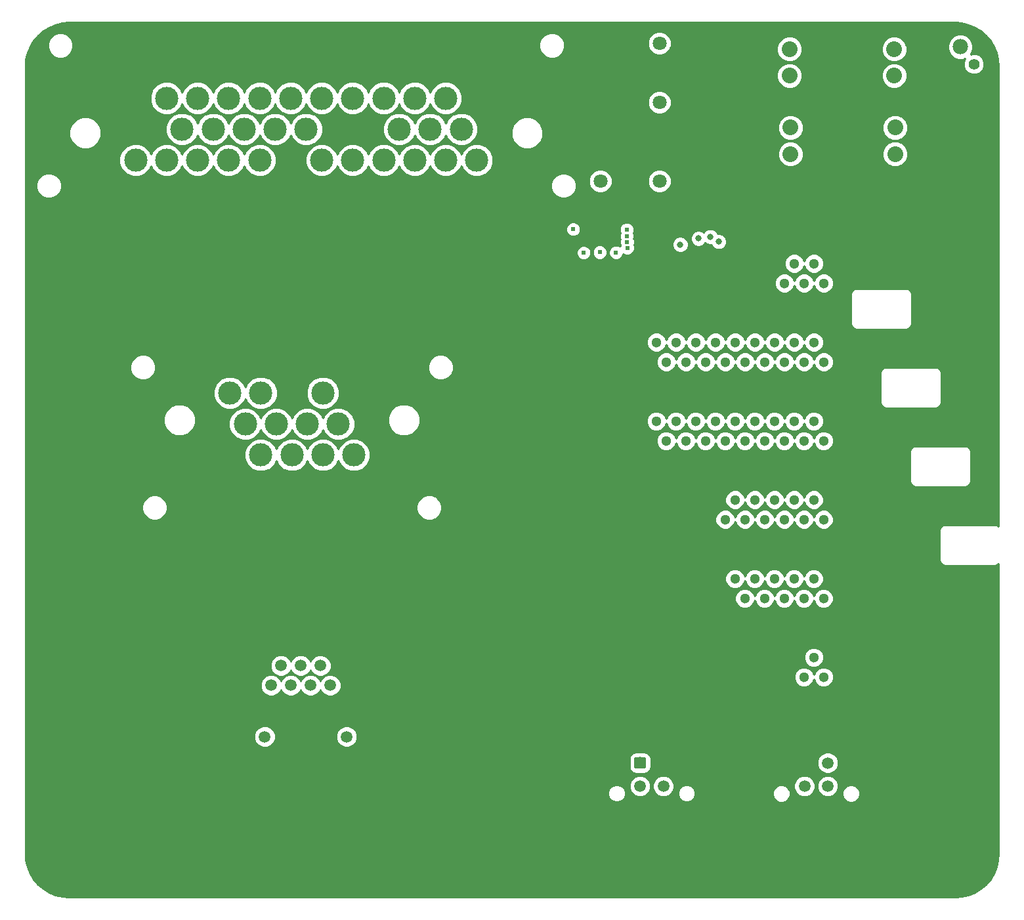
<source format=gbl>
G04 #@! TF.GenerationSoftware,KiCad,Pcbnew,5.0.2-bee76a0~70~ubuntu18.04.1*
G04 #@! TF.CreationDate,2021-09-27T14:10:48-04:00*
G04 #@! TF.ProjectId,LV Interface,4c562049-6e74-4657-9266-6163652e6b69,rev?*
G04 #@! TF.SameCoordinates,Original*
G04 #@! TF.FileFunction,Copper,L4,Bot*
G04 #@! TF.FilePolarity,Positive*
%FSLAX46Y46*%
G04 Gerber Fmt 4.6, Leading zero omitted, Abs format (unit mm)*
G04 Created by KiCad (PCBNEW 5.0.2-bee76a0~70~ubuntu18.04.1) date Mon 27 Sep 2021 02:10:48 PM EDT*
%MOMM*%
%LPD*%
G01*
G04 APERTURE LIST*
G04 #@! TA.AperFunction,ComponentPad*
%ADD10C,3.000000*%
G04 #@! TD*
G04 #@! TA.AperFunction,Conductor*
%ADD11C,0.100000*%
G04 #@! TD*
G04 #@! TA.AperFunction,ComponentPad*
%ADD12C,1.500000*%
G04 #@! TD*
G04 #@! TA.AperFunction,ComponentPad*
%ADD13C,1.300000*%
G04 #@! TD*
G04 #@! TA.AperFunction,ComponentPad*
%ADD14C,1.397000*%
G04 #@! TD*
G04 #@! TA.AperFunction,ComponentPad*
%ADD15C,1.981000*%
G04 #@! TD*
G04 #@! TA.AperFunction,ComponentPad*
%ADD16C,1.800000*%
G04 #@! TD*
G04 #@! TA.AperFunction,ComponentPad*
%ADD17C,2.750000*%
G04 #@! TD*
G04 #@! TA.AperFunction,ComponentPad*
%ADD18C,2.032000*%
G04 #@! TD*
G04 #@! TA.AperFunction,ViaPad*
%ADD19C,0.800000*%
G04 #@! TD*
G04 #@! TA.AperFunction,ViaPad*
%ADD20C,0.609600*%
G04 #@! TD*
G04 #@! TA.AperFunction,Conductor*
%ADD21C,0.152400*%
G04 #@! TD*
G04 #@! TA.AperFunction,Conductor*
%ADD22C,0.254000*%
G04 #@! TD*
G04 APERTURE END LIST*
D10*
G04 #@! TO.P,J1,31*
G04 #@! TO.N,/COOLING PUMP LSD*
X48050000Y-33980000D03*
G04 #@! TO.P,J1,25*
G04 #@! TO.N,/E-STOP-R > BSPD*
X72050000Y-33980000D03*
G04 #@! TO.P,J1,26*
G04 #@! TO.N,/FUSE > E-STOP-L*
X68050000Y-33980000D03*
G04 #@! TO.P,J1,27*
G04 #@! TO.N,/GLVMS>FUSE*
X64050000Y-33980000D03*
G04 #@! TO.P,J1,28*
G04 #@! TO.N,/BATT+*
X60050000Y-33980000D03*
G04 #@! TO.P,J1,29*
X56050000Y-33980000D03*
G04 #@! TO.P,J1,30*
G04 #@! TO.N,GND*
X52050000Y-33980000D03*
G04 #@! TO.P,J1,14*
G04 #@! TO.N,/CAN -*
X70050000Y-29980000D03*
G04 #@! TO.P,J1,15*
G04 #@! TO.N,/12V*
X66050000Y-29980000D03*
G04 #@! TO.P,J1,17*
G04 #@! TO.N,GND*
X58050000Y-29980000D03*
G04 #@! TO.P,J1,16*
X62050000Y-29980000D03*
G04 #@! TO.P,J1,18*
G04 #@! TO.N,/RADIATOR TEMP +*
X54050000Y-29980000D03*
G04 #@! TO.P,J1,19*
G04 #@! TO.N,/RADIATOR TEMP -*
X50050000Y-29980000D03*
G04 #@! TO.P,J1,7*
G04 #@! TO.N,/EXTRA TEMP 3 +*
X52050000Y-25980000D03*
G04 #@! TO.P,J1,6*
G04 #@! TO.N,/EXTRA TEMP 2 -*
X56050000Y-25980000D03*
G04 #@! TO.P,J1,4*
G04 #@! TO.N,/EXTRA TEMP 1 -*
X64050000Y-25980000D03*
G04 #@! TO.P,J1,5*
G04 #@! TO.N,/EXTRA TEMP 2 +*
X60050000Y-25980000D03*
G04 #@! TO.P,J1,3*
G04 #@! TO.N,/EXTRA TEMP 1 +*
X68050000Y-25980000D03*
G04 #@! TO.P,J1,2*
G04 #@! TO.N,/12V*
X72050000Y-25980000D03*
G04 #@! TO.P,J1,24*
G04 #@! TO.N,/BSPD > IS*
X76050000Y-33980000D03*
G04 #@! TO.P,J1,13*
G04 #@! TO.N,/CAN +*
X74050000Y-29980000D03*
G04 #@! TO.P,J1,1*
G04 #@! TO.N,GND*
X76050000Y-25980000D03*
G04 #@! TO.P,J1,8*
G04 #@! TO.N,/EXTRA TEMP 3 -*
X48050000Y-25980000D03*
G04 #@! TO.P,J1,20*
G04 #@! TO.N,/12V*
X46050000Y-29980000D03*
G04 #@! TO.P,J1,32*
G04 #@! TO.N,/MOTOR TEMP +*
X44050000Y-33980000D03*
G04 #@! TO.P,J1,9*
G04 #@! TO.N,/EXTRA TEMP 4 +*
X44050000Y-25980000D03*
G04 #@! TO.P,J1,33*
G04 #@! TO.N,/MOTOR TEMP -*
X40050000Y-33980000D03*
G04 #@! TO.P,J1,21*
G04 #@! TO.N,/CAN +*
X42050000Y-29980000D03*
G04 #@! TO.P,J1,10*
G04 #@! TO.N,/EXTRA TEMP 4 -*
X40050000Y-25980000D03*
G04 #@! TO.P,J1,34*
G04 #@! TO.N,/MC TEMP +*
X36050000Y-33980000D03*
G04 #@! TO.P,J1,22*
G04 #@! TO.N,/CAN -*
X38050000Y-29980000D03*
G04 #@! TO.P,J1,11*
G04 #@! TO.N,/12V*
X36050000Y-25980000D03*
G04 #@! TO.P,J1,35*
G04 #@! TO.N,/MC TEMP -*
X32050000Y-33980000D03*
G04 #@! TO.P,J1,23*
G04 #@! TO.N,GND*
X34050000Y-29980000D03*
G04 #@! TO.P,J1,12*
X32050000Y-25980000D03*
G04 #@! TD*
G04 #@! TO.P,J2,11*
G04 #@! TO.N,/CAN -*
X48201220Y-64010660D03*
G04 #@! TO.P,J2,12*
G04 #@! TO.N,GND*
X52201220Y-64010660D03*
G04 #@! TO.P,J2,13*
G04 #@! TO.N,/12V*
X56201220Y-64010660D03*
G04 #@! TO.P,J2,14*
G04 #@! TO.N,GND*
X60201220Y-64010660D03*
G04 #@! TO.P,J2,7*
G04 #@! TO.N,/BRAKE PRESSURE +*
X50201220Y-68010660D03*
G04 #@! TO.P,J2,8*
G04 #@! TO.N,/BRAKE PRESSURE SENSE*
X54201220Y-68010660D03*
G04 #@! TO.P,J2,9*
G04 #@! TO.N,/BRAKE PRESSURE -*
X58201220Y-68010660D03*
G04 #@! TO.P,J2,4*
G04 #@! TO.N,/BSPD TEST SWITCH*
X56201220Y-72010660D03*
G04 #@! TO.P,J2,5*
G04 #@! TO.N,/5V*
X60201220Y-72010660D03*
G04 #@! TO.P,J2,3*
G04 #@! TO.N,/BRAKELIGHT LSD*
X52201220Y-72010660D03*
G04 #@! TO.P,J2,2*
G04 #@! TO.N,/12V*
X48201220Y-72010660D03*
G04 #@! TO.P,J2,10*
G04 #@! TO.N,/CAN +*
X44201220Y-64010660D03*
G04 #@! TO.P,J2,6*
G04 #@! TO.N,/BSPD CURRENT SENSE*
X46201220Y-68010660D03*
G04 #@! TO.P,J2,1*
G04 #@! TO.N,GND*
X44201220Y-72010660D03*
G04 #@! TD*
D11*
G04 #@! TO.N,GND*
G04 #@! TO.C,J3*
G36*
X118850404Y-111003584D02*
X118874673Y-111007184D01*
X118898471Y-111013145D01*
X118921571Y-111021410D01*
X118943749Y-111031900D01*
X118964793Y-111044513D01*
X118984498Y-111059127D01*
X119002677Y-111075603D01*
X119019153Y-111093782D01*
X119033767Y-111113487D01*
X119046380Y-111134531D01*
X119056870Y-111156709D01*
X119065135Y-111179809D01*
X119071096Y-111203607D01*
X119074696Y-111227876D01*
X119075900Y-111252380D01*
X119075900Y-112252380D01*
X119074696Y-112276884D01*
X119071096Y-112301153D01*
X119065135Y-112324951D01*
X119056870Y-112348051D01*
X119046380Y-112370229D01*
X119033767Y-112391273D01*
X119019153Y-112410978D01*
X119002677Y-112429157D01*
X118984498Y-112445633D01*
X118964793Y-112460247D01*
X118943749Y-112472860D01*
X118921571Y-112483350D01*
X118898471Y-112491615D01*
X118874673Y-112497576D01*
X118850404Y-112501176D01*
X118825900Y-112502380D01*
X117825900Y-112502380D01*
X117801396Y-112501176D01*
X117777127Y-112497576D01*
X117753329Y-112491615D01*
X117730229Y-112483350D01*
X117708051Y-112472860D01*
X117687007Y-112460247D01*
X117667302Y-112445633D01*
X117649123Y-112429157D01*
X117632647Y-112410978D01*
X117618033Y-112391273D01*
X117605420Y-112370229D01*
X117594930Y-112348051D01*
X117586665Y-112324951D01*
X117580704Y-112301153D01*
X117577104Y-112276884D01*
X117575900Y-112252380D01*
X117575900Y-111252380D01*
X117577104Y-111227876D01*
X117580704Y-111203607D01*
X117586665Y-111179809D01*
X117594930Y-111156709D01*
X117605420Y-111134531D01*
X117618033Y-111113487D01*
X117632647Y-111093782D01*
X117649123Y-111075603D01*
X117667302Y-111059127D01*
X117687007Y-111044513D01*
X117708051Y-111031900D01*
X117730229Y-111021410D01*
X117753329Y-111013145D01*
X117777127Y-111007184D01*
X117801396Y-111003584D01*
X117825900Y-111002380D01*
X118825900Y-111002380D01*
X118850404Y-111003584D01*
X118850404Y-111003584D01*
G37*
D12*
G04 #@! TD*
G04 #@! TO.P,J3,1*
G04 #@! TO.N,GND*
X118325900Y-111752380D03*
G04 #@! TO.P,J3,2*
G04 #@! TO.N,/12V*
X121325900Y-111752380D03*
G04 #@! TO.P,J3,3*
G04 #@! TO.N,/CAN +*
X118325900Y-114752380D03*
G04 #@! TO.P,J3,4*
G04 #@! TO.N,/CAN -*
X121325900Y-114752380D03*
G04 #@! TD*
D13*
G04 #@! TO.P,J4,20*
G04 #@! TO.N,GND*
X97939860Y-70190360D03*
G04 #@! TO.P,J4,19*
G04 #@! TO.N,/BSPD CURRENT SENSE*
X99209860Y-67650360D03*
G04 #@! TO.P,J4,18*
G04 #@! TO.N,/BSPD > IS*
X100479860Y-70190360D03*
G04 #@! TO.P,J4,17*
G04 #@! TO.N,/BSPD RELAY LSD*
X101749860Y-67650360D03*
G04 #@! TO.P,J4,16*
G04 #@! TO.N,/RJ45 LED O*
X103019860Y-70190360D03*
G04 #@! TO.P,J4,15*
G04 #@! TO.N,/RJ45 LED G*
X104289860Y-67650360D03*
G04 #@! TO.P,J4,14*
G04 #@! TO.N,/BSPD TEST SWITCH*
X105559860Y-70190360D03*
G04 #@! TO.P,J4,13*
G04 #@! TO.N,/BRAKELIGHT LSD*
X106829860Y-67650360D03*
G04 #@! TO.P,J4,12*
G04 #@! TO.N,/BRAKE PRESSURE -*
X108099860Y-70190360D03*
G04 #@! TO.P,J4,11*
G04 #@! TO.N,/BRAKE PRESSURE SENSE*
X109369860Y-67650360D03*
G04 #@! TO.P,J4,10*
G04 #@! TO.N,/BRAKE PRESSURE +*
X110639860Y-70190360D03*
G04 #@! TO.P,J4,9*
G04 #@! TO.N,/RESET*
X111909860Y-67650360D03*
G04 #@! TO.P,J4,8*
G04 #@! TO.N,/SCK*
X113179860Y-70190360D03*
G04 #@! TO.P,J4,6*
G04 #@! TO.N,/MISO*
X115719860Y-70190360D03*
G04 #@! TO.P,J4,4*
G04 #@! TO.N,/CAN -*
X118259860Y-70190360D03*
G04 #@! TO.P,J4,2*
G04 #@! TO.N,/12V*
X120799860Y-70190360D03*
G04 #@! TO.P,J4,7*
G04 #@! TO.N,/MOSI*
X114449860Y-67650360D03*
G04 #@! TO.P,J4,1*
G04 #@! TO.N,GND*
X122069860Y-67650360D03*
G04 #@! TO.P,J4,3*
G04 #@! TO.N,/CAN +*
X119529860Y-67650360D03*
G04 #@! TO.P,J4,5*
G04 #@! TO.N,/5V*
X116989860Y-67650360D03*
G04 #@! TD*
G04 #@! TO.P,J5,5*
G04 #@! TO.N,/5V_GLV*
X116977160Y-77800200D03*
G04 #@! TO.P,J5,3*
G04 #@! TO.N,/CAN +*
X119517160Y-77800200D03*
G04 #@! TO.P,J5,1*
G04 #@! TO.N,GND*
X122057160Y-77800200D03*
G04 #@! TO.P,J5,7*
G04 #@! TO.N,/SCL_GLV*
X114437160Y-77800200D03*
G04 #@! TO.P,J5,2*
G04 #@! TO.N,/12V*
X120787160Y-80340200D03*
G04 #@! TO.P,J5,4*
G04 #@! TO.N,/CAN -*
X118247160Y-80340200D03*
G04 #@! TO.P,J5,6*
G04 #@! TO.N,/SDA_GLV*
X115707160Y-80340200D03*
G04 #@! TO.P,J5,8*
G04 #@! TO.N,/MISO_GLV*
X113167160Y-80340200D03*
G04 #@! TO.P,J5,9*
G04 #@! TO.N,/MOSI_GLV*
X111897160Y-77800200D03*
G04 #@! TO.P,J5,10*
G04 #@! TO.N,/CS_GLV*
X110627160Y-80340200D03*
G04 #@! TO.P,J5,11*
G04 #@! TO.N,/SCK_GLV*
X109357160Y-77800200D03*
G04 #@! TO.P,J5,12*
G04 #@! TO.N,/ALERT_GLV*
X108087160Y-80340200D03*
G04 #@! TO.P,J5,13*
G04 #@! TO.N,GND*
X106817160Y-77800200D03*
G04 #@! TO.P,J5,14*
X105547160Y-80340200D03*
G04 #@! TO.P,J5,15*
X104277160Y-77800200D03*
G04 #@! TO.P,J5,16*
X103007160Y-80340200D03*
G04 #@! TO.P,J5,17*
X101737160Y-77800200D03*
G04 #@! TO.P,J5,18*
X100467160Y-80340200D03*
G04 #@! TO.P,J5,19*
X99197160Y-77800200D03*
G04 #@! TO.P,J5,20*
X97927160Y-80340200D03*
G04 #@! TD*
G04 #@! TO.P,J6,5*
G04 #@! TO.N,/COOLING PUMP LSD*
X116987320Y-57472580D03*
G04 #@! TO.P,J6,3*
G04 #@! TO.N,/CAN +*
X119527320Y-57472580D03*
G04 #@! TO.P,J6,1*
G04 #@! TO.N,GND*
X122067320Y-57472580D03*
G04 #@! TO.P,J6,7*
G04 #@! TO.N,/RADIATOR TEMP -*
X114447320Y-57472580D03*
G04 #@! TO.P,J6,2*
G04 #@! TO.N,/12V*
X120797320Y-60012580D03*
G04 #@! TO.P,J6,4*
G04 #@! TO.N,/CAN -*
X118257320Y-60012580D03*
G04 #@! TO.P,J6,6*
G04 #@! TO.N,/RADIATOR TEMP +*
X115717320Y-60012580D03*
G04 #@! TO.P,J6,8*
G04 #@! TO.N,/MOTOR TEMP +*
X113177320Y-60012580D03*
G04 #@! TO.P,J6,9*
G04 #@! TO.N,/MOTOR TEMP -*
X111907320Y-57472580D03*
G04 #@! TO.P,J6,10*
G04 #@! TO.N,/MC TEMP +*
X110637320Y-60012580D03*
G04 #@! TO.P,J6,11*
G04 #@! TO.N,/MC TEMP -*
X109367320Y-57472580D03*
G04 #@! TO.P,J6,12*
G04 #@! TO.N,/EXTRA TEMP 1 +*
X108097320Y-60012580D03*
G04 #@! TO.P,J6,13*
G04 #@! TO.N,/EXTRA TEMP 1 -*
X106827320Y-57472580D03*
G04 #@! TO.P,J6,14*
G04 #@! TO.N,/EXTRA TEMP 2 +*
X105557320Y-60012580D03*
G04 #@! TO.P,J6,15*
G04 #@! TO.N,/EXTRA TEMP 2 -*
X104287320Y-57472580D03*
G04 #@! TO.P,J6,16*
G04 #@! TO.N,/EXTRA TEMP 3 +*
X103017320Y-60012580D03*
G04 #@! TO.P,J6,17*
G04 #@! TO.N,/EXTRA TEMP 3 -*
X101747320Y-57472580D03*
G04 #@! TO.P,J6,18*
G04 #@! TO.N,/EXTRA TEMP 4 +*
X100477320Y-60012580D03*
G04 #@! TO.P,J6,19*
G04 #@! TO.N,/EXTRA TEMP 4 -*
X99207320Y-57472580D03*
G04 #@! TO.P,J6,20*
G04 #@! TO.N,GND*
X97937320Y-60012580D03*
G04 #@! TD*
G04 #@! TO.P,J7,5*
G04 #@! TO.N,/E-STOP-R > BSPD*
X116984780Y-47320200D03*
G04 #@! TO.P,J7,3*
G04 #@! TO.N,/CAN +*
X119524780Y-47320200D03*
G04 #@! TO.P,J7,1*
G04 #@! TO.N,GND*
X122064780Y-47320200D03*
G04 #@! TO.P,J7,7*
X114444780Y-47320200D03*
G04 #@! TO.P,J7,2*
G04 #@! TO.N,/12V*
X120794780Y-49860200D03*
G04 #@! TO.P,J7,4*
G04 #@! TO.N,/CAN -*
X118254780Y-49860200D03*
G04 #@! TO.P,J7,6*
G04 #@! TO.N,/FUSE > E-STOP-L*
X115714780Y-49860200D03*
G04 #@! TO.P,J7,8*
G04 #@! TO.N,GND*
X113174780Y-49860200D03*
G04 #@! TO.P,J7,9*
X111904780Y-47320200D03*
G04 #@! TO.P,J7,10*
X110634780Y-49860200D03*
G04 #@! TO.P,J7,11*
X109364780Y-47320200D03*
G04 #@! TO.P,J7,12*
X108094780Y-49860200D03*
G04 #@! TO.P,J7,13*
X106824780Y-47320200D03*
G04 #@! TO.P,J7,14*
X105554780Y-49860200D03*
G04 #@! TO.P,J7,15*
X104284780Y-47320200D03*
G04 #@! TO.P,J7,16*
X103014780Y-49860200D03*
G04 #@! TO.P,J7,17*
X101744780Y-47320200D03*
G04 #@! TO.P,J7,18*
X100474780Y-49860200D03*
G04 #@! TO.P,J7,19*
X99204780Y-47320200D03*
G04 #@! TO.P,J7,20*
X97934780Y-49860200D03*
G04 #@! TD*
D14*
G04 #@! TO.P,J8,2*
G04 #@! TO.N,GND*
X136679940Y-21592540D03*
G04 #@! TO.P,J8,1*
G04 #@! TO.N,/BATT+*
X140179940Y-21592540D03*
D15*
G04 #@! TO.P,J8,*
G04 #@! TO.N,*
X138429940Y-19362540D03*
G04 #@! TD*
D13*
G04 #@! TO.P,J9,5*
G04 #@! TO.N,GND*
X116989860Y-98132900D03*
G04 #@! TO.P,J9,3*
G04 #@! TO.N,/CAN +*
X119529860Y-98132900D03*
G04 #@! TO.P,J9,1*
G04 #@! TO.N,GND*
X122069860Y-98132900D03*
G04 #@! TO.P,J9,7*
X114449860Y-98132900D03*
G04 #@! TO.P,J9,2*
G04 #@! TO.N,/12V*
X120799860Y-100672900D03*
G04 #@! TO.P,J9,4*
G04 #@! TO.N,/CAN -*
X118259860Y-100672900D03*
G04 #@! TO.P,J9,6*
G04 #@! TO.N,GND*
X115719860Y-100672900D03*
G04 #@! TO.P,J9,8*
X113179860Y-100672900D03*
G04 #@! TO.P,J9,9*
X111909860Y-98132900D03*
G04 #@! TO.P,J9,10*
X110639860Y-100672900D03*
G04 #@! TO.P,J9,11*
X109369860Y-98132900D03*
G04 #@! TO.P,J9,12*
X108099860Y-100672900D03*
G04 #@! TO.P,J9,13*
X106829860Y-98132900D03*
G04 #@! TO.P,J9,14*
X105559860Y-100672900D03*
G04 #@! TO.P,J9,15*
X104289860Y-98132900D03*
G04 #@! TO.P,J9,16*
X103019860Y-100672900D03*
G04 #@! TO.P,J9,17*
X101749860Y-98132900D03*
G04 #@! TO.P,J9,18*
X100479860Y-100672900D03*
G04 #@! TO.P,J9,19*
X99209860Y-98132900D03*
G04 #@! TO.P,J9,20*
X97939860Y-100672900D03*
G04 #@! TD*
D12*
G04 #@! TO.P,J11,4*
G04 #@! TO.N,/CAN -*
X100119440Y-114739680D03*
G04 #@! TO.P,J11,3*
G04 #@! TO.N,/CAN +*
X97119440Y-114739680D03*
G04 #@! TO.P,J11,2*
G04 #@! TO.N,GND*
X100119440Y-111739680D03*
D11*
G04 #@! TD*
G04 #@! TO.N,/12V*
G04 #@! TO.C,J11*
G36*
X97643944Y-110990884D02*
X97668213Y-110994484D01*
X97692011Y-111000445D01*
X97715111Y-111008710D01*
X97737289Y-111019200D01*
X97758333Y-111031813D01*
X97778038Y-111046427D01*
X97796217Y-111062903D01*
X97812693Y-111081082D01*
X97827307Y-111100787D01*
X97839920Y-111121831D01*
X97850410Y-111144009D01*
X97858675Y-111167109D01*
X97864636Y-111190907D01*
X97868236Y-111215176D01*
X97869440Y-111239680D01*
X97869440Y-112239680D01*
X97868236Y-112264184D01*
X97864636Y-112288453D01*
X97858675Y-112312251D01*
X97850410Y-112335351D01*
X97839920Y-112357529D01*
X97827307Y-112378573D01*
X97812693Y-112398278D01*
X97796217Y-112416457D01*
X97778038Y-112432933D01*
X97758333Y-112447547D01*
X97737289Y-112460160D01*
X97715111Y-112470650D01*
X97692011Y-112478915D01*
X97668213Y-112484876D01*
X97643944Y-112488476D01*
X97619440Y-112489680D01*
X96619440Y-112489680D01*
X96594936Y-112488476D01*
X96570667Y-112484876D01*
X96546869Y-112478915D01*
X96523769Y-112470650D01*
X96501591Y-112460160D01*
X96480547Y-112447547D01*
X96460842Y-112432933D01*
X96442663Y-112416457D01*
X96426187Y-112398278D01*
X96411573Y-112378573D01*
X96398960Y-112357529D01*
X96388470Y-112335351D01*
X96380205Y-112312251D01*
X96374244Y-112288453D01*
X96370644Y-112264184D01*
X96369440Y-112239680D01*
X96369440Y-111239680D01*
X96370644Y-111215176D01*
X96374244Y-111190907D01*
X96380205Y-111167109D01*
X96388470Y-111144009D01*
X96398960Y-111121831D01*
X96411573Y-111100787D01*
X96426187Y-111081082D01*
X96442663Y-111062903D01*
X96460842Y-111046427D01*
X96480547Y-111031813D01*
X96501591Y-111019200D01*
X96523769Y-111008710D01*
X96546869Y-111000445D01*
X96570667Y-110994484D01*
X96594936Y-110990884D01*
X96619440Y-110989680D01*
X97619440Y-110989680D01*
X97643944Y-110990884D01*
X97643944Y-110990884D01*
G37*
D12*
G04 #@! TO.P,J11,1*
G04 #@! TO.N,/12V*
X97119440Y-111739680D03*
G04 #@! TD*
D13*
G04 #@! TO.P,J12,20*
G04 #@! TO.N,GND*
X97927160Y-90515440D03*
G04 #@! TO.P,J12,19*
X99197160Y-87975440D03*
G04 #@! TO.P,J12,18*
X100467160Y-90515440D03*
G04 #@! TO.P,J12,17*
X101737160Y-87975440D03*
G04 #@! TO.P,J12,16*
X103007160Y-90515440D03*
G04 #@! TO.P,J12,15*
X104277160Y-87975440D03*
G04 #@! TO.P,J12,14*
X105547160Y-90515440D03*
G04 #@! TO.P,J12,13*
X106817160Y-87975440D03*
G04 #@! TO.P,J12,12*
X108087160Y-90515440D03*
G04 #@! TO.P,J12,11*
G04 #@! TO.N,/SCK_GLV*
X109357160Y-87975440D03*
G04 #@! TO.P,J12,10*
G04 #@! TO.N,/CS_GLV*
X110627160Y-90515440D03*
G04 #@! TO.P,J12,9*
G04 #@! TO.N,/MOSI_GLV*
X111897160Y-87975440D03*
G04 #@! TO.P,J12,8*
G04 #@! TO.N,/MISO_GLV*
X113167160Y-90515440D03*
G04 #@! TO.P,J12,6*
G04 #@! TO.N,/SDA_GLV*
X115707160Y-90515440D03*
G04 #@! TO.P,J12,4*
G04 #@! TO.N,/CAN -*
X118247160Y-90515440D03*
G04 #@! TO.P,J12,2*
G04 #@! TO.N,/12V*
X120787160Y-90515440D03*
G04 #@! TO.P,J12,7*
G04 #@! TO.N,/SCL_GLV*
X114437160Y-87975440D03*
G04 #@! TO.P,J12,1*
G04 #@! TO.N,GND*
X122057160Y-87975440D03*
G04 #@! TO.P,J12,3*
G04 #@! TO.N,/CAN +*
X119517160Y-87975440D03*
G04 #@! TO.P,J12,5*
G04 #@! TO.N,/5V_GLV*
X116977160Y-87975440D03*
G04 #@! TD*
D16*
G04 #@! TO.P,K1,1*
G04 #@! TO.N,/BSPD RELAY LSD*
X99626420Y-36680140D03*
G04 #@! TO.P,K1,2*
G04 #@! TO.N,/BSPD > IS*
X99626420Y-26520140D03*
G04 #@! TO.P,K1,3*
G04 #@! TO.N,/E-STOP-R > BSPD*
X99626420Y-18900140D03*
G04 #@! TO.P,K1,5*
G04 #@! TO.N,/12V*
X92006420Y-36680140D03*
G04 #@! TD*
D12*
G04 #@! TO.P,U1,12*
G04 #@! TO.N,/RJ45 LED G*
X59268360Y-108364020D03*
G04 #@! TO.P,U1,11*
G04 #@! TO.N,GND*
X56728360Y-108364020D03*
G04 #@! TO.P,U1,9*
X46168360Y-108364020D03*
G04 #@! TO.P,U1,10*
G04 #@! TO.N,/RJ45 LED O*
X48708360Y-108364020D03*
G04 #@! TO.P,U1,1*
G04 #@! TO.N,/CAN -*
X57168360Y-101734020D03*
G04 #@! TO.P,U1,3*
G04 #@! TO.N,/RESET*
X54628360Y-101734020D03*
G04 #@! TO.P,U1,5*
G04 #@! TO.N,/MISO*
X52088360Y-101734020D03*
G04 #@! TO.P,U1,7*
G04 #@! TO.N,/5V*
X49548360Y-101734020D03*
G04 #@! TO.P,U1,2*
G04 #@! TO.N,/CAN +*
X55898360Y-99194020D03*
G04 #@! TO.P,U1,4*
G04 #@! TO.N,/SCK*
X53358360Y-99194020D03*
G04 #@! TO.P,U1,6*
G04 #@! TO.N,/MOSI*
X50818360Y-99194020D03*
G04 #@! TO.P,U1,8*
G04 #@! TO.N,GND*
X48278360Y-99194020D03*
D17*
G04 #@! TO.P,U1,13*
X59668360Y-103614020D03*
G04 #@! TO.P,U1,14*
X45768360Y-103614020D03*
G04 #@! TD*
D18*
G04 #@! TO.P,U2,1*
G04 #@! TO.N,/GLVMS>FUSE*
X130008580Y-29783300D03*
X130008580Y-33183300D03*
G04 #@! TO.P,U2,2*
G04 #@! TO.N,/12V_Fused*
X116508580Y-33183300D03*
X116508580Y-29783300D03*
G04 #@! TD*
G04 #@! TO.P,U3,2*
G04 #@! TO.N,/FUSE > E-STOP-L*
X116409520Y-19663940D03*
X116409520Y-23063940D03*
G04 #@! TO.P,U3,1*
G04 #@! TO.N,/GLVMS>FUSE*
X129909520Y-23063940D03*
X129909520Y-19663940D03*
G04 #@! TD*
D19*
G04 #@! TO.N,GND*
X106840020Y-41064180D03*
X103705660Y-40231060D03*
X103715820Y-41424860D03*
D20*
X104084120Y-30180280D03*
X105343960Y-31432500D03*
X102966520Y-31356300D03*
X104310180Y-32466280D03*
X103068120Y-33787080D03*
X105628440Y-33682940D03*
X104310180Y-34871660D03*
X103225600Y-36088320D03*
X102483920Y-19324320D03*
X105280460Y-19342100D03*
X102552500Y-21127720D03*
X105247440Y-21005800D03*
X102552500Y-22979380D03*
X105384600Y-22946360D03*
X108318300Y-23116540D03*
X106911140Y-24335740D03*
X103959660Y-24198580D03*
X103855520Y-22070060D03*
X103753920Y-20045680D03*
X85793580Y-102189280D03*
X79659480Y-102201980D03*
D19*
X140436607Y-31861767D03*
G04 #@! TO.N,/5V_GLV*
X106187240Y-43868340D03*
D20*
X88493600Y-42900600D03*
X95402400Y-42926000D03*
G04 #@! TO.N,/SDA_GLV*
X89839800Y-45923200D03*
X95402400Y-43764200D03*
D19*
X104648000Y-44094400D03*
G04 #@! TO.N,/SCL_GLV*
X107259120Y-44498260D03*
D20*
X91922600Y-45872400D03*
X95460842Y-44523958D03*
D19*
G04 #@! TO.N,/ALERT_GLV*
X102306120Y-44871640D03*
D20*
X94005400Y-45897800D03*
X95478600Y-45288200D03*
G04 #@! TD*
D21*
G04 #@! TO.N,GND*
X85793580Y-102189280D02*
X79672180Y-102189280D01*
X79672180Y-102189280D02*
X79659480Y-102201980D01*
G04 #@! TD*
D22*
G04 #@! TO.N,GND*
G36*
X138627302Y-16307994D02*
X139483711Y-16513600D01*
X140297403Y-16850643D01*
X141048361Y-17310830D01*
X141718081Y-17882826D01*
X142290069Y-18552539D01*
X142750256Y-19303495D01*
X143087301Y-20117191D01*
X143292906Y-20973598D01*
X143364281Y-21880508D01*
X143364280Y-81222541D01*
X143359185Y-81214915D01*
X143116063Y-81052466D01*
X142901668Y-81009820D01*
X142829280Y-80995421D01*
X142756892Y-81009820D01*
X136551668Y-81009820D01*
X136479280Y-80995421D01*
X136406892Y-81009820D01*
X136192497Y-81052466D01*
X135949375Y-81214915D01*
X135786926Y-81458037D01*
X135729881Y-81744820D01*
X135744280Y-81817208D01*
X135744281Y-85482427D01*
X135729881Y-85554820D01*
X135786926Y-85841603D01*
X135949375Y-86084725D01*
X136192497Y-86247174D01*
X136406892Y-86289820D01*
X136479280Y-86304219D01*
X136551668Y-86289820D01*
X142756892Y-86289820D01*
X142829280Y-86304219D01*
X142901668Y-86289820D01*
X143116063Y-86247174D01*
X143359185Y-86084725D01*
X143364280Y-86077099D01*
X143364280Y-123422744D01*
X143292906Y-124329642D01*
X143087301Y-125186049D01*
X142750256Y-125999745D01*
X142290069Y-126750701D01*
X141718081Y-127420414D01*
X141048361Y-127992410D01*
X140297403Y-128452597D01*
X139483711Y-128789640D01*
X138627302Y-128995246D01*
X137720405Y-129066620D01*
X23478156Y-129066620D01*
X22571258Y-128995246D01*
X21714851Y-128789641D01*
X20901155Y-128452596D01*
X20150199Y-127992409D01*
X19480486Y-127420421D01*
X18908490Y-126750701D01*
X18448303Y-125999743D01*
X18111260Y-125186051D01*
X17905654Y-124329642D01*
X17834280Y-123422745D01*
X17834280Y-115453914D01*
X92984440Y-115453914D01*
X92984440Y-115905446D01*
X93157233Y-116322606D01*
X93476514Y-116641887D01*
X93893674Y-116814680D01*
X94345206Y-116814680D01*
X94762366Y-116641887D01*
X95081647Y-116322606D01*
X95254440Y-115905446D01*
X95254440Y-115453914D01*
X95081647Y-115036754D01*
X94762366Y-114717473D01*
X94345206Y-114544680D01*
X93893674Y-114544680D01*
X93476514Y-114717473D01*
X93157233Y-115036754D01*
X92984440Y-115453914D01*
X17834280Y-115453914D01*
X17834280Y-114464186D01*
X95734440Y-114464186D01*
X95734440Y-115015174D01*
X95945293Y-115524220D01*
X96334900Y-115913827D01*
X96843946Y-116124680D01*
X97394934Y-116124680D01*
X97903980Y-115913827D01*
X98293587Y-115524220D01*
X98504440Y-115015174D01*
X98504440Y-114464186D01*
X98734440Y-114464186D01*
X98734440Y-115015174D01*
X98945293Y-115524220D01*
X99334900Y-115913827D01*
X99843946Y-116124680D01*
X100394934Y-116124680D01*
X100903980Y-115913827D01*
X101293587Y-115524220D01*
X101322708Y-115453914D01*
X101984440Y-115453914D01*
X101984440Y-115905446D01*
X102157233Y-116322606D01*
X102476514Y-116641887D01*
X102893674Y-116814680D01*
X103345206Y-116814680D01*
X103762366Y-116641887D01*
X104081647Y-116322606D01*
X104254440Y-115905446D01*
X104254440Y-115466614D01*
X114190900Y-115466614D01*
X114190900Y-115918146D01*
X114363693Y-116335306D01*
X114682974Y-116654587D01*
X115100134Y-116827380D01*
X115551666Y-116827380D01*
X115968826Y-116654587D01*
X116288107Y-116335306D01*
X116460900Y-115918146D01*
X116460900Y-115466614D01*
X116288107Y-115049454D01*
X115968826Y-114730173D01*
X115551666Y-114557380D01*
X115100134Y-114557380D01*
X114682974Y-114730173D01*
X114363693Y-115049454D01*
X114190900Y-115466614D01*
X104254440Y-115466614D01*
X104254440Y-115453914D01*
X104081647Y-115036754D01*
X103762366Y-114717473D01*
X103345206Y-114544680D01*
X102893674Y-114544680D01*
X102476514Y-114717473D01*
X102157233Y-115036754D01*
X101984440Y-115453914D01*
X101322708Y-115453914D01*
X101504440Y-115015174D01*
X101504440Y-114476886D01*
X116940900Y-114476886D01*
X116940900Y-115027874D01*
X117151753Y-115536920D01*
X117541360Y-115926527D01*
X118050406Y-116137380D01*
X118601394Y-116137380D01*
X119110440Y-115926527D01*
X119500047Y-115536920D01*
X119710900Y-115027874D01*
X119710900Y-114476886D01*
X119940900Y-114476886D01*
X119940900Y-115027874D01*
X120151753Y-115536920D01*
X120541360Y-115926527D01*
X121050406Y-116137380D01*
X121601394Y-116137380D01*
X122110440Y-115926527D01*
X122500047Y-115536920D01*
X122529168Y-115466614D01*
X123190900Y-115466614D01*
X123190900Y-115918146D01*
X123363693Y-116335306D01*
X123682974Y-116654587D01*
X124100134Y-116827380D01*
X124551666Y-116827380D01*
X124968826Y-116654587D01*
X125288107Y-116335306D01*
X125460900Y-115918146D01*
X125460900Y-115466614D01*
X125288107Y-115049454D01*
X124968826Y-114730173D01*
X124551666Y-114557380D01*
X124100134Y-114557380D01*
X123682974Y-114730173D01*
X123363693Y-115049454D01*
X123190900Y-115466614D01*
X122529168Y-115466614D01*
X122710900Y-115027874D01*
X122710900Y-114476886D01*
X122500047Y-113967840D01*
X122110440Y-113578233D01*
X121601394Y-113367380D01*
X121050406Y-113367380D01*
X120541360Y-113578233D01*
X120151753Y-113967840D01*
X119940900Y-114476886D01*
X119710900Y-114476886D01*
X119500047Y-113967840D01*
X119110440Y-113578233D01*
X118601394Y-113367380D01*
X118050406Y-113367380D01*
X117541360Y-113578233D01*
X117151753Y-113967840D01*
X116940900Y-114476886D01*
X101504440Y-114476886D01*
X101504440Y-114464186D01*
X101293587Y-113955140D01*
X100903980Y-113565533D01*
X100394934Y-113354680D01*
X99843946Y-113354680D01*
X99334900Y-113565533D01*
X98945293Y-113955140D01*
X98734440Y-114464186D01*
X98504440Y-114464186D01*
X98293587Y-113955140D01*
X97903980Y-113565533D01*
X97394934Y-113354680D01*
X96843946Y-113354680D01*
X96334900Y-113565533D01*
X95945293Y-113955140D01*
X95734440Y-114464186D01*
X17834280Y-114464186D01*
X17834280Y-111239680D01*
X95722000Y-111239680D01*
X95722000Y-112239680D01*
X95790314Y-112583115D01*
X95984854Y-112874266D01*
X96276005Y-113068806D01*
X96619440Y-113137120D01*
X97619440Y-113137120D01*
X97962875Y-113068806D01*
X98254026Y-112874266D01*
X98448566Y-112583115D01*
X98516880Y-112239680D01*
X98516880Y-111476886D01*
X119940900Y-111476886D01*
X119940900Y-112027874D01*
X120151753Y-112536920D01*
X120541360Y-112926527D01*
X121050406Y-113137380D01*
X121601394Y-113137380D01*
X122110440Y-112926527D01*
X122500047Y-112536920D01*
X122710900Y-112027874D01*
X122710900Y-111476886D01*
X122500047Y-110967840D01*
X122110440Y-110578233D01*
X121601394Y-110367380D01*
X121050406Y-110367380D01*
X120541360Y-110578233D01*
X120151753Y-110967840D01*
X119940900Y-111476886D01*
X98516880Y-111476886D01*
X98516880Y-111239680D01*
X98448566Y-110896245D01*
X98254026Y-110605094D01*
X97962875Y-110410554D01*
X97619440Y-110342240D01*
X96619440Y-110342240D01*
X96276005Y-110410554D01*
X95984854Y-110605094D01*
X95790314Y-110896245D01*
X95722000Y-111239680D01*
X17834280Y-111239680D01*
X17834280Y-108088526D01*
X47323360Y-108088526D01*
X47323360Y-108639514D01*
X47534213Y-109148560D01*
X47923820Y-109538167D01*
X48432866Y-109749020D01*
X48983854Y-109749020D01*
X49492900Y-109538167D01*
X49882507Y-109148560D01*
X50093360Y-108639514D01*
X50093360Y-108088526D01*
X57883360Y-108088526D01*
X57883360Y-108639514D01*
X58094213Y-109148560D01*
X58483820Y-109538167D01*
X58992866Y-109749020D01*
X59543854Y-109749020D01*
X60052900Y-109538167D01*
X60442507Y-109148560D01*
X60653360Y-108639514D01*
X60653360Y-108088526D01*
X60442507Y-107579480D01*
X60052900Y-107189873D01*
X59543854Y-106979020D01*
X58992866Y-106979020D01*
X58483820Y-107189873D01*
X58094213Y-107579480D01*
X57883360Y-108088526D01*
X50093360Y-108088526D01*
X49882507Y-107579480D01*
X49492900Y-107189873D01*
X48983854Y-106979020D01*
X48432866Y-106979020D01*
X47923820Y-107189873D01*
X47534213Y-107579480D01*
X47323360Y-108088526D01*
X17834280Y-108088526D01*
X17834280Y-101458526D01*
X48163360Y-101458526D01*
X48163360Y-102009514D01*
X48374213Y-102518560D01*
X48763820Y-102908167D01*
X49272866Y-103119020D01*
X49823854Y-103119020D01*
X50332900Y-102908167D01*
X50722507Y-102518560D01*
X50818360Y-102287150D01*
X50914213Y-102518560D01*
X51303820Y-102908167D01*
X51812866Y-103119020D01*
X52363854Y-103119020D01*
X52872900Y-102908167D01*
X53262507Y-102518560D01*
X53358360Y-102287150D01*
X53454213Y-102518560D01*
X53843820Y-102908167D01*
X54352866Y-103119020D01*
X54903854Y-103119020D01*
X55412900Y-102908167D01*
X55802507Y-102518560D01*
X55898360Y-102287150D01*
X55994213Y-102518560D01*
X56383820Y-102908167D01*
X56892866Y-103119020D01*
X57443854Y-103119020D01*
X57952900Y-102908167D01*
X58342507Y-102518560D01*
X58553360Y-102009514D01*
X58553360Y-101458526D01*
X58342507Y-100949480D01*
X57952900Y-100559873D01*
X57608693Y-100417298D01*
X116974860Y-100417298D01*
X116974860Y-100928502D01*
X117170489Y-101400794D01*
X117531966Y-101762271D01*
X118004258Y-101957900D01*
X118515462Y-101957900D01*
X118987754Y-101762271D01*
X119349231Y-101400794D01*
X119529860Y-100964715D01*
X119710489Y-101400794D01*
X120071966Y-101762271D01*
X120544258Y-101957900D01*
X121055462Y-101957900D01*
X121527754Y-101762271D01*
X121889231Y-101400794D01*
X122084860Y-100928502D01*
X122084860Y-100417298D01*
X121889231Y-99945006D01*
X121527754Y-99583529D01*
X121055462Y-99387900D01*
X120544258Y-99387900D01*
X120071966Y-99583529D01*
X119710489Y-99945006D01*
X119529860Y-100381085D01*
X119349231Y-99945006D01*
X118987754Y-99583529D01*
X118515462Y-99387900D01*
X118004258Y-99387900D01*
X117531966Y-99583529D01*
X117170489Y-99945006D01*
X116974860Y-100417298D01*
X57608693Y-100417298D01*
X57443854Y-100349020D01*
X56892866Y-100349020D01*
X56383820Y-100559873D01*
X55994213Y-100949480D01*
X55898360Y-101180890D01*
X55802507Y-100949480D01*
X55412900Y-100559873D01*
X54903854Y-100349020D01*
X54352866Y-100349020D01*
X53843820Y-100559873D01*
X53454213Y-100949480D01*
X53358360Y-101180890D01*
X53262507Y-100949480D01*
X52872900Y-100559873D01*
X52363854Y-100349020D01*
X51812866Y-100349020D01*
X51303820Y-100559873D01*
X50914213Y-100949480D01*
X50818360Y-101180890D01*
X50722507Y-100949480D01*
X50332900Y-100559873D01*
X49823854Y-100349020D01*
X49272866Y-100349020D01*
X48763820Y-100559873D01*
X48374213Y-100949480D01*
X48163360Y-101458526D01*
X17834280Y-101458526D01*
X17834280Y-98918526D01*
X49433360Y-98918526D01*
X49433360Y-99469514D01*
X49644213Y-99978560D01*
X50033820Y-100368167D01*
X50542866Y-100579020D01*
X51093854Y-100579020D01*
X51602900Y-100368167D01*
X51992507Y-99978560D01*
X52088360Y-99747150D01*
X52184213Y-99978560D01*
X52573820Y-100368167D01*
X53082866Y-100579020D01*
X53633854Y-100579020D01*
X54142900Y-100368167D01*
X54532507Y-99978560D01*
X54628360Y-99747150D01*
X54724213Y-99978560D01*
X55113820Y-100368167D01*
X55622866Y-100579020D01*
X56173854Y-100579020D01*
X56682900Y-100368167D01*
X57072507Y-99978560D01*
X57283360Y-99469514D01*
X57283360Y-98918526D01*
X57072507Y-98409480D01*
X56682900Y-98019873D01*
X56338693Y-97877298D01*
X118244860Y-97877298D01*
X118244860Y-98388502D01*
X118440489Y-98860794D01*
X118801966Y-99222271D01*
X119274258Y-99417900D01*
X119785462Y-99417900D01*
X120257754Y-99222271D01*
X120619231Y-98860794D01*
X120814860Y-98388502D01*
X120814860Y-97877298D01*
X120619231Y-97405006D01*
X120257754Y-97043529D01*
X119785462Y-96847900D01*
X119274258Y-96847900D01*
X118801966Y-97043529D01*
X118440489Y-97405006D01*
X118244860Y-97877298D01*
X56338693Y-97877298D01*
X56173854Y-97809020D01*
X55622866Y-97809020D01*
X55113820Y-98019873D01*
X54724213Y-98409480D01*
X54628360Y-98640890D01*
X54532507Y-98409480D01*
X54142900Y-98019873D01*
X53633854Y-97809020D01*
X53082866Y-97809020D01*
X52573820Y-98019873D01*
X52184213Y-98409480D01*
X52088360Y-98640890D01*
X51992507Y-98409480D01*
X51602900Y-98019873D01*
X51093854Y-97809020D01*
X50542866Y-97809020D01*
X50033820Y-98019873D01*
X49644213Y-98409480D01*
X49433360Y-98918526D01*
X17834280Y-98918526D01*
X17834280Y-90259838D01*
X109342160Y-90259838D01*
X109342160Y-90771042D01*
X109537789Y-91243334D01*
X109899266Y-91604811D01*
X110371558Y-91800440D01*
X110882762Y-91800440D01*
X111355054Y-91604811D01*
X111716531Y-91243334D01*
X111897160Y-90807255D01*
X112077789Y-91243334D01*
X112439266Y-91604811D01*
X112911558Y-91800440D01*
X113422762Y-91800440D01*
X113895054Y-91604811D01*
X114256531Y-91243334D01*
X114437160Y-90807255D01*
X114617789Y-91243334D01*
X114979266Y-91604811D01*
X115451558Y-91800440D01*
X115962762Y-91800440D01*
X116435054Y-91604811D01*
X116796531Y-91243334D01*
X116977160Y-90807255D01*
X117157789Y-91243334D01*
X117519266Y-91604811D01*
X117991558Y-91800440D01*
X118502762Y-91800440D01*
X118975054Y-91604811D01*
X119336531Y-91243334D01*
X119517160Y-90807255D01*
X119697789Y-91243334D01*
X120059266Y-91604811D01*
X120531558Y-91800440D01*
X121042762Y-91800440D01*
X121515054Y-91604811D01*
X121876531Y-91243334D01*
X122072160Y-90771042D01*
X122072160Y-90259838D01*
X121876531Y-89787546D01*
X121515054Y-89426069D01*
X121042762Y-89230440D01*
X120531558Y-89230440D01*
X120059266Y-89426069D01*
X119697789Y-89787546D01*
X119517160Y-90223625D01*
X119336531Y-89787546D01*
X118975054Y-89426069D01*
X118502762Y-89230440D01*
X117991558Y-89230440D01*
X117519266Y-89426069D01*
X117157789Y-89787546D01*
X116977160Y-90223625D01*
X116796531Y-89787546D01*
X116435054Y-89426069D01*
X115962762Y-89230440D01*
X115451558Y-89230440D01*
X114979266Y-89426069D01*
X114617789Y-89787546D01*
X114437160Y-90223625D01*
X114256531Y-89787546D01*
X113895054Y-89426069D01*
X113422762Y-89230440D01*
X112911558Y-89230440D01*
X112439266Y-89426069D01*
X112077789Y-89787546D01*
X111897160Y-90223625D01*
X111716531Y-89787546D01*
X111355054Y-89426069D01*
X110882762Y-89230440D01*
X110371558Y-89230440D01*
X109899266Y-89426069D01*
X109537789Y-89787546D01*
X109342160Y-90259838D01*
X17834280Y-90259838D01*
X17834280Y-87719838D01*
X108072160Y-87719838D01*
X108072160Y-88231042D01*
X108267789Y-88703334D01*
X108629266Y-89064811D01*
X109101558Y-89260440D01*
X109612762Y-89260440D01*
X110085054Y-89064811D01*
X110446531Y-88703334D01*
X110627160Y-88267255D01*
X110807789Y-88703334D01*
X111169266Y-89064811D01*
X111641558Y-89260440D01*
X112152762Y-89260440D01*
X112625054Y-89064811D01*
X112986531Y-88703334D01*
X113167160Y-88267255D01*
X113347789Y-88703334D01*
X113709266Y-89064811D01*
X114181558Y-89260440D01*
X114692762Y-89260440D01*
X115165054Y-89064811D01*
X115526531Y-88703334D01*
X115707160Y-88267255D01*
X115887789Y-88703334D01*
X116249266Y-89064811D01*
X116721558Y-89260440D01*
X117232762Y-89260440D01*
X117705054Y-89064811D01*
X118066531Y-88703334D01*
X118247160Y-88267255D01*
X118427789Y-88703334D01*
X118789266Y-89064811D01*
X119261558Y-89260440D01*
X119772762Y-89260440D01*
X120245054Y-89064811D01*
X120606531Y-88703334D01*
X120802160Y-88231042D01*
X120802160Y-87719838D01*
X120606531Y-87247546D01*
X120245054Y-86886069D01*
X119772762Y-86690440D01*
X119261558Y-86690440D01*
X118789266Y-86886069D01*
X118427789Y-87247546D01*
X118247160Y-87683625D01*
X118066531Y-87247546D01*
X117705054Y-86886069D01*
X117232762Y-86690440D01*
X116721558Y-86690440D01*
X116249266Y-86886069D01*
X115887789Y-87247546D01*
X115707160Y-87683625D01*
X115526531Y-87247546D01*
X115165054Y-86886069D01*
X114692762Y-86690440D01*
X114181558Y-86690440D01*
X113709266Y-86886069D01*
X113347789Y-87247546D01*
X113167160Y-87683625D01*
X112986531Y-87247546D01*
X112625054Y-86886069D01*
X112152762Y-86690440D01*
X111641558Y-86690440D01*
X111169266Y-86886069D01*
X110807789Y-87247546D01*
X110627160Y-87683625D01*
X110446531Y-87247546D01*
X110085054Y-86886069D01*
X109612762Y-86690440D01*
X109101558Y-86690440D01*
X108629266Y-86886069D01*
X108267789Y-87247546D01*
X108072160Y-87719838D01*
X17834280Y-87719838D01*
X17834280Y-78485438D01*
X32866220Y-78485438D01*
X32866220Y-79135882D01*
X33115134Y-79736813D01*
X33575067Y-80196746D01*
X34175998Y-80445660D01*
X34826442Y-80445660D01*
X35427373Y-80196746D01*
X35887306Y-79736813D01*
X36136220Y-79135882D01*
X36136220Y-78485438D01*
X68266220Y-78485438D01*
X68266220Y-79135882D01*
X68515134Y-79736813D01*
X68975067Y-80196746D01*
X69575998Y-80445660D01*
X70226442Y-80445660D01*
X70827373Y-80196746D01*
X70939521Y-80084598D01*
X106802160Y-80084598D01*
X106802160Y-80595802D01*
X106997789Y-81068094D01*
X107359266Y-81429571D01*
X107831558Y-81625200D01*
X108342762Y-81625200D01*
X108815054Y-81429571D01*
X109176531Y-81068094D01*
X109357160Y-80632015D01*
X109537789Y-81068094D01*
X109899266Y-81429571D01*
X110371558Y-81625200D01*
X110882762Y-81625200D01*
X111355054Y-81429571D01*
X111716531Y-81068094D01*
X111897160Y-80632015D01*
X112077789Y-81068094D01*
X112439266Y-81429571D01*
X112911558Y-81625200D01*
X113422762Y-81625200D01*
X113895054Y-81429571D01*
X114256531Y-81068094D01*
X114437160Y-80632015D01*
X114617789Y-81068094D01*
X114979266Y-81429571D01*
X115451558Y-81625200D01*
X115962762Y-81625200D01*
X116435054Y-81429571D01*
X116796531Y-81068094D01*
X116977160Y-80632015D01*
X117157789Y-81068094D01*
X117519266Y-81429571D01*
X117991558Y-81625200D01*
X118502762Y-81625200D01*
X118975054Y-81429571D01*
X119336531Y-81068094D01*
X119517160Y-80632015D01*
X119697789Y-81068094D01*
X120059266Y-81429571D01*
X120531558Y-81625200D01*
X121042762Y-81625200D01*
X121515054Y-81429571D01*
X121876531Y-81068094D01*
X122072160Y-80595802D01*
X122072160Y-80084598D01*
X121876531Y-79612306D01*
X121515054Y-79250829D01*
X121042762Y-79055200D01*
X120531558Y-79055200D01*
X120059266Y-79250829D01*
X119697789Y-79612306D01*
X119517160Y-80048385D01*
X119336531Y-79612306D01*
X118975054Y-79250829D01*
X118502762Y-79055200D01*
X117991558Y-79055200D01*
X117519266Y-79250829D01*
X117157789Y-79612306D01*
X116977160Y-80048385D01*
X116796531Y-79612306D01*
X116435054Y-79250829D01*
X115962762Y-79055200D01*
X115451558Y-79055200D01*
X114979266Y-79250829D01*
X114617789Y-79612306D01*
X114437160Y-80048385D01*
X114256531Y-79612306D01*
X113895054Y-79250829D01*
X113422762Y-79055200D01*
X112911558Y-79055200D01*
X112439266Y-79250829D01*
X112077789Y-79612306D01*
X111897160Y-80048385D01*
X111716531Y-79612306D01*
X111355054Y-79250829D01*
X110882762Y-79055200D01*
X110371558Y-79055200D01*
X109899266Y-79250829D01*
X109537789Y-79612306D01*
X109357160Y-80048385D01*
X109176531Y-79612306D01*
X108815054Y-79250829D01*
X108342762Y-79055200D01*
X107831558Y-79055200D01*
X107359266Y-79250829D01*
X106997789Y-79612306D01*
X106802160Y-80084598D01*
X70939521Y-80084598D01*
X71287306Y-79736813D01*
X71536220Y-79135882D01*
X71536220Y-78485438D01*
X71287306Y-77884507D01*
X70947397Y-77544598D01*
X108072160Y-77544598D01*
X108072160Y-78055802D01*
X108267789Y-78528094D01*
X108629266Y-78889571D01*
X109101558Y-79085200D01*
X109612762Y-79085200D01*
X110085054Y-78889571D01*
X110446531Y-78528094D01*
X110627160Y-78092015D01*
X110807789Y-78528094D01*
X111169266Y-78889571D01*
X111641558Y-79085200D01*
X112152762Y-79085200D01*
X112625054Y-78889571D01*
X112986531Y-78528094D01*
X113167160Y-78092015D01*
X113347789Y-78528094D01*
X113709266Y-78889571D01*
X114181558Y-79085200D01*
X114692762Y-79085200D01*
X115165054Y-78889571D01*
X115526531Y-78528094D01*
X115707160Y-78092015D01*
X115887789Y-78528094D01*
X116249266Y-78889571D01*
X116721558Y-79085200D01*
X117232762Y-79085200D01*
X117705054Y-78889571D01*
X118066531Y-78528094D01*
X118247160Y-78092015D01*
X118427789Y-78528094D01*
X118789266Y-78889571D01*
X119261558Y-79085200D01*
X119772762Y-79085200D01*
X120245054Y-78889571D01*
X120606531Y-78528094D01*
X120802160Y-78055802D01*
X120802160Y-77544598D01*
X120606531Y-77072306D01*
X120245054Y-76710829D01*
X119772762Y-76515200D01*
X119261558Y-76515200D01*
X118789266Y-76710829D01*
X118427789Y-77072306D01*
X118247160Y-77508385D01*
X118066531Y-77072306D01*
X117705054Y-76710829D01*
X117232762Y-76515200D01*
X116721558Y-76515200D01*
X116249266Y-76710829D01*
X115887789Y-77072306D01*
X115707160Y-77508385D01*
X115526531Y-77072306D01*
X115165054Y-76710829D01*
X114692762Y-76515200D01*
X114181558Y-76515200D01*
X113709266Y-76710829D01*
X113347789Y-77072306D01*
X113167160Y-77508385D01*
X112986531Y-77072306D01*
X112625054Y-76710829D01*
X112152762Y-76515200D01*
X111641558Y-76515200D01*
X111169266Y-76710829D01*
X110807789Y-77072306D01*
X110627160Y-77508385D01*
X110446531Y-77072306D01*
X110085054Y-76710829D01*
X109612762Y-76515200D01*
X109101558Y-76515200D01*
X108629266Y-76710829D01*
X108267789Y-77072306D01*
X108072160Y-77544598D01*
X70947397Y-77544598D01*
X70827373Y-77424574D01*
X70226442Y-77175660D01*
X69575998Y-77175660D01*
X68975067Y-77424574D01*
X68515134Y-77884507D01*
X68266220Y-78485438D01*
X36136220Y-78485438D01*
X35887306Y-77884507D01*
X35427373Y-77424574D01*
X34826442Y-77175660D01*
X34175998Y-77175660D01*
X33575067Y-77424574D01*
X33115134Y-77884507D01*
X32866220Y-78485438D01*
X17834280Y-78485438D01*
X17834280Y-71585982D01*
X46066220Y-71585982D01*
X46066220Y-72435338D01*
X46391254Y-73220040D01*
X46991840Y-73820626D01*
X47776542Y-74145660D01*
X48625898Y-74145660D01*
X49410600Y-73820626D01*
X50011186Y-73220040D01*
X50201220Y-72761257D01*
X50391254Y-73220040D01*
X50991840Y-73820626D01*
X51776542Y-74145660D01*
X52625898Y-74145660D01*
X53410600Y-73820626D01*
X54011186Y-73220040D01*
X54201220Y-72761257D01*
X54391254Y-73220040D01*
X54991840Y-73820626D01*
X55776542Y-74145660D01*
X56625898Y-74145660D01*
X57410600Y-73820626D01*
X58011186Y-73220040D01*
X58201220Y-72761257D01*
X58391254Y-73220040D01*
X58991840Y-73820626D01*
X59776542Y-74145660D01*
X60625898Y-74145660D01*
X61410600Y-73820626D01*
X62011186Y-73220040D01*
X62336220Y-72435338D01*
X62336220Y-71585982D01*
X62335739Y-71584820D01*
X131919881Y-71584820D01*
X131934280Y-71657208D01*
X131934281Y-75322427D01*
X131919881Y-75394820D01*
X131976926Y-75681603D01*
X132139375Y-75924725D01*
X132382497Y-76087174D01*
X132596892Y-76129820D01*
X132669280Y-76144219D01*
X132741668Y-76129820D01*
X138946892Y-76129820D01*
X139019280Y-76144219D01*
X139091668Y-76129820D01*
X139306063Y-76087174D01*
X139549185Y-75924725D01*
X139711634Y-75681603D01*
X139768679Y-75394820D01*
X139754280Y-75322432D01*
X139754280Y-71657208D01*
X139768679Y-71584820D01*
X139711634Y-71298037D01*
X139549185Y-71054915D01*
X139306063Y-70892466D01*
X139091668Y-70849820D01*
X139019280Y-70835421D01*
X138946892Y-70849820D01*
X132741668Y-70849820D01*
X132669280Y-70835421D01*
X132596892Y-70849820D01*
X132382497Y-70892466D01*
X132139375Y-71054915D01*
X131976926Y-71298037D01*
X131919881Y-71584820D01*
X62335739Y-71584820D01*
X62011186Y-70801280D01*
X61410600Y-70200694D01*
X60768574Y-69934758D01*
X99194860Y-69934758D01*
X99194860Y-70445962D01*
X99390489Y-70918254D01*
X99751966Y-71279731D01*
X100224258Y-71475360D01*
X100735462Y-71475360D01*
X101207754Y-71279731D01*
X101569231Y-70918254D01*
X101749860Y-70482175D01*
X101930489Y-70918254D01*
X102291966Y-71279731D01*
X102764258Y-71475360D01*
X103275462Y-71475360D01*
X103747754Y-71279731D01*
X104109231Y-70918254D01*
X104289860Y-70482175D01*
X104470489Y-70918254D01*
X104831966Y-71279731D01*
X105304258Y-71475360D01*
X105815462Y-71475360D01*
X106287754Y-71279731D01*
X106649231Y-70918254D01*
X106829860Y-70482175D01*
X107010489Y-70918254D01*
X107371966Y-71279731D01*
X107844258Y-71475360D01*
X108355462Y-71475360D01*
X108827754Y-71279731D01*
X109189231Y-70918254D01*
X109369860Y-70482175D01*
X109550489Y-70918254D01*
X109911966Y-71279731D01*
X110384258Y-71475360D01*
X110895462Y-71475360D01*
X111367754Y-71279731D01*
X111729231Y-70918254D01*
X111909860Y-70482175D01*
X112090489Y-70918254D01*
X112451966Y-71279731D01*
X112924258Y-71475360D01*
X113435462Y-71475360D01*
X113907754Y-71279731D01*
X114269231Y-70918254D01*
X114449860Y-70482175D01*
X114630489Y-70918254D01*
X114991966Y-71279731D01*
X115464258Y-71475360D01*
X115975462Y-71475360D01*
X116447754Y-71279731D01*
X116809231Y-70918254D01*
X116989860Y-70482175D01*
X117170489Y-70918254D01*
X117531966Y-71279731D01*
X118004258Y-71475360D01*
X118515462Y-71475360D01*
X118987754Y-71279731D01*
X119349231Y-70918254D01*
X119529860Y-70482175D01*
X119710489Y-70918254D01*
X120071966Y-71279731D01*
X120544258Y-71475360D01*
X121055462Y-71475360D01*
X121527754Y-71279731D01*
X121889231Y-70918254D01*
X122084860Y-70445962D01*
X122084860Y-69934758D01*
X121889231Y-69462466D01*
X121527754Y-69100989D01*
X121055462Y-68905360D01*
X120544258Y-68905360D01*
X120071966Y-69100989D01*
X119710489Y-69462466D01*
X119529860Y-69898545D01*
X119349231Y-69462466D01*
X118987754Y-69100989D01*
X118515462Y-68905360D01*
X118004258Y-68905360D01*
X117531966Y-69100989D01*
X117170489Y-69462466D01*
X116989860Y-69898545D01*
X116809231Y-69462466D01*
X116447754Y-69100989D01*
X115975462Y-68905360D01*
X115464258Y-68905360D01*
X114991966Y-69100989D01*
X114630489Y-69462466D01*
X114449860Y-69898545D01*
X114269231Y-69462466D01*
X113907754Y-69100989D01*
X113435462Y-68905360D01*
X112924258Y-68905360D01*
X112451966Y-69100989D01*
X112090489Y-69462466D01*
X111909860Y-69898545D01*
X111729231Y-69462466D01*
X111367754Y-69100989D01*
X110895462Y-68905360D01*
X110384258Y-68905360D01*
X109911966Y-69100989D01*
X109550489Y-69462466D01*
X109369860Y-69898545D01*
X109189231Y-69462466D01*
X108827754Y-69100989D01*
X108355462Y-68905360D01*
X107844258Y-68905360D01*
X107371966Y-69100989D01*
X107010489Y-69462466D01*
X106829860Y-69898545D01*
X106649231Y-69462466D01*
X106287754Y-69100989D01*
X105815462Y-68905360D01*
X105304258Y-68905360D01*
X104831966Y-69100989D01*
X104470489Y-69462466D01*
X104289860Y-69898545D01*
X104109231Y-69462466D01*
X103747754Y-69100989D01*
X103275462Y-68905360D01*
X102764258Y-68905360D01*
X102291966Y-69100989D01*
X101930489Y-69462466D01*
X101749860Y-69898545D01*
X101569231Y-69462466D01*
X101207754Y-69100989D01*
X100735462Y-68905360D01*
X100224258Y-68905360D01*
X99751966Y-69100989D01*
X99390489Y-69462466D01*
X99194860Y-69934758D01*
X60768574Y-69934758D01*
X60625898Y-69875660D01*
X59776542Y-69875660D01*
X58991840Y-70200694D01*
X58391254Y-70801280D01*
X58201220Y-71260063D01*
X58011186Y-70801280D01*
X57410600Y-70200694D01*
X56625898Y-69875660D01*
X55776542Y-69875660D01*
X54991840Y-70200694D01*
X54391254Y-70801280D01*
X54201220Y-71260063D01*
X54011186Y-70801280D01*
X53410600Y-70200694D01*
X52625898Y-69875660D01*
X51776542Y-69875660D01*
X50991840Y-70200694D01*
X50391254Y-70801280D01*
X50201220Y-71260063D01*
X50011186Y-70801280D01*
X49410600Y-70200694D01*
X48625898Y-69875660D01*
X47776542Y-69875660D01*
X46991840Y-70200694D01*
X46391254Y-70801280D01*
X46066220Y-71585982D01*
X17834280Y-71585982D01*
X17834280Y-67100900D01*
X35641220Y-67100900D01*
X35641220Y-67920420D01*
X35954836Y-68677556D01*
X36534324Y-69257044D01*
X37291460Y-69570660D01*
X38110980Y-69570660D01*
X38868116Y-69257044D01*
X39447604Y-68677556D01*
X39761220Y-67920420D01*
X39761220Y-67585982D01*
X44066220Y-67585982D01*
X44066220Y-68435338D01*
X44391254Y-69220040D01*
X44991840Y-69820626D01*
X45776542Y-70145660D01*
X46625898Y-70145660D01*
X47410600Y-69820626D01*
X48011186Y-69220040D01*
X48201220Y-68761257D01*
X48391254Y-69220040D01*
X48991840Y-69820626D01*
X49776542Y-70145660D01*
X50625898Y-70145660D01*
X51410600Y-69820626D01*
X52011186Y-69220040D01*
X52201220Y-68761257D01*
X52391254Y-69220040D01*
X52991840Y-69820626D01*
X53776542Y-70145660D01*
X54625898Y-70145660D01*
X55410600Y-69820626D01*
X56011186Y-69220040D01*
X56201220Y-68761257D01*
X56391254Y-69220040D01*
X56991840Y-69820626D01*
X57776542Y-70145660D01*
X58625898Y-70145660D01*
X59410600Y-69820626D01*
X60011186Y-69220040D01*
X60336220Y-68435338D01*
X60336220Y-67585982D01*
X60135293Y-67100900D01*
X64591220Y-67100900D01*
X64591220Y-67920420D01*
X64904836Y-68677556D01*
X65484324Y-69257044D01*
X66241460Y-69570660D01*
X67060980Y-69570660D01*
X67818116Y-69257044D01*
X68397604Y-68677556D01*
X68711220Y-67920420D01*
X68711220Y-67394758D01*
X97924860Y-67394758D01*
X97924860Y-67905962D01*
X98120489Y-68378254D01*
X98481966Y-68739731D01*
X98954258Y-68935360D01*
X99465462Y-68935360D01*
X99937754Y-68739731D01*
X100299231Y-68378254D01*
X100479860Y-67942175D01*
X100660489Y-68378254D01*
X101021966Y-68739731D01*
X101494258Y-68935360D01*
X102005462Y-68935360D01*
X102477754Y-68739731D01*
X102839231Y-68378254D01*
X103019860Y-67942175D01*
X103200489Y-68378254D01*
X103561966Y-68739731D01*
X104034258Y-68935360D01*
X104545462Y-68935360D01*
X105017754Y-68739731D01*
X105379231Y-68378254D01*
X105559860Y-67942175D01*
X105740489Y-68378254D01*
X106101966Y-68739731D01*
X106574258Y-68935360D01*
X107085462Y-68935360D01*
X107557754Y-68739731D01*
X107919231Y-68378254D01*
X108099860Y-67942175D01*
X108280489Y-68378254D01*
X108641966Y-68739731D01*
X109114258Y-68935360D01*
X109625462Y-68935360D01*
X110097754Y-68739731D01*
X110459231Y-68378254D01*
X110639860Y-67942175D01*
X110820489Y-68378254D01*
X111181966Y-68739731D01*
X111654258Y-68935360D01*
X112165462Y-68935360D01*
X112637754Y-68739731D01*
X112999231Y-68378254D01*
X113179860Y-67942175D01*
X113360489Y-68378254D01*
X113721966Y-68739731D01*
X114194258Y-68935360D01*
X114705462Y-68935360D01*
X115177754Y-68739731D01*
X115539231Y-68378254D01*
X115719860Y-67942175D01*
X115900489Y-68378254D01*
X116261966Y-68739731D01*
X116734258Y-68935360D01*
X117245462Y-68935360D01*
X117717754Y-68739731D01*
X118079231Y-68378254D01*
X118259860Y-67942175D01*
X118440489Y-68378254D01*
X118801966Y-68739731D01*
X119274258Y-68935360D01*
X119785462Y-68935360D01*
X120257754Y-68739731D01*
X120619231Y-68378254D01*
X120814860Y-67905962D01*
X120814860Y-67394758D01*
X120619231Y-66922466D01*
X120257754Y-66560989D01*
X119785462Y-66365360D01*
X119274258Y-66365360D01*
X118801966Y-66560989D01*
X118440489Y-66922466D01*
X118259860Y-67358545D01*
X118079231Y-66922466D01*
X117717754Y-66560989D01*
X117245462Y-66365360D01*
X116734258Y-66365360D01*
X116261966Y-66560989D01*
X115900489Y-66922466D01*
X115719860Y-67358545D01*
X115539231Y-66922466D01*
X115177754Y-66560989D01*
X114705462Y-66365360D01*
X114194258Y-66365360D01*
X113721966Y-66560989D01*
X113360489Y-66922466D01*
X113179860Y-67358545D01*
X112999231Y-66922466D01*
X112637754Y-66560989D01*
X112165462Y-66365360D01*
X111654258Y-66365360D01*
X111181966Y-66560989D01*
X110820489Y-66922466D01*
X110639860Y-67358545D01*
X110459231Y-66922466D01*
X110097754Y-66560989D01*
X109625462Y-66365360D01*
X109114258Y-66365360D01*
X108641966Y-66560989D01*
X108280489Y-66922466D01*
X108099860Y-67358545D01*
X107919231Y-66922466D01*
X107557754Y-66560989D01*
X107085462Y-66365360D01*
X106574258Y-66365360D01*
X106101966Y-66560989D01*
X105740489Y-66922466D01*
X105559860Y-67358545D01*
X105379231Y-66922466D01*
X105017754Y-66560989D01*
X104545462Y-66365360D01*
X104034258Y-66365360D01*
X103561966Y-66560989D01*
X103200489Y-66922466D01*
X103019860Y-67358545D01*
X102839231Y-66922466D01*
X102477754Y-66560989D01*
X102005462Y-66365360D01*
X101494258Y-66365360D01*
X101021966Y-66560989D01*
X100660489Y-66922466D01*
X100479860Y-67358545D01*
X100299231Y-66922466D01*
X99937754Y-66560989D01*
X99465462Y-66365360D01*
X98954258Y-66365360D01*
X98481966Y-66560989D01*
X98120489Y-66922466D01*
X97924860Y-67394758D01*
X68711220Y-67394758D01*
X68711220Y-67100900D01*
X68397604Y-66343764D01*
X67818116Y-65764276D01*
X67060980Y-65450660D01*
X66241460Y-65450660D01*
X65484324Y-65764276D01*
X64904836Y-66343764D01*
X64591220Y-67100900D01*
X60135293Y-67100900D01*
X60011186Y-66801280D01*
X59410600Y-66200694D01*
X58625898Y-65875660D01*
X57776542Y-65875660D01*
X56991840Y-66200694D01*
X56391254Y-66801280D01*
X56201220Y-67260063D01*
X56011186Y-66801280D01*
X55410600Y-66200694D01*
X54625898Y-65875660D01*
X53776542Y-65875660D01*
X52991840Y-66200694D01*
X52391254Y-66801280D01*
X52201220Y-67260063D01*
X52011186Y-66801280D01*
X51410600Y-66200694D01*
X50625898Y-65875660D01*
X49776542Y-65875660D01*
X48991840Y-66200694D01*
X48391254Y-66801280D01*
X48201220Y-67260063D01*
X48011186Y-66801280D01*
X47410600Y-66200694D01*
X46625898Y-65875660D01*
X45776542Y-65875660D01*
X44991840Y-66200694D01*
X44391254Y-66801280D01*
X44066220Y-67585982D01*
X39761220Y-67585982D01*
X39761220Y-67100900D01*
X39447604Y-66343764D01*
X38868116Y-65764276D01*
X38110980Y-65450660D01*
X37291460Y-65450660D01*
X36534324Y-65764276D01*
X35954836Y-66343764D01*
X35641220Y-67100900D01*
X17834280Y-67100900D01*
X17834280Y-63585982D01*
X42066220Y-63585982D01*
X42066220Y-64435338D01*
X42391254Y-65220040D01*
X42991840Y-65820626D01*
X43776542Y-66145660D01*
X44625898Y-66145660D01*
X45410600Y-65820626D01*
X46011186Y-65220040D01*
X46201220Y-64761257D01*
X46391254Y-65220040D01*
X46991840Y-65820626D01*
X47776542Y-66145660D01*
X48625898Y-66145660D01*
X49410600Y-65820626D01*
X50011186Y-65220040D01*
X50336220Y-64435338D01*
X50336220Y-63585982D01*
X54066220Y-63585982D01*
X54066220Y-64435338D01*
X54391254Y-65220040D01*
X54991840Y-65820626D01*
X55776542Y-66145660D01*
X56625898Y-66145660D01*
X57410600Y-65820626D01*
X58011186Y-65220040D01*
X58336220Y-64435338D01*
X58336220Y-63585982D01*
X58011186Y-62801280D01*
X57410600Y-62200694D01*
X56625898Y-61875660D01*
X55776542Y-61875660D01*
X54991840Y-62200694D01*
X54391254Y-62801280D01*
X54066220Y-63585982D01*
X50336220Y-63585982D01*
X50011186Y-62801280D01*
X49410600Y-62200694D01*
X48625898Y-61875660D01*
X47776542Y-61875660D01*
X46991840Y-62200694D01*
X46391254Y-62801280D01*
X46201220Y-63260063D01*
X46011186Y-62801280D01*
X45410600Y-62200694D01*
X44625898Y-61875660D01*
X43776542Y-61875660D01*
X42991840Y-62200694D01*
X42391254Y-62801280D01*
X42066220Y-63585982D01*
X17834280Y-63585982D01*
X17834280Y-60385438D01*
X31366220Y-60385438D01*
X31366220Y-61035882D01*
X31615134Y-61636813D01*
X32075067Y-62096746D01*
X32675998Y-62345660D01*
X33326442Y-62345660D01*
X33927373Y-62096746D01*
X34387306Y-61636813D01*
X34636220Y-61035882D01*
X34636220Y-60385438D01*
X69766220Y-60385438D01*
X69766220Y-61035882D01*
X70015134Y-61636813D01*
X70475067Y-62096746D01*
X71075998Y-62345660D01*
X71726442Y-62345660D01*
X72327373Y-62096746D01*
X72787306Y-61636813D01*
X72875116Y-61424820D01*
X128109881Y-61424820D01*
X128124280Y-61497208D01*
X128124281Y-65162427D01*
X128109881Y-65234820D01*
X128166926Y-65521603D01*
X128329375Y-65764725D01*
X128572497Y-65927174D01*
X128786892Y-65969820D01*
X128859280Y-65984219D01*
X128931668Y-65969820D01*
X135136892Y-65969820D01*
X135209280Y-65984219D01*
X135281668Y-65969820D01*
X135496063Y-65927174D01*
X135739185Y-65764725D01*
X135901634Y-65521603D01*
X135958679Y-65234820D01*
X135944280Y-65162432D01*
X135944280Y-61497208D01*
X135958679Y-61424820D01*
X135901634Y-61138037D01*
X135739185Y-60894915D01*
X135496063Y-60732466D01*
X135281668Y-60689820D01*
X135209280Y-60675421D01*
X135136892Y-60689820D01*
X128931668Y-60689820D01*
X128859280Y-60675421D01*
X128786892Y-60689820D01*
X128572497Y-60732466D01*
X128329375Y-60894915D01*
X128166926Y-61138037D01*
X128109881Y-61424820D01*
X72875116Y-61424820D01*
X73036220Y-61035882D01*
X73036220Y-60385438D01*
X72787306Y-59784507D01*
X72759777Y-59756978D01*
X99192320Y-59756978D01*
X99192320Y-60268182D01*
X99387949Y-60740474D01*
X99749426Y-61101951D01*
X100221718Y-61297580D01*
X100732922Y-61297580D01*
X101205214Y-61101951D01*
X101566691Y-60740474D01*
X101747320Y-60304395D01*
X101927949Y-60740474D01*
X102289426Y-61101951D01*
X102761718Y-61297580D01*
X103272922Y-61297580D01*
X103745214Y-61101951D01*
X104106691Y-60740474D01*
X104287320Y-60304395D01*
X104467949Y-60740474D01*
X104829426Y-61101951D01*
X105301718Y-61297580D01*
X105812922Y-61297580D01*
X106285214Y-61101951D01*
X106646691Y-60740474D01*
X106827320Y-60304395D01*
X107007949Y-60740474D01*
X107369426Y-61101951D01*
X107841718Y-61297580D01*
X108352922Y-61297580D01*
X108825214Y-61101951D01*
X109186691Y-60740474D01*
X109367320Y-60304395D01*
X109547949Y-60740474D01*
X109909426Y-61101951D01*
X110381718Y-61297580D01*
X110892922Y-61297580D01*
X111365214Y-61101951D01*
X111726691Y-60740474D01*
X111907320Y-60304395D01*
X112087949Y-60740474D01*
X112449426Y-61101951D01*
X112921718Y-61297580D01*
X113432922Y-61297580D01*
X113905214Y-61101951D01*
X114266691Y-60740474D01*
X114447320Y-60304395D01*
X114627949Y-60740474D01*
X114989426Y-61101951D01*
X115461718Y-61297580D01*
X115972922Y-61297580D01*
X116445214Y-61101951D01*
X116806691Y-60740474D01*
X116987320Y-60304395D01*
X117167949Y-60740474D01*
X117529426Y-61101951D01*
X118001718Y-61297580D01*
X118512922Y-61297580D01*
X118985214Y-61101951D01*
X119346691Y-60740474D01*
X119527320Y-60304395D01*
X119707949Y-60740474D01*
X120069426Y-61101951D01*
X120541718Y-61297580D01*
X121052922Y-61297580D01*
X121525214Y-61101951D01*
X121886691Y-60740474D01*
X122082320Y-60268182D01*
X122082320Y-59756978D01*
X121886691Y-59284686D01*
X121525214Y-58923209D01*
X121052922Y-58727580D01*
X120541718Y-58727580D01*
X120069426Y-58923209D01*
X119707949Y-59284686D01*
X119527320Y-59720765D01*
X119346691Y-59284686D01*
X118985214Y-58923209D01*
X118512922Y-58727580D01*
X118001718Y-58727580D01*
X117529426Y-58923209D01*
X117167949Y-59284686D01*
X116987320Y-59720765D01*
X116806691Y-59284686D01*
X116445214Y-58923209D01*
X115972922Y-58727580D01*
X115461718Y-58727580D01*
X114989426Y-58923209D01*
X114627949Y-59284686D01*
X114447320Y-59720765D01*
X114266691Y-59284686D01*
X113905214Y-58923209D01*
X113432922Y-58727580D01*
X112921718Y-58727580D01*
X112449426Y-58923209D01*
X112087949Y-59284686D01*
X111907320Y-59720765D01*
X111726691Y-59284686D01*
X111365214Y-58923209D01*
X110892922Y-58727580D01*
X110381718Y-58727580D01*
X109909426Y-58923209D01*
X109547949Y-59284686D01*
X109367320Y-59720765D01*
X109186691Y-59284686D01*
X108825214Y-58923209D01*
X108352922Y-58727580D01*
X107841718Y-58727580D01*
X107369426Y-58923209D01*
X107007949Y-59284686D01*
X106827320Y-59720765D01*
X106646691Y-59284686D01*
X106285214Y-58923209D01*
X105812922Y-58727580D01*
X105301718Y-58727580D01*
X104829426Y-58923209D01*
X104467949Y-59284686D01*
X104287320Y-59720765D01*
X104106691Y-59284686D01*
X103745214Y-58923209D01*
X103272922Y-58727580D01*
X102761718Y-58727580D01*
X102289426Y-58923209D01*
X101927949Y-59284686D01*
X101747320Y-59720765D01*
X101566691Y-59284686D01*
X101205214Y-58923209D01*
X100732922Y-58727580D01*
X100221718Y-58727580D01*
X99749426Y-58923209D01*
X99387949Y-59284686D01*
X99192320Y-59756978D01*
X72759777Y-59756978D01*
X72327373Y-59324574D01*
X71726442Y-59075660D01*
X71075998Y-59075660D01*
X70475067Y-59324574D01*
X70015134Y-59784507D01*
X69766220Y-60385438D01*
X34636220Y-60385438D01*
X34387306Y-59784507D01*
X33927373Y-59324574D01*
X33326442Y-59075660D01*
X32675998Y-59075660D01*
X32075067Y-59324574D01*
X31615134Y-59784507D01*
X31366220Y-60385438D01*
X17834280Y-60385438D01*
X17834280Y-57216978D01*
X97922320Y-57216978D01*
X97922320Y-57728182D01*
X98117949Y-58200474D01*
X98479426Y-58561951D01*
X98951718Y-58757580D01*
X99462922Y-58757580D01*
X99935214Y-58561951D01*
X100296691Y-58200474D01*
X100477320Y-57764395D01*
X100657949Y-58200474D01*
X101019426Y-58561951D01*
X101491718Y-58757580D01*
X102002922Y-58757580D01*
X102475214Y-58561951D01*
X102836691Y-58200474D01*
X103017320Y-57764395D01*
X103197949Y-58200474D01*
X103559426Y-58561951D01*
X104031718Y-58757580D01*
X104542922Y-58757580D01*
X105015214Y-58561951D01*
X105376691Y-58200474D01*
X105557320Y-57764395D01*
X105737949Y-58200474D01*
X106099426Y-58561951D01*
X106571718Y-58757580D01*
X107082922Y-58757580D01*
X107555214Y-58561951D01*
X107916691Y-58200474D01*
X108097320Y-57764395D01*
X108277949Y-58200474D01*
X108639426Y-58561951D01*
X109111718Y-58757580D01*
X109622922Y-58757580D01*
X110095214Y-58561951D01*
X110456691Y-58200474D01*
X110637320Y-57764395D01*
X110817949Y-58200474D01*
X111179426Y-58561951D01*
X111651718Y-58757580D01*
X112162922Y-58757580D01*
X112635214Y-58561951D01*
X112996691Y-58200474D01*
X113177320Y-57764395D01*
X113357949Y-58200474D01*
X113719426Y-58561951D01*
X114191718Y-58757580D01*
X114702922Y-58757580D01*
X115175214Y-58561951D01*
X115536691Y-58200474D01*
X115717320Y-57764395D01*
X115897949Y-58200474D01*
X116259426Y-58561951D01*
X116731718Y-58757580D01*
X117242922Y-58757580D01*
X117715214Y-58561951D01*
X118076691Y-58200474D01*
X118257320Y-57764395D01*
X118437949Y-58200474D01*
X118799426Y-58561951D01*
X119271718Y-58757580D01*
X119782922Y-58757580D01*
X120255214Y-58561951D01*
X120616691Y-58200474D01*
X120812320Y-57728182D01*
X120812320Y-57216978D01*
X120616691Y-56744686D01*
X120255214Y-56383209D01*
X119782922Y-56187580D01*
X119271718Y-56187580D01*
X118799426Y-56383209D01*
X118437949Y-56744686D01*
X118257320Y-57180765D01*
X118076691Y-56744686D01*
X117715214Y-56383209D01*
X117242922Y-56187580D01*
X116731718Y-56187580D01*
X116259426Y-56383209D01*
X115897949Y-56744686D01*
X115717320Y-57180765D01*
X115536691Y-56744686D01*
X115175214Y-56383209D01*
X114702922Y-56187580D01*
X114191718Y-56187580D01*
X113719426Y-56383209D01*
X113357949Y-56744686D01*
X113177320Y-57180765D01*
X112996691Y-56744686D01*
X112635214Y-56383209D01*
X112162922Y-56187580D01*
X111651718Y-56187580D01*
X111179426Y-56383209D01*
X110817949Y-56744686D01*
X110637320Y-57180765D01*
X110456691Y-56744686D01*
X110095214Y-56383209D01*
X109622922Y-56187580D01*
X109111718Y-56187580D01*
X108639426Y-56383209D01*
X108277949Y-56744686D01*
X108097320Y-57180765D01*
X107916691Y-56744686D01*
X107555214Y-56383209D01*
X107082922Y-56187580D01*
X106571718Y-56187580D01*
X106099426Y-56383209D01*
X105737949Y-56744686D01*
X105557320Y-57180765D01*
X105376691Y-56744686D01*
X105015214Y-56383209D01*
X104542922Y-56187580D01*
X104031718Y-56187580D01*
X103559426Y-56383209D01*
X103197949Y-56744686D01*
X103017320Y-57180765D01*
X102836691Y-56744686D01*
X102475214Y-56383209D01*
X102002922Y-56187580D01*
X101491718Y-56187580D01*
X101019426Y-56383209D01*
X100657949Y-56744686D01*
X100477320Y-57180765D01*
X100296691Y-56744686D01*
X99935214Y-56383209D01*
X99462922Y-56187580D01*
X98951718Y-56187580D01*
X98479426Y-56383209D01*
X98117949Y-56744686D01*
X97922320Y-57216978D01*
X17834280Y-57216978D01*
X17834280Y-51264820D01*
X124299881Y-51264820D01*
X124314280Y-51337208D01*
X124314281Y-55002427D01*
X124299881Y-55074820D01*
X124356926Y-55361603D01*
X124519375Y-55604725D01*
X124762497Y-55767174D01*
X124976892Y-55809820D01*
X125049280Y-55824219D01*
X125121668Y-55809820D01*
X131326892Y-55809820D01*
X131399280Y-55824219D01*
X131471668Y-55809820D01*
X131686063Y-55767174D01*
X131929185Y-55604725D01*
X132091634Y-55361603D01*
X132148679Y-55074820D01*
X132134280Y-55002432D01*
X132134280Y-51337208D01*
X132148679Y-51264820D01*
X132091634Y-50978037D01*
X131929185Y-50734915D01*
X131686063Y-50572466D01*
X131471668Y-50529820D01*
X131399280Y-50515421D01*
X131326892Y-50529820D01*
X125121668Y-50529820D01*
X125049280Y-50515421D01*
X124976892Y-50529820D01*
X124762497Y-50572466D01*
X124519375Y-50734915D01*
X124356926Y-50978037D01*
X124299881Y-51264820D01*
X17834280Y-51264820D01*
X17834280Y-49604598D01*
X114429780Y-49604598D01*
X114429780Y-50115802D01*
X114625409Y-50588094D01*
X114986886Y-50949571D01*
X115459178Y-51145200D01*
X115970382Y-51145200D01*
X116442674Y-50949571D01*
X116804151Y-50588094D01*
X116984780Y-50152015D01*
X117165409Y-50588094D01*
X117526886Y-50949571D01*
X117999178Y-51145200D01*
X118510382Y-51145200D01*
X118982674Y-50949571D01*
X119344151Y-50588094D01*
X119524780Y-50152015D01*
X119705409Y-50588094D01*
X120066886Y-50949571D01*
X120539178Y-51145200D01*
X121050382Y-51145200D01*
X121522674Y-50949571D01*
X121884151Y-50588094D01*
X122079780Y-50115802D01*
X122079780Y-49604598D01*
X121884151Y-49132306D01*
X121522674Y-48770829D01*
X121050382Y-48575200D01*
X120539178Y-48575200D01*
X120066886Y-48770829D01*
X119705409Y-49132306D01*
X119524780Y-49568385D01*
X119344151Y-49132306D01*
X118982674Y-48770829D01*
X118510382Y-48575200D01*
X117999178Y-48575200D01*
X117526886Y-48770829D01*
X117165409Y-49132306D01*
X116984780Y-49568385D01*
X116804151Y-49132306D01*
X116442674Y-48770829D01*
X115970382Y-48575200D01*
X115459178Y-48575200D01*
X114986886Y-48770829D01*
X114625409Y-49132306D01*
X114429780Y-49604598D01*
X17834280Y-49604598D01*
X17834280Y-47064598D01*
X115699780Y-47064598D01*
X115699780Y-47575802D01*
X115895409Y-48048094D01*
X116256886Y-48409571D01*
X116729178Y-48605200D01*
X117240382Y-48605200D01*
X117712674Y-48409571D01*
X118074151Y-48048094D01*
X118254780Y-47612015D01*
X118435409Y-48048094D01*
X118796886Y-48409571D01*
X119269178Y-48605200D01*
X119780382Y-48605200D01*
X120252674Y-48409571D01*
X120614151Y-48048094D01*
X120809780Y-47575802D01*
X120809780Y-47064598D01*
X120614151Y-46592306D01*
X120252674Y-46230829D01*
X119780382Y-46035200D01*
X119269178Y-46035200D01*
X118796886Y-46230829D01*
X118435409Y-46592306D01*
X118254780Y-47028385D01*
X118074151Y-46592306D01*
X117712674Y-46230829D01*
X117240382Y-46035200D01*
X116729178Y-46035200D01*
X116256886Y-46230829D01*
X115895409Y-46592306D01*
X115699780Y-47064598D01*
X17834280Y-47064598D01*
X17834280Y-45736262D01*
X88900000Y-45736262D01*
X88900000Y-46110138D01*
X89043076Y-46455554D01*
X89307446Y-46719924D01*
X89652862Y-46863000D01*
X90026738Y-46863000D01*
X90372154Y-46719924D01*
X90636524Y-46455554D01*
X90779600Y-46110138D01*
X90779600Y-45736262D01*
X90758558Y-45685462D01*
X90982800Y-45685462D01*
X90982800Y-46059338D01*
X91125876Y-46404754D01*
X91390246Y-46669124D01*
X91735662Y-46812200D01*
X92109538Y-46812200D01*
X92454954Y-46669124D01*
X92719324Y-46404754D01*
X92862400Y-46059338D01*
X92862400Y-45710862D01*
X93065600Y-45710862D01*
X93065600Y-46084738D01*
X93208676Y-46430154D01*
X93473046Y-46694524D01*
X93818462Y-46837600D01*
X94192338Y-46837600D01*
X94537754Y-46694524D01*
X94802124Y-46430154D01*
X94945200Y-46084738D01*
X94945200Y-46083878D01*
X94946246Y-46084924D01*
X95291662Y-46228000D01*
X95665538Y-46228000D01*
X96010954Y-46084924D01*
X96275324Y-45820554D01*
X96418400Y-45475138D01*
X96418400Y-45101262D01*
X96328674Y-44884643D01*
X96400642Y-44710896D01*
X96400642Y-44665766D01*
X101271120Y-44665766D01*
X101271120Y-45077514D01*
X101428689Y-45457920D01*
X101719840Y-45749071D01*
X102100246Y-45906640D01*
X102511994Y-45906640D01*
X102892400Y-45749071D01*
X103183551Y-45457920D01*
X103341120Y-45077514D01*
X103341120Y-44665766D01*
X103183551Y-44285360D01*
X102892400Y-43994209D01*
X102637259Y-43888526D01*
X103613000Y-43888526D01*
X103613000Y-44300274D01*
X103770569Y-44680680D01*
X104061720Y-44971831D01*
X104442126Y-45129400D01*
X104853874Y-45129400D01*
X105234280Y-44971831D01*
X105525431Y-44680680D01*
X105528488Y-44673299D01*
X105600960Y-44745771D01*
X105981366Y-44903340D01*
X106306634Y-44903340D01*
X106381689Y-45084540D01*
X106672840Y-45375691D01*
X107053246Y-45533260D01*
X107464994Y-45533260D01*
X107845400Y-45375691D01*
X108136551Y-45084540D01*
X108294120Y-44704134D01*
X108294120Y-44292386D01*
X108136551Y-43911980D01*
X107845400Y-43620829D01*
X107464994Y-43463260D01*
X107139726Y-43463260D01*
X107064671Y-43282060D01*
X106773520Y-42990909D01*
X106393114Y-42833340D01*
X105981366Y-42833340D01*
X105600960Y-42990909D01*
X105309809Y-43282060D01*
X105306752Y-43289441D01*
X105234280Y-43216969D01*
X104853874Y-43059400D01*
X104442126Y-43059400D01*
X104061720Y-43216969D01*
X103770569Y-43508120D01*
X103613000Y-43888526D01*
X102637259Y-43888526D01*
X102511994Y-43836640D01*
X102100246Y-43836640D01*
X101719840Y-43994209D01*
X101428689Y-44285360D01*
X101271120Y-44665766D01*
X96400642Y-44665766D01*
X96400642Y-44337020D01*
X96291502Y-44073533D01*
X96342200Y-43951138D01*
X96342200Y-43577262D01*
X96246035Y-43345100D01*
X96342200Y-43112938D01*
X96342200Y-42739062D01*
X96199124Y-42393646D01*
X95934754Y-42129276D01*
X95589338Y-41986200D01*
X95215462Y-41986200D01*
X94870046Y-42129276D01*
X94605676Y-42393646D01*
X94462600Y-42739062D01*
X94462600Y-43112938D01*
X94558765Y-43345100D01*
X94462600Y-43577262D01*
X94462600Y-43951138D01*
X94571740Y-44214625D01*
X94521042Y-44337020D01*
X94521042Y-44710896D01*
X94610768Y-44927515D01*
X94538800Y-45101262D01*
X94538800Y-45102122D01*
X94537754Y-45101076D01*
X94192338Y-44958000D01*
X93818462Y-44958000D01*
X93473046Y-45101076D01*
X93208676Y-45365446D01*
X93065600Y-45710862D01*
X92862400Y-45710862D01*
X92862400Y-45685462D01*
X92719324Y-45340046D01*
X92454954Y-45075676D01*
X92109538Y-44932600D01*
X91735662Y-44932600D01*
X91390246Y-45075676D01*
X91125876Y-45340046D01*
X90982800Y-45685462D01*
X90758558Y-45685462D01*
X90636524Y-45390846D01*
X90372154Y-45126476D01*
X90026738Y-44983400D01*
X89652862Y-44983400D01*
X89307446Y-45126476D01*
X89043076Y-45390846D01*
X88900000Y-45736262D01*
X17834280Y-45736262D01*
X17834280Y-42713662D01*
X87553800Y-42713662D01*
X87553800Y-43087538D01*
X87696876Y-43432954D01*
X87961246Y-43697324D01*
X88306662Y-43840400D01*
X88680538Y-43840400D01*
X89025954Y-43697324D01*
X89290324Y-43432954D01*
X89433400Y-43087538D01*
X89433400Y-42713662D01*
X89290324Y-42368246D01*
X89025954Y-42103876D01*
X88680538Y-41960800D01*
X88306662Y-41960800D01*
X87961246Y-42103876D01*
X87696876Y-42368246D01*
X87553800Y-42713662D01*
X17834280Y-42713662D01*
X17834280Y-36954778D01*
X19215000Y-36954778D01*
X19215000Y-37605222D01*
X19463914Y-38206153D01*
X19923847Y-38666086D01*
X20524778Y-38915000D01*
X21175222Y-38915000D01*
X21776153Y-38666086D01*
X22236086Y-38206153D01*
X22485000Y-37605222D01*
X22485000Y-36954778D01*
X85615000Y-36954778D01*
X85615000Y-37605222D01*
X85863914Y-38206153D01*
X86323847Y-38666086D01*
X86924778Y-38915000D01*
X87575222Y-38915000D01*
X88176153Y-38666086D01*
X88636086Y-38206153D01*
X88885000Y-37605222D01*
X88885000Y-36954778D01*
X88644770Y-36374810D01*
X90471420Y-36374810D01*
X90471420Y-36985470D01*
X90705110Y-37549647D01*
X91136913Y-37981450D01*
X91701090Y-38215140D01*
X92311750Y-38215140D01*
X92875927Y-37981450D01*
X93307730Y-37549647D01*
X93541420Y-36985470D01*
X93541420Y-36374810D01*
X98091420Y-36374810D01*
X98091420Y-36985470D01*
X98325110Y-37549647D01*
X98756913Y-37981450D01*
X99321090Y-38215140D01*
X99931750Y-38215140D01*
X100495927Y-37981450D01*
X100927730Y-37549647D01*
X101161420Y-36985470D01*
X101161420Y-36374810D01*
X100927730Y-35810633D01*
X100495927Y-35378830D01*
X99931750Y-35145140D01*
X99321090Y-35145140D01*
X98756913Y-35378830D01*
X98325110Y-35810633D01*
X98091420Y-36374810D01*
X93541420Y-36374810D01*
X93307730Y-35810633D01*
X92875927Y-35378830D01*
X92311750Y-35145140D01*
X91701090Y-35145140D01*
X91136913Y-35378830D01*
X90705110Y-35810633D01*
X90471420Y-36374810D01*
X88644770Y-36374810D01*
X88636086Y-36353847D01*
X88176153Y-35893914D01*
X87575222Y-35645000D01*
X86924778Y-35645000D01*
X86323847Y-35893914D01*
X85863914Y-36353847D01*
X85615000Y-36954778D01*
X22485000Y-36954778D01*
X22236086Y-36353847D01*
X21776153Y-35893914D01*
X21175222Y-35645000D01*
X20524778Y-35645000D01*
X19923847Y-35893914D01*
X19463914Y-36353847D01*
X19215000Y-36954778D01*
X17834280Y-36954778D01*
X17834280Y-33555322D01*
X29915000Y-33555322D01*
X29915000Y-34404678D01*
X30240034Y-35189380D01*
X30840620Y-35789966D01*
X31625322Y-36115000D01*
X32474678Y-36115000D01*
X33259380Y-35789966D01*
X33859966Y-35189380D01*
X34050000Y-34730597D01*
X34240034Y-35189380D01*
X34840620Y-35789966D01*
X35625322Y-36115000D01*
X36474678Y-36115000D01*
X37259380Y-35789966D01*
X37859966Y-35189380D01*
X38050000Y-34730597D01*
X38240034Y-35189380D01*
X38840620Y-35789966D01*
X39625322Y-36115000D01*
X40474678Y-36115000D01*
X41259380Y-35789966D01*
X41859966Y-35189380D01*
X42050000Y-34730597D01*
X42240034Y-35189380D01*
X42840620Y-35789966D01*
X43625322Y-36115000D01*
X44474678Y-36115000D01*
X45259380Y-35789966D01*
X45859966Y-35189380D01*
X46050000Y-34730597D01*
X46240034Y-35189380D01*
X46840620Y-35789966D01*
X47625322Y-36115000D01*
X48474678Y-36115000D01*
X49259380Y-35789966D01*
X49859966Y-35189380D01*
X50185000Y-34404678D01*
X50185000Y-33555322D01*
X53915000Y-33555322D01*
X53915000Y-34404678D01*
X54240034Y-35189380D01*
X54840620Y-35789966D01*
X55625322Y-36115000D01*
X56474678Y-36115000D01*
X57259380Y-35789966D01*
X57859966Y-35189380D01*
X58050000Y-34730597D01*
X58240034Y-35189380D01*
X58840620Y-35789966D01*
X59625322Y-36115000D01*
X60474678Y-36115000D01*
X61259380Y-35789966D01*
X61859966Y-35189380D01*
X62050000Y-34730597D01*
X62240034Y-35189380D01*
X62840620Y-35789966D01*
X63625322Y-36115000D01*
X64474678Y-36115000D01*
X65259380Y-35789966D01*
X65859966Y-35189380D01*
X66050000Y-34730597D01*
X66240034Y-35189380D01*
X66840620Y-35789966D01*
X67625322Y-36115000D01*
X68474678Y-36115000D01*
X69259380Y-35789966D01*
X69859966Y-35189380D01*
X70050000Y-34730597D01*
X70240034Y-35189380D01*
X70840620Y-35789966D01*
X71625322Y-36115000D01*
X72474678Y-36115000D01*
X73259380Y-35789966D01*
X73859966Y-35189380D01*
X74050000Y-34730597D01*
X74240034Y-35189380D01*
X74840620Y-35789966D01*
X75625322Y-36115000D01*
X76474678Y-36115000D01*
X77259380Y-35789966D01*
X77859966Y-35189380D01*
X78185000Y-34404678D01*
X78185000Y-33555322D01*
X77894875Y-32854896D01*
X114857580Y-32854896D01*
X114857580Y-33511704D01*
X115108930Y-34118516D01*
X115573364Y-34582950D01*
X116180176Y-34834300D01*
X116836984Y-34834300D01*
X117443796Y-34582950D01*
X117908230Y-34118516D01*
X118159580Y-33511704D01*
X118159580Y-32854896D01*
X128357580Y-32854896D01*
X128357580Y-33511704D01*
X128608930Y-34118516D01*
X129073364Y-34582950D01*
X129680176Y-34834300D01*
X130336984Y-34834300D01*
X130943796Y-34582950D01*
X131408230Y-34118516D01*
X131659580Y-33511704D01*
X131659580Y-32854896D01*
X131408230Y-32248084D01*
X130943796Y-31783650D01*
X130336984Y-31532300D01*
X129680176Y-31532300D01*
X129073364Y-31783650D01*
X128608930Y-32248084D01*
X128357580Y-32854896D01*
X118159580Y-32854896D01*
X117908230Y-32248084D01*
X117443796Y-31783650D01*
X116836984Y-31532300D01*
X116180176Y-31532300D01*
X115573364Y-31783650D01*
X115108930Y-32248084D01*
X114857580Y-32854896D01*
X77894875Y-32854896D01*
X77859966Y-32770620D01*
X77259380Y-32170034D01*
X76474678Y-31845000D01*
X75625322Y-31845000D01*
X74840620Y-32170034D01*
X74240034Y-32770620D01*
X74050000Y-33229403D01*
X73859966Y-32770620D01*
X73259380Y-32170034D01*
X72474678Y-31845000D01*
X71625322Y-31845000D01*
X70840620Y-32170034D01*
X70240034Y-32770620D01*
X70050000Y-33229403D01*
X69859966Y-32770620D01*
X69259380Y-32170034D01*
X68474678Y-31845000D01*
X67625322Y-31845000D01*
X66840620Y-32170034D01*
X66240034Y-32770620D01*
X66050000Y-33229403D01*
X65859966Y-32770620D01*
X65259380Y-32170034D01*
X64474678Y-31845000D01*
X63625322Y-31845000D01*
X62840620Y-32170034D01*
X62240034Y-32770620D01*
X62050000Y-33229403D01*
X61859966Y-32770620D01*
X61259380Y-32170034D01*
X60474678Y-31845000D01*
X59625322Y-31845000D01*
X58840620Y-32170034D01*
X58240034Y-32770620D01*
X58050000Y-33229403D01*
X57859966Y-32770620D01*
X57259380Y-32170034D01*
X56474678Y-31845000D01*
X55625322Y-31845000D01*
X54840620Y-32170034D01*
X54240034Y-32770620D01*
X53915000Y-33555322D01*
X50185000Y-33555322D01*
X49859966Y-32770620D01*
X49259380Y-32170034D01*
X48474678Y-31845000D01*
X47625322Y-31845000D01*
X46840620Y-32170034D01*
X46240034Y-32770620D01*
X46050000Y-33229403D01*
X45859966Y-32770620D01*
X45259380Y-32170034D01*
X44474678Y-31845000D01*
X43625322Y-31845000D01*
X42840620Y-32170034D01*
X42240034Y-32770620D01*
X42050000Y-33229403D01*
X41859966Y-32770620D01*
X41259380Y-32170034D01*
X40474678Y-31845000D01*
X39625322Y-31845000D01*
X38840620Y-32170034D01*
X38240034Y-32770620D01*
X38050000Y-33229403D01*
X37859966Y-32770620D01*
X37259380Y-32170034D01*
X36474678Y-31845000D01*
X35625322Y-31845000D01*
X34840620Y-32170034D01*
X34240034Y-32770620D01*
X34050000Y-33229403D01*
X33859966Y-32770620D01*
X33259380Y-32170034D01*
X32474678Y-31845000D01*
X31625322Y-31845000D01*
X30840620Y-32170034D01*
X30240034Y-32770620D01*
X29915000Y-33555322D01*
X17834280Y-33555322D01*
X17834280Y-30070240D01*
X23490000Y-30070240D01*
X23490000Y-30889760D01*
X23803616Y-31646896D01*
X24383104Y-32226384D01*
X25140240Y-32540000D01*
X25959760Y-32540000D01*
X26716896Y-32226384D01*
X27296384Y-31646896D01*
X27610000Y-30889760D01*
X27610000Y-30070240D01*
X27396714Y-29555322D01*
X35915000Y-29555322D01*
X35915000Y-30404678D01*
X36240034Y-31189380D01*
X36840620Y-31789966D01*
X37625322Y-32115000D01*
X38474678Y-32115000D01*
X39259380Y-31789966D01*
X39859966Y-31189380D01*
X40050000Y-30730597D01*
X40240034Y-31189380D01*
X40840620Y-31789966D01*
X41625322Y-32115000D01*
X42474678Y-32115000D01*
X43259380Y-31789966D01*
X43859966Y-31189380D01*
X44050000Y-30730597D01*
X44240034Y-31189380D01*
X44840620Y-31789966D01*
X45625322Y-32115000D01*
X46474678Y-32115000D01*
X47259380Y-31789966D01*
X47859966Y-31189380D01*
X48050000Y-30730597D01*
X48240034Y-31189380D01*
X48840620Y-31789966D01*
X49625322Y-32115000D01*
X50474678Y-32115000D01*
X51259380Y-31789966D01*
X51859966Y-31189380D01*
X52050000Y-30730597D01*
X52240034Y-31189380D01*
X52840620Y-31789966D01*
X53625322Y-32115000D01*
X54474678Y-32115000D01*
X55259380Y-31789966D01*
X55859966Y-31189380D01*
X56185000Y-30404678D01*
X56185000Y-29555322D01*
X63915000Y-29555322D01*
X63915000Y-30404678D01*
X64240034Y-31189380D01*
X64840620Y-31789966D01*
X65625322Y-32115000D01*
X66474678Y-32115000D01*
X67259380Y-31789966D01*
X67859966Y-31189380D01*
X68050000Y-30730597D01*
X68240034Y-31189380D01*
X68840620Y-31789966D01*
X69625322Y-32115000D01*
X70474678Y-32115000D01*
X71259380Y-31789966D01*
X71859966Y-31189380D01*
X72050000Y-30730597D01*
X72240034Y-31189380D01*
X72840620Y-31789966D01*
X73625322Y-32115000D01*
X74474678Y-32115000D01*
X75259380Y-31789966D01*
X75859966Y-31189380D01*
X76185000Y-30404678D01*
X76185000Y-30070240D01*
X80490000Y-30070240D01*
X80490000Y-30889760D01*
X80803616Y-31646896D01*
X81383104Y-32226384D01*
X82140240Y-32540000D01*
X82959760Y-32540000D01*
X83716896Y-32226384D01*
X84296384Y-31646896D01*
X84610000Y-30889760D01*
X84610000Y-30070240D01*
X84355117Y-29454896D01*
X114857580Y-29454896D01*
X114857580Y-30111704D01*
X115108930Y-30718516D01*
X115573364Y-31182950D01*
X116180176Y-31434300D01*
X116836984Y-31434300D01*
X117443796Y-31182950D01*
X117908230Y-30718516D01*
X118159580Y-30111704D01*
X118159580Y-29454896D01*
X128357580Y-29454896D01*
X128357580Y-30111704D01*
X128608930Y-30718516D01*
X129073364Y-31182950D01*
X129680176Y-31434300D01*
X130336984Y-31434300D01*
X130943796Y-31182950D01*
X131408230Y-30718516D01*
X131659580Y-30111704D01*
X131659580Y-29454896D01*
X131408230Y-28848084D01*
X130943796Y-28383650D01*
X130336984Y-28132300D01*
X129680176Y-28132300D01*
X129073364Y-28383650D01*
X128608930Y-28848084D01*
X128357580Y-29454896D01*
X118159580Y-29454896D01*
X117908230Y-28848084D01*
X117443796Y-28383650D01*
X116836984Y-28132300D01*
X116180176Y-28132300D01*
X115573364Y-28383650D01*
X115108930Y-28848084D01*
X114857580Y-29454896D01*
X84355117Y-29454896D01*
X84296384Y-29313104D01*
X83716896Y-28733616D01*
X82959760Y-28420000D01*
X82140240Y-28420000D01*
X81383104Y-28733616D01*
X80803616Y-29313104D01*
X80490000Y-30070240D01*
X76185000Y-30070240D01*
X76185000Y-29555322D01*
X75859966Y-28770620D01*
X75259380Y-28170034D01*
X74474678Y-27845000D01*
X73625322Y-27845000D01*
X72840620Y-28170034D01*
X72240034Y-28770620D01*
X72050000Y-29229403D01*
X71859966Y-28770620D01*
X71259380Y-28170034D01*
X70474678Y-27845000D01*
X69625322Y-27845000D01*
X68840620Y-28170034D01*
X68240034Y-28770620D01*
X68050000Y-29229403D01*
X67859966Y-28770620D01*
X67259380Y-28170034D01*
X66474678Y-27845000D01*
X65625322Y-27845000D01*
X64840620Y-28170034D01*
X64240034Y-28770620D01*
X63915000Y-29555322D01*
X56185000Y-29555322D01*
X55859966Y-28770620D01*
X55259380Y-28170034D01*
X54474678Y-27845000D01*
X53625322Y-27845000D01*
X52840620Y-28170034D01*
X52240034Y-28770620D01*
X52050000Y-29229403D01*
X51859966Y-28770620D01*
X51259380Y-28170034D01*
X50474678Y-27845000D01*
X49625322Y-27845000D01*
X48840620Y-28170034D01*
X48240034Y-28770620D01*
X48050000Y-29229403D01*
X47859966Y-28770620D01*
X47259380Y-28170034D01*
X46474678Y-27845000D01*
X45625322Y-27845000D01*
X44840620Y-28170034D01*
X44240034Y-28770620D01*
X44050000Y-29229403D01*
X43859966Y-28770620D01*
X43259380Y-28170034D01*
X42474678Y-27845000D01*
X41625322Y-27845000D01*
X40840620Y-28170034D01*
X40240034Y-28770620D01*
X40050000Y-29229403D01*
X39859966Y-28770620D01*
X39259380Y-28170034D01*
X38474678Y-27845000D01*
X37625322Y-27845000D01*
X36840620Y-28170034D01*
X36240034Y-28770620D01*
X35915000Y-29555322D01*
X27396714Y-29555322D01*
X27296384Y-29313104D01*
X26716896Y-28733616D01*
X25959760Y-28420000D01*
X25140240Y-28420000D01*
X24383104Y-28733616D01*
X23803616Y-29313104D01*
X23490000Y-30070240D01*
X17834280Y-30070240D01*
X17834280Y-25555322D01*
X33915000Y-25555322D01*
X33915000Y-26404678D01*
X34240034Y-27189380D01*
X34840620Y-27789966D01*
X35625322Y-28115000D01*
X36474678Y-28115000D01*
X37259380Y-27789966D01*
X37859966Y-27189380D01*
X38050000Y-26730597D01*
X38240034Y-27189380D01*
X38840620Y-27789966D01*
X39625322Y-28115000D01*
X40474678Y-28115000D01*
X41259380Y-27789966D01*
X41859966Y-27189380D01*
X42050000Y-26730597D01*
X42240034Y-27189380D01*
X42840620Y-27789966D01*
X43625322Y-28115000D01*
X44474678Y-28115000D01*
X45259380Y-27789966D01*
X45859966Y-27189380D01*
X46050000Y-26730597D01*
X46240034Y-27189380D01*
X46840620Y-27789966D01*
X47625322Y-28115000D01*
X48474678Y-28115000D01*
X49259380Y-27789966D01*
X49859966Y-27189380D01*
X50050000Y-26730597D01*
X50240034Y-27189380D01*
X50840620Y-27789966D01*
X51625322Y-28115000D01*
X52474678Y-28115000D01*
X53259380Y-27789966D01*
X53859966Y-27189380D01*
X54050000Y-26730597D01*
X54240034Y-27189380D01*
X54840620Y-27789966D01*
X55625322Y-28115000D01*
X56474678Y-28115000D01*
X57259380Y-27789966D01*
X57859966Y-27189380D01*
X58050000Y-26730597D01*
X58240034Y-27189380D01*
X58840620Y-27789966D01*
X59625322Y-28115000D01*
X60474678Y-28115000D01*
X61259380Y-27789966D01*
X61859966Y-27189380D01*
X62050000Y-26730597D01*
X62240034Y-27189380D01*
X62840620Y-27789966D01*
X63625322Y-28115000D01*
X64474678Y-28115000D01*
X65259380Y-27789966D01*
X65859966Y-27189380D01*
X66050000Y-26730597D01*
X66240034Y-27189380D01*
X66840620Y-27789966D01*
X67625322Y-28115000D01*
X68474678Y-28115000D01*
X69259380Y-27789966D01*
X69859966Y-27189380D01*
X70050000Y-26730597D01*
X70240034Y-27189380D01*
X70840620Y-27789966D01*
X71625322Y-28115000D01*
X72474678Y-28115000D01*
X73259380Y-27789966D01*
X73859966Y-27189380D01*
X74185000Y-26404678D01*
X74185000Y-26214810D01*
X98091420Y-26214810D01*
X98091420Y-26825470D01*
X98325110Y-27389647D01*
X98756913Y-27821450D01*
X99321090Y-28055140D01*
X99931750Y-28055140D01*
X100495927Y-27821450D01*
X100927730Y-27389647D01*
X101161420Y-26825470D01*
X101161420Y-26214810D01*
X100927730Y-25650633D01*
X100495927Y-25218830D01*
X99931750Y-24985140D01*
X99321090Y-24985140D01*
X98756913Y-25218830D01*
X98325110Y-25650633D01*
X98091420Y-26214810D01*
X74185000Y-26214810D01*
X74185000Y-25555322D01*
X73859966Y-24770620D01*
X73259380Y-24170034D01*
X72474678Y-23845000D01*
X71625322Y-23845000D01*
X70840620Y-24170034D01*
X70240034Y-24770620D01*
X70050000Y-25229403D01*
X69859966Y-24770620D01*
X69259380Y-24170034D01*
X68474678Y-23845000D01*
X67625322Y-23845000D01*
X66840620Y-24170034D01*
X66240034Y-24770620D01*
X66050000Y-25229403D01*
X65859966Y-24770620D01*
X65259380Y-24170034D01*
X64474678Y-23845000D01*
X63625322Y-23845000D01*
X62840620Y-24170034D01*
X62240034Y-24770620D01*
X62050000Y-25229403D01*
X61859966Y-24770620D01*
X61259380Y-24170034D01*
X60474678Y-23845000D01*
X59625322Y-23845000D01*
X58840620Y-24170034D01*
X58240034Y-24770620D01*
X58050000Y-25229403D01*
X57859966Y-24770620D01*
X57259380Y-24170034D01*
X56474678Y-23845000D01*
X55625322Y-23845000D01*
X54840620Y-24170034D01*
X54240034Y-24770620D01*
X54050000Y-25229403D01*
X53859966Y-24770620D01*
X53259380Y-24170034D01*
X52474678Y-23845000D01*
X51625322Y-23845000D01*
X50840620Y-24170034D01*
X50240034Y-24770620D01*
X50050000Y-25229403D01*
X49859966Y-24770620D01*
X49259380Y-24170034D01*
X48474678Y-23845000D01*
X47625322Y-23845000D01*
X46840620Y-24170034D01*
X46240034Y-24770620D01*
X46050000Y-25229403D01*
X45859966Y-24770620D01*
X45259380Y-24170034D01*
X44474678Y-23845000D01*
X43625322Y-23845000D01*
X42840620Y-24170034D01*
X42240034Y-24770620D01*
X42050000Y-25229403D01*
X41859966Y-24770620D01*
X41259380Y-24170034D01*
X40474678Y-23845000D01*
X39625322Y-23845000D01*
X38840620Y-24170034D01*
X38240034Y-24770620D01*
X38050000Y-25229403D01*
X37859966Y-24770620D01*
X37259380Y-24170034D01*
X36474678Y-23845000D01*
X35625322Y-23845000D01*
X34840620Y-24170034D01*
X34240034Y-24770620D01*
X33915000Y-25555322D01*
X17834280Y-25555322D01*
X17834280Y-22735536D01*
X114758520Y-22735536D01*
X114758520Y-23392344D01*
X115009870Y-23999156D01*
X115474304Y-24463590D01*
X116081116Y-24714940D01*
X116737924Y-24714940D01*
X117344736Y-24463590D01*
X117809170Y-23999156D01*
X118060520Y-23392344D01*
X118060520Y-22735536D01*
X128258520Y-22735536D01*
X128258520Y-23392344D01*
X128509870Y-23999156D01*
X128974304Y-24463590D01*
X129581116Y-24714940D01*
X130237924Y-24714940D01*
X130844736Y-24463590D01*
X131309170Y-23999156D01*
X131560520Y-23392344D01*
X131560520Y-22735536D01*
X131309170Y-22128724D01*
X130844736Y-21664290D01*
X130237924Y-21412940D01*
X129581116Y-21412940D01*
X128974304Y-21664290D01*
X128509870Y-22128724D01*
X128258520Y-22735536D01*
X118060520Y-22735536D01*
X117809170Y-22128724D01*
X117344736Y-21664290D01*
X116737924Y-21412940D01*
X116081116Y-21412940D01*
X115474304Y-21664290D01*
X115009870Y-22128724D01*
X114758520Y-22735536D01*
X17834280Y-22735536D01*
X17834280Y-21880495D01*
X17905654Y-20973598D01*
X18111260Y-20117189D01*
X18448303Y-19303497D01*
X18723277Y-18854778D01*
X20715000Y-18854778D01*
X20715000Y-19505222D01*
X20963914Y-20106153D01*
X21423847Y-20566086D01*
X22024778Y-20815000D01*
X22675222Y-20815000D01*
X23276153Y-20566086D01*
X23736086Y-20106153D01*
X23985000Y-19505222D01*
X23985000Y-18854778D01*
X84115000Y-18854778D01*
X84115000Y-19505222D01*
X84363914Y-20106153D01*
X84823847Y-20566086D01*
X85424778Y-20815000D01*
X86075222Y-20815000D01*
X86676153Y-20566086D01*
X87136086Y-20106153D01*
X87385000Y-19505222D01*
X87385000Y-18854778D01*
X87277318Y-18594810D01*
X98091420Y-18594810D01*
X98091420Y-19205470D01*
X98325110Y-19769647D01*
X98756913Y-20201450D01*
X99321090Y-20435140D01*
X99931750Y-20435140D01*
X100495927Y-20201450D01*
X100927730Y-19769647D01*
X101107544Y-19335536D01*
X114758520Y-19335536D01*
X114758520Y-19992344D01*
X115009870Y-20599156D01*
X115474304Y-21063590D01*
X116081116Y-21314940D01*
X116737924Y-21314940D01*
X117344736Y-21063590D01*
X117809170Y-20599156D01*
X118060520Y-19992344D01*
X118060520Y-19335536D01*
X128258520Y-19335536D01*
X128258520Y-19992344D01*
X128509870Y-20599156D01*
X128974304Y-21063590D01*
X129581116Y-21314940D01*
X130237924Y-21314940D01*
X130844736Y-21063590D01*
X131309170Y-20599156D01*
X131560520Y-19992344D01*
X131560520Y-19335536D01*
X131437777Y-19039208D01*
X136804440Y-19039208D01*
X136804440Y-19685872D01*
X137051908Y-20283312D01*
X137509168Y-20740572D01*
X138106608Y-20988040D01*
X138753272Y-20988040D01*
X139035361Y-20871195D01*
X138846440Y-21327290D01*
X138846440Y-21857790D01*
X139049453Y-22347907D01*
X139424573Y-22723027D01*
X139914690Y-22926040D01*
X140445190Y-22926040D01*
X140935307Y-22723027D01*
X141310427Y-22347907D01*
X141513440Y-21857790D01*
X141513440Y-21327290D01*
X141310427Y-20837173D01*
X140935307Y-20462053D01*
X140445190Y-20259040D01*
X139914690Y-20259040D01*
X139773946Y-20317338D01*
X139807972Y-20283312D01*
X140055440Y-19685872D01*
X140055440Y-19039208D01*
X139807972Y-18441768D01*
X139350712Y-17984508D01*
X138753272Y-17737040D01*
X138106608Y-17737040D01*
X137509168Y-17984508D01*
X137051908Y-18441768D01*
X136804440Y-19039208D01*
X131437777Y-19039208D01*
X131309170Y-18728724D01*
X130844736Y-18264290D01*
X130237924Y-18012940D01*
X129581116Y-18012940D01*
X128974304Y-18264290D01*
X128509870Y-18728724D01*
X128258520Y-19335536D01*
X118060520Y-19335536D01*
X117809170Y-18728724D01*
X117344736Y-18264290D01*
X116737924Y-18012940D01*
X116081116Y-18012940D01*
X115474304Y-18264290D01*
X115009870Y-18728724D01*
X114758520Y-19335536D01*
X101107544Y-19335536D01*
X101161420Y-19205470D01*
X101161420Y-18594810D01*
X100927730Y-18030633D01*
X100495927Y-17598830D01*
X99931750Y-17365140D01*
X99321090Y-17365140D01*
X98756913Y-17598830D01*
X98325110Y-18030633D01*
X98091420Y-18594810D01*
X87277318Y-18594810D01*
X87136086Y-18253847D01*
X86676153Y-17793914D01*
X86075222Y-17545000D01*
X85424778Y-17545000D01*
X84823847Y-17793914D01*
X84363914Y-18253847D01*
X84115000Y-18854778D01*
X23985000Y-18854778D01*
X23736086Y-18253847D01*
X23276153Y-17793914D01*
X22675222Y-17545000D01*
X22024778Y-17545000D01*
X21423847Y-17793914D01*
X20963914Y-18253847D01*
X20715000Y-18854778D01*
X18723277Y-18854778D01*
X18908490Y-18552539D01*
X19480486Y-17882819D01*
X20150199Y-17310831D01*
X20901155Y-16850644D01*
X21714851Y-16513599D01*
X22571258Y-16307994D01*
X23478156Y-16236620D01*
X137720405Y-16236620D01*
X138627302Y-16307994D01*
X138627302Y-16307994D01*
G37*
X138627302Y-16307994D02*
X139483711Y-16513600D01*
X140297403Y-16850643D01*
X141048361Y-17310830D01*
X141718081Y-17882826D01*
X142290069Y-18552539D01*
X142750256Y-19303495D01*
X143087301Y-20117191D01*
X143292906Y-20973598D01*
X143364281Y-21880508D01*
X143364280Y-81222541D01*
X143359185Y-81214915D01*
X143116063Y-81052466D01*
X142901668Y-81009820D01*
X142829280Y-80995421D01*
X142756892Y-81009820D01*
X136551668Y-81009820D01*
X136479280Y-80995421D01*
X136406892Y-81009820D01*
X136192497Y-81052466D01*
X135949375Y-81214915D01*
X135786926Y-81458037D01*
X135729881Y-81744820D01*
X135744280Y-81817208D01*
X135744281Y-85482427D01*
X135729881Y-85554820D01*
X135786926Y-85841603D01*
X135949375Y-86084725D01*
X136192497Y-86247174D01*
X136406892Y-86289820D01*
X136479280Y-86304219D01*
X136551668Y-86289820D01*
X142756892Y-86289820D01*
X142829280Y-86304219D01*
X142901668Y-86289820D01*
X143116063Y-86247174D01*
X143359185Y-86084725D01*
X143364280Y-86077099D01*
X143364280Y-123422744D01*
X143292906Y-124329642D01*
X143087301Y-125186049D01*
X142750256Y-125999745D01*
X142290069Y-126750701D01*
X141718081Y-127420414D01*
X141048361Y-127992410D01*
X140297403Y-128452597D01*
X139483711Y-128789640D01*
X138627302Y-128995246D01*
X137720405Y-129066620D01*
X23478156Y-129066620D01*
X22571258Y-128995246D01*
X21714851Y-128789641D01*
X20901155Y-128452596D01*
X20150199Y-127992409D01*
X19480486Y-127420421D01*
X18908490Y-126750701D01*
X18448303Y-125999743D01*
X18111260Y-125186051D01*
X17905654Y-124329642D01*
X17834280Y-123422745D01*
X17834280Y-115453914D01*
X92984440Y-115453914D01*
X92984440Y-115905446D01*
X93157233Y-116322606D01*
X93476514Y-116641887D01*
X93893674Y-116814680D01*
X94345206Y-116814680D01*
X94762366Y-116641887D01*
X95081647Y-116322606D01*
X95254440Y-115905446D01*
X95254440Y-115453914D01*
X95081647Y-115036754D01*
X94762366Y-114717473D01*
X94345206Y-114544680D01*
X93893674Y-114544680D01*
X93476514Y-114717473D01*
X93157233Y-115036754D01*
X92984440Y-115453914D01*
X17834280Y-115453914D01*
X17834280Y-114464186D01*
X95734440Y-114464186D01*
X95734440Y-115015174D01*
X95945293Y-115524220D01*
X96334900Y-115913827D01*
X96843946Y-116124680D01*
X97394934Y-116124680D01*
X97903980Y-115913827D01*
X98293587Y-115524220D01*
X98504440Y-115015174D01*
X98504440Y-114464186D01*
X98734440Y-114464186D01*
X98734440Y-115015174D01*
X98945293Y-115524220D01*
X99334900Y-115913827D01*
X99843946Y-116124680D01*
X100394934Y-116124680D01*
X100903980Y-115913827D01*
X101293587Y-115524220D01*
X101322708Y-115453914D01*
X101984440Y-115453914D01*
X101984440Y-115905446D01*
X102157233Y-116322606D01*
X102476514Y-116641887D01*
X102893674Y-116814680D01*
X103345206Y-116814680D01*
X103762366Y-116641887D01*
X104081647Y-116322606D01*
X104254440Y-115905446D01*
X104254440Y-115466614D01*
X114190900Y-115466614D01*
X114190900Y-115918146D01*
X114363693Y-116335306D01*
X114682974Y-116654587D01*
X115100134Y-116827380D01*
X115551666Y-116827380D01*
X115968826Y-116654587D01*
X116288107Y-116335306D01*
X116460900Y-115918146D01*
X116460900Y-115466614D01*
X116288107Y-115049454D01*
X115968826Y-114730173D01*
X115551666Y-114557380D01*
X115100134Y-114557380D01*
X114682974Y-114730173D01*
X114363693Y-115049454D01*
X114190900Y-115466614D01*
X104254440Y-115466614D01*
X104254440Y-115453914D01*
X104081647Y-115036754D01*
X103762366Y-114717473D01*
X103345206Y-114544680D01*
X102893674Y-114544680D01*
X102476514Y-114717473D01*
X102157233Y-115036754D01*
X101984440Y-115453914D01*
X101322708Y-115453914D01*
X101504440Y-115015174D01*
X101504440Y-114476886D01*
X116940900Y-114476886D01*
X116940900Y-115027874D01*
X117151753Y-115536920D01*
X117541360Y-115926527D01*
X118050406Y-116137380D01*
X118601394Y-116137380D01*
X119110440Y-115926527D01*
X119500047Y-115536920D01*
X119710900Y-115027874D01*
X119710900Y-114476886D01*
X119940900Y-114476886D01*
X119940900Y-115027874D01*
X120151753Y-115536920D01*
X120541360Y-115926527D01*
X121050406Y-116137380D01*
X121601394Y-116137380D01*
X122110440Y-115926527D01*
X122500047Y-115536920D01*
X122529168Y-115466614D01*
X123190900Y-115466614D01*
X123190900Y-115918146D01*
X123363693Y-116335306D01*
X123682974Y-116654587D01*
X124100134Y-116827380D01*
X124551666Y-116827380D01*
X124968826Y-116654587D01*
X125288107Y-116335306D01*
X125460900Y-115918146D01*
X125460900Y-115466614D01*
X125288107Y-115049454D01*
X124968826Y-114730173D01*
X124551666Y-114557380D01*
X124100134Y-114557380D01*
X123682974Y-114730173D01*
X123363693Y-115049454D01*
X123190900Y-115466614D01*
X122529168Y-115466614D01*
X122710900Y-115027874D01*
X122710900Y-114476886D01*
X122500047Y-113967840D01*
X122110440Y-113578233D01*
X121601394Y-113367380D01*
X121050406Y-113367380D01*
X120541360Y-113578233D01*
X120151753Y-113967840D01*
X119940900Y-114476886D01*
X119710900Y-114476886D01*
X119500047Y-113967840D01*
X119110440Y-113578233D01*
X118601394Y-113367380D01*
X118050406Y-113367380D01*
X117541360Y-113578233D01*
X117151753Y-113967840D01*
X116940900Y-114476886D01*
X101504440Y-114476886D01*
X101504440Y-114464186D01*
X101293587Y-113955140D01*
X100903980Y-113565533D01*
X100394934Y-113354680D01*
X99843946Y-113354680D01*
X99334900Y-113565533D01*
X98945293Y-113955140D01*
X98734440Y-114464186D01*
X98504440Y-114464186D01*
X98293587Y-113955140D01*
X97903980Y-113565533D01*
X97394934Y-113354680D01*
X96843946Y-113354680D01*
X96334900Y-113565533D01*
X95945293Y-113955140D01*
X95734440Y-114464186D01*
X17834280Y-114464186D01*
X17834280Y-111239680D01*
X95722000Y-111239680D01*
X95722000Y-112239680D01*
X95790314Y-112583115D01*
X95984854Y-112874266D01*
X96276005Y-113068806D01*
X96619440Y-113137120D01*
X97619440Y-113137120D01*
X97962875Y-113068806D01*
X98254026Y-112874266D01*
X98448566Y-112583115D01*
X98516880Y-112239680D01*
X98516880Y-111476886D01*
X119940900Y-111476886D01*
X119940900Y-112027874D01*
X120151753Y-112536920D01*
X120541360Y-112926527D01*
X121050406Y-113137380D01*
X121601394Y-113137380D01*
X122110440Y-112926527D01*
X122500047Y-112536920D01*
X122710900Y-112027874D01*
X122710900Y-111476886D01*
X122500047Y-110967840D01*
X122110440Y-110578233D01*
X121601394Y-110367380D01*
X121050406Y-110367380D01*
X120541360Y-110578233D01*
X120151753Y-110967840D01*
X119940900Y-111476886D01*
X98516880Y-111476886D01*
X98516880Y-111239680D01*
X98448566Y-110896245D01*
X98254026Y-110605094D01*
X97962875Y-110410554D01*
X97619440Y-110342240D01*
X96619440Y-110342240D01*
X96276005Y-110410554D01*
X95984854Y-110605094D01*
X95790314Y-110896245D01*
X95722000Y-111239680D01*
X17834280Y-111239680D01*
X17834280Y-108088526D01*
X47323360Y-108088526D01*
X47323360Y-108639514D01*
X47534213Y-109148560D01*
X47923820Y-109538167D01*
X48432866Y-109749020D01*
X48983854Y-109749020D01*
X49492900Y-109538167D01*
X49882507Y-109148560D01*
X50093360Y-108639514D01*
X50093360Y-108088526D01*
X57883360Y-108088526D01*
X57883360Y-108639514D01*
X58094213Y-109148560D01*
X58483820Y-109538167D01*
X58992866Y-109749020D01*
X59543854Y-109749020D01*
X60052900Y-109538167D01*
X60442507Y-109148560D01*
X60653360Y-108639514D01*
X60653360Y-108088526D01*
X60442507Y-107579480D01*
X60052900Y-107189873D01*
X59543854Y-106979020D01*
X58992866Y-106979020D01*
X58483820Y-107189873D01*
X58094213Y-107579480D01*
X57883360Y-108088526D01*
X50093360Y-108088526D01*
X49882507Y-107579480D01*
X49492900Y-107189873D01*
X48983854Y-106979020D01*
X48432866Y-106979020D01*
X47923820Y-107189873D01*
X47534213Y-107579480D01*
X47323360Y-108088526D01*
X17834280Y-108088526D01*
X17834280Y-101458526D01*
X48163360Y-101458526D01*
X48163360Y-102009514D01*
X48374213Y-102518560D01*
X48763820Y-102908167D01*
X49272866Y-103119020D01*
X49823854Y-103119020D01*
X50332900Y-102908167D01*
X50722507Y-102518560D01*
X50818360Y-102287150D01*
X50914213Y-102518560D01*
X51303820Y-102908167D01*
X51812866Y-103119020D01*
X52363854Y-103119020D01*
X52872900Y-102908167D01*
X53262507Y-102518560D01*
X53358360Y-102287150D01*
X53454213Y-102518560D01*
X53843820Y-102908167D01*
X54352866Y-103119020D01*
X54903854Y-103119020D01*
X55412900Y-102908167D01*
X55802507Y-102518560D01*
X55898360Y-102287150D01*
X55994213Y-102518560D01*
X56383820Y-102908167D01*
X56892866Y-103119020D01*
X57443854Y-103119020D01*
X57952900Y-102908167D01*
X58342507Y-102518560D01*
X58553360Y-102009514D01*
X58553360Y-101458526D01*
X58342507Y-100949480D01*
X57952900Y-100559873D01*
X57608693Y-100417298D01*
X116974860Y-100417298D01*
X116974860Y-100928502D01*
X117170489Y-101400794D01*
X117531966Y-101762271D01*
X118004258Y-101957900D01*
X118515462Y-101957900D01*
X118987754Y-101762271D01*
X119349231Y-101400794D01*
X119529860Y-100964715D01*
X119710489Y-101400794D01*
X120071966Y-101762271D01*
X120544258Y-101957900D01*
X121055462Y-101957900D01*
X121527754Y-101762271D01*
X121889231Y-101400794D01*
X122084860Y-100928502D01*
X122084860Y-100417298D01*
X121889231Y-99945006D01*
X121527754Y-99583529D01*
X121055462Y-99387900D01*
X120544258Y-99387900D01*
X120071966Y-99583529D01*
X119710489Y-99945006D01*
X119529860Y-100381085D01*
X119349231Y-99945006D01*
X118987754Y-99583529D01*
X118515462Y-99387900D01*
X118004258Y-99387900D01*
X117531966Y-99583529D01*
X117170489Y-99945006D01*
X116974860Y-100417298D01*
X57608693Y-100417298D01*
X57443854Y-100349020D01*
X56892866Y-100349020D01*
X56383820Y-100559873D01*
X55994213Y-100949480D01*
X55898360Y-101180890D01*
X55802507Y-100949480D01*
X55412900Y-100559873D01*
X54903854Y-100349020D01*
X54352866Y-100349020D01*
X53843820Y-100559873D01*
X53454213Y-100949480D01*
X53358360Y-101180890D01*
X53262507Y-100949480D01*
X52872900Y-100559873D01*
X52363854Y-100349020D01*
X51812866Y-100349020D01*
X51303820Y-100559873D01*
X50914213Y-100949480D01*
X50818360Y-101180890D01*
X50722507Y-100949480D01*
X50332900Y-100559873D01*
X49823854Y-100349020D01*
X49272866Y-100349020D01*
X48763820Y-100559873D01*
X48374213Y-100949480D01*
X48163360Y-101458526D01*
X17834280Y-101458526D01*
X17834280Y-98918526D01*
X49433360Y-98918526D01*
X49433360Y-99469514D01*
X49644213Y-99978560D01*
X50033820Y-100368167D01*
X50542866Y-100579020D01*
X51093854Y-100579020D01*
X51602900Y-100368167D01*
X51992507Y-99978560D01*
X52088360Y-99747150D01*
X52184213Y-99978560D01*
X52573820Y-100368167D01*
X53082866Y-100579020D01*
X53633854Y-100579020D01*
X54142900Y-100368167D01*
X54532507Y-99978560D01*
X54628360Y-99747150D01*
X54724213Y-99978560D01*
X55113820Y-100368167D01*
X55622866Y-100579020D01*
X56173854Y-100579020D01*
X56682900Y-100368167D01*
X57072507Y-99978560D01*
X57283360Y-99469514D01*
X57283360Y-98918526D01*
X57072507Y-98409480D01*
X56682900Y-98019873D01*
X56338693Y-97877298D01*
X118244860Y-97877298D01*
X118244860Y-98388502D01*
X118440489Y-98860794D01*
X118801966Y-99222271D01*
X119274258Y-99417900D01*
X119785462Y-99417900D01*
X120257754Y-99222271D01*
X120619231Y-98860794D01*
X120814860Y-98388502D01*
X120814860Y-97877298D01*
X120619231Y-97405006D01*
X120257754Y-97043529D01*
X119785462Y-96847900D01*
X119274258Y-96847900D01*
X118801966Y-97043529D01*
X118440489Y-97405006D01*
X118244860Y-97877298D01*
X56338693Y-97877298D01*
X56173854Y-97809020D01*
X55622866Y-97809020D01*
X55113820Y-98019873D01*
X54724213Y-98409480D01*
X54628360Y-98640890D01*
X54532507Y-98409480D01*
X54142900Y-98019873D01*
X53633854Y-97809020D01*
X53082866Y-97809020D01*
X52573820Y-98019873D01*
X52184213Y-98409480D01*
X52088360Y-98640890D01*
X51992507Y-98409480D01*
X51602900Y-98019873D01*
X51093854Y-97809020D01*
X50542866Y-97809020D01*
X50033820Y-98019873D01*
X49644213Y-98409480D01*
X49433360Y-98918526D01*
X17834280Y-98918526D01*
X17834280Y-90259838D01*
X109342160Y-90259838D01*
X109342160Y-90771042D01*
X109537789Y-91243334D01*
X109899266Y-91604811D01*
X110371558Y-91800440D01*
X110882762Y-91800440D01*
X111355054Y-91604811D01*
X111716531Y-91243334D01*
X111897160Y-90807255D01*
X112077789Y-91243334D01*
X112439266Y-91604811D01*
X112911558Y-91800440D01*
X113422762Y-91800440D01*
X113895054Y-91604811D01*
X114256531Y-91243334D01*
X114437160Y-90807255D01*
X114617789Y-91243334D01*
X114979266Y-91604811D01*
X115451558Y-91800440D01*
X115962762Y-91800440D01*
X116435054Y-91604811D01*
X116796531Y-91243334D01*
X116977160Y-90807255D01*
X117157789Y-91243334D01*
X117519266Y-91604811D01*
X117991558Y-91800440D01*
X118502762Y-91800440D01*
X118975054Y-91604811D01*
X119336531Y-91243334D01*
X119517160Y-90807255D01*
X119697789Y-91243334D01*
X120059266Y-91604811D01*
X120531558Y-91800440D01*
X121042762Y-91800440D01*
X121515054Y-91604811D01*
X121876531Y-91243334D01*
X122072160Y-90771042D01*
X122072160Y-90259838D01*
X121876531Y-89787546D01*
X121515054Y-89426069D01*
X121042762Y-89230440D01*
X120531558Y-89230440D01*
X120059266Y-89426069D01*
X119697789Y-89787546D01*
X119517160Y-90223625D01*
X119336531Y-89787546D01*
X118975054Y-89426069D01*
X118502762Y-89230440D01*
X117991558Y-89230440D01*
X117519266Y-89426069D01*
X117157789Y-89787546D01*
X116977160Y-90223625D01*
X116796531Y-89787546D01*
X116435054Y-89426069D01*
X115962762Y-89230440D01*
X115451558Y-89230440D01*
X114979266Y-89426069D01*
X114617789Y-89787546D01*
X114437160Y-90223625D01*
X114256531Y-89787546D01*
X113895054Y-89426069D01*
X113422762Y-89230440D01*
X112911558Y-89230440D01*
X112439266Y-89426069D01*
X112077789Y-89787546D01*
X111897160Y-90223625D01*
X111716531Y-89787546D01*
X111355054Y-89426069D01*
X110882762Y-89230440D01*
X110371558Y-89230440D01*
X109899266Y-89426069D01*
X109537789Y-89787546D01*
X109342160Y-90259838D01*
X17834280Y-90259838D01*
X17834280Y-87719838D01*
X108072160Y-87719838D01*
X108072160Y-88231042D01*
X108267789Y-88703334D01*
X108629266Y-89064811D01*
X109101558Y-89260440D01*
X109612762Y-89260440D01*
X110085054Y-89064811D01*
X110446531Y-88703334D01*
X110627160Y-88267255D01*
X110807789Y-88703334D01*
X111169266Y-89064811D01*
X111641558Y-89260440D01*
X112152762Y-89260440D01*
X112625054Y-89064811D01*
X112986531Y-88703334D01*
X113167160Y-88267255D01*
X113347789Y-88703334D01*
X113709266Y-89064811D01*
X114181558Y-89260440D01*
X114692762Y-89260440D01*
X115165054Y-89064811D01*
X115526531Y-88703334D01*
X115707160Y-88267255D01*
X115887789Y-88703334D01*
X116249266Y-89064811D01*
X116721558Y-89260440D01*
X117232762Y-89260440D01*
X117705054Y-89064811D01*
X118066531Y-88703334D01*
X118247160Y-88267255D01*
X118427789Y-88703334D01*
X118789266Y-89064811D01*
X119261558Y-89260440D01*
X119772762Y-89260440D01*
X120245054Y-89064811D01*
X120606531Y-88703334D01*
X120802160Y-88231042D01*
X120802160Y-87719838D01*
X120606531Y-87247546D01*
X120245054Y-86886069D01*
X119772762Y-86690440D01*
X119261558Y-86690440D01*
X118789266Y-86886069D01*
X118427789Y-87247546D01*
X118247160Y-87683625D01*
X118066531Y-87247546D01*
X117705054Y-86886069D01*
X117232762Y-86690440D01*
X116721558Y-86690440D01*
X116249266Y-86886069D01*
X115887789Y-87247546D01*
X115707160Y-87683625D01*
X115526531Y-87247546D01*
X115165054Y-86886069D01*
X114692762Y-86690440D01*
X114181558Y-86690440D01*
X113709266Y-86886069D01*
X113347789Y-87247546D01*
X113167160Y-87683625D01*
X112986531Y-87247546D01*
X112625054Y-86886069D01*
X112152762Y-86690440D01*
X111641558Y-86690440D01*
X111169266Y-86886069D01*
X110807789Y-87247546D01*
X110627160Y-87683625D01*
X110446531Y-87247546D01*
X110085054Y-86886069D01*
X109612762Y-86690440D01*
X109101558Y-86690440D01*
X108629266Y-86886069D01*
X108267789Y-87247546D01*
X108072160Y-87719838D01*
X17834280Y-87719838D01*
X17834280Y-78485438D01*
X32866220Y-78485438D01*
X32866220Y-79135882D01*
X33115134Y-79736813D01*
X33575067Y-80196746D01*
X34175998Y-80445660D01*
X34826442Y-80445660D01*
X35427373Y-80196746D01*
X35887306Y-79736813D01*
X36136220Y-79135882D01*
X36136220Y-78485438D01*
X68266220Y-78485438D01*
X68266220Y-79135882D01*
X68515134Y-79736813D01*
X68975067Y-80196746D01*
X69575998Y-80445660D01*
X70226442Y-80445660D01*
X70827373Y-80196746D01*
X70939521Y-80084598D01*
X106802160Y-80084598D01*
X106802160Y-80595802D01*
X106997789Y-81068094D01*
X107359266Y-81429571D01*
X107831558Y-81625200D01*
X108342762Y-81625200D01*
X108815054Y-81429571D01*
X109176531Y-81068094D01*
X109357160Y-80632015D01*
X109537789Y-81068094D01*
X109899266Y-81429571D01*
X110371558Y-81625200D01*
X110882762Y-81625200D01*
X111355054Y-81429571D01*
X111716531Y-81068094D01*
X111897160Y-80632015D01*
X112077789Y-81068094D01*
X112439266Y-81429571D01*
X112911558Y-81625200D01*
X113422762Y-81625200D01*
X113895054Y-81429571D01*
X114256531Y-81068094D01*
X114437160Y-80632015D01*
X114617789Y-81068094D01*
X114979266Y-81429571D01*
X115451558Y-81625200D01*
X115962762Y-81625200D01*
X116435054Y-81429571D01*
X116796531Y-81068094D01*
X116977160Y-80632015D01*
X117157789Y-81068094D01*
X117519266Y-81429571D01*
X117991558Y-81625200D01*
X118502762Y-81625200D01*
X118975054Y-81429571D01*
X119336531Y-81068094D01*
X119517160Y-80632015D01*
X119697789Y-81068094D01*
X120059266Y-81429571D01*
X120531558Y-81625200D01*
X121042762Y-81625200D01*
X121515054Y-81429571D01*
X121876531Y-81068094D01*
X122072160Y-80595802D01*
X122072160Y-80084598D01*
X121876531Y-79612306D01*
X121515054Y-79250829D01*
X121042762Y-79055200D01*
X120531558Y-79055200D01*
X120059266Y-79250829D01*
X119697789Y-79612306D01*
X119517160Y-80048385D01*
X119336531Y-79612306D01*
X118975054Y-79250829D01*
X118502762Y-79055200D01*
X117991558Y-79055200D01*
X117519266Y-79250829D01*
X117157789Y-79612306D01*
X116977160Y-80048385D01*
X116796531Y-79612306D01*
X116435054Y-79250829D01*
X115962762Y-79055200D01*
X115451558Y-79055200D01*
X114979266Y-79250829D01*
X114617789Y-79612306D01*
X114437160Y-80048385D01*
X114256531Y-79612306D01*
X113895054Y-79250829D01*
X113422762Y-79055200D01*
X112911558Y-79055200D01*
X112439266Y-79250829D01*
X112077789Y-79612306D01*
X111897160Y-80048385D01*
X111716531Y-79612306D01*
X111355054Y-79250829D01*
X110882762Y-79055200D01*
X110371558Y-79055200D01*
X109899266Y-79250829D01*
X109537789Y-79612306D01*
X109357160Y-80048385D01*
X109176531Y-79612306D01*
X108815054Y-79250829D01*
X108342762Y-79055200D01*
X107831558Y-79055200D01*
X107359266Y-79250829D01*
X106997789Y-79612306D01*
X106802160Y-80084598D01*
X70939521Y-80084598D01*
X71287306Y-79736813D01*
X71536220Y-79135882D01*
X71536220Y-78485438D01*
X71287306Y-77884507D01*
X70947397Y-77544598D01*
X108072160Y-77544598D01*
X108072160Y-78055802D01*
X108267789Y-78528094D01*
X108629266Y-78889571D01*
X109101558Y-79085200D01*
X109612762Y-79085200D01*
X110085054Y-78889571D01*
X110446531Y-78528094D01*
X110627160Y-78092015D01*
X110807789Y-78528094D01*
X111169266Y-78889571D01*
X111641558Y-79085200D01*
X112152762Y-79085200D01*
X112625054Y-78889571D01*
X112986531Y-78528094D01*
X113167160Y-78092015D01*
X113347789Y-78528094D01*
X113709266Y-78889571D01*
X114181558Y-79085200D01*
X114692762Y-79085200D01*
X115165054Y-78889571D01*
X115526531Y-78528094D01*
X115707160Y-78092015D01*
X115887789Y-78528094D01*
X116249266Y-78889571D01*
X116721558Y-79085200D01*
X117232762Y-79085200D01*
X117705054Y-78889571D01*
X118066531Y-78528094D01*
X118247160Y-78092015D01*
X118427789Y-78528094D01*
X118789266Y-78889571D01*
X119261558Y-79085200D01*
X119772762Y-79085200D01*
X120245054Y-78889571D01*
X120606531Y-78528094D01*
X120802160Y-78055802D01*
X120802160Y-77544598D01*
X120606531Y-77072306D01*
X120245054Y-76710829D01*
X119772762Y-76515200D01*
X119261558Y-76515200D01*
X118789266Y-76710829D01*
X118427789Y-77072306D01*
X118247160Y-77508385D01*
X118066531Y-77072306D01*
X117705054Y-76710829D01*
X117232762Y-76515200D01*
X116721558Y-76515200D01*
X116249266Y-76710829D01*
X115887789Y-77072306D01*
X115707160Y-77508385D01*
X115526531Y-77072306D01*
X115165054Y-76710829D01*
X114692762Y-76515200D01*
X114181558Y-76515200D01*
X113709266Y-76710829D01*
X113347789Y-77072306D01*
X113167160Y-77508385D01*
X112986531Y-77072306D01*
X112625054Y-76710829D01*
X112152762Y-76515200D01*
X111641558Y-76515200D01*
X111169266Y-76710829D01*
X110807789Y-77072306D01*
X110627160Y-77508385D01*
X110446531Y-77072306D01*
X110085054Y-76710829D01*
X109612762Y-76515200D01*
X109101558Y-76515200D01*
X108629266Y-76710829D01*
X108267789Y-77072306D01*
X108072160Y-77544598D01*
X70947397Y-77544598D01*
X70827373Y-77424574D01*
X70226442Y-77175660D01*
X69575998Y-77175660D01*
X68975067Y-77424574D01*
X68515134Y-77884507D01*
X68266220Y-78485438D01*
X36136220Y-78485438D01*
X35887306Y-77884507D01*
X35427373Y-77424574D01*
X34826442Y-77175660D01*
X34175998Y-77175660D01*
X33575067Y-77424574D01*
X33115134Y-77884507D01*
X32866220Y-78485438D01*
X17834280Y-78485438D01*
X17834280Y-71585982D01*
X46066220Y-71585982D01*
X46066220Y-72435338D01*
X46391254Y-73220040D01*
X46991840Y-73820626D01*
X47776542Y-74145660D01*
X48625898Y-74145660D01*
X49410600Y-73820626D01*
X50011186Y-73220040D01*
X50201220Y-72761257D01*
X50391254Y-73220040D01*
X50991840Y-73820626D01*
X51776542Y-74145660D01*
X52625898Y-74145660D01*
X53410600Y-73820626D01*
X54011186Y-73220040D01*
X54201220Y-72761257D01*
X54391254Y-73220040D01*
X54991840Y-73820626D01*
X55776542Y-74145660D01*
X56625898Y-74145660D01*
X57410600Y-73820626D01*
X58011186Y-73220040D01*
X58201220Y-72761257D01*
X58391254Y-73220040D01*
X58991840Y-73820626D01*
X59776542Y-74145660D01*
X60625898Y-74145660D01*
X61410600Y-73820626D01*
X62011186Y-73220040D01*
X62336220Y-72435338D01*
X62336220Y-71585982D01*
X62335739Y-71584820D01*
X131919881Y-71584820D01*
X131934280Y-71657208D01*
X131934281Y-75322427D01*
X131919881Y-75394820D01*
X131976926Y-75681603D01*
X132139375Y-75924725D01*
X132382497Y-76087174D01*
X132596892Y-76129820D01*
X132669280Y-76144219D01*
X132741668Y-76129820D01*
X138946892Y-76129820D01*
X139019280Y-76144219D01*
X139091668Y-76129820D01*
X139306063Y-76087174D01*
X139549185Y-75924725D01*
X139711634Y-75681603D01*
X139768679Y-75394820D01*
X139754280Y-75322432D01*
X139754280Y-71657208D01*
X139768679Y-71584820D01*
X139711634Y-71298037D01*
X139549185Y-71054915D01*
X139306063Y-70892466D01*
X139091668Y-70849820D01*
X139019280Y-70835421D01*
X138946892Y-70849820D01*
X132741668Y-70849820D01*
X132669280Y-70835421D01*
X132596892Y-70849820D01*
X132382497Y-70892466D01*
X132139375Y-71054915D01*
X131976926Y-71298037D01*
X131919881Y-71584820D01*
X62335739Y-71584820D01*
X62011186Y-70801280D01*
X61410600Y-70200694D01*
X60768574Y-69934758D01*
X99194860Y-69934758D01*
X99194860Y-70445962D01*
X99390489Y-70918254D01*
X99751966Y-71279731D01*
X100224258Y-71475360D01*
X100735462Y-71475360D01*
X101207754Y-71279731D01*
X101569231Y-70918254D01*
X101749860Y-70482175D01*
X101930489Y-70918254D01*
X102291966Y-71279731D01*
X102764258Y-71475360D01*
X103275462Y-71475360D01*
X103747754Y-71279731D01*
X104109231Y-70918254D01*
X104289860Y-70482175D01*
X104470489Y-70918254D01*
X104831966Y-71279731D01*
X105304258Y-71475360D01*
X105815462Y-71475360D01*
X106287754Y-71279731D01*
X106649231Y-70918254D01*
X106829860Y-70482175D01*
X107010489Y-70918254D01*
X107371966Y-71279731D01*
X107844258Y-71475360D01*
X108355462Y-71475360D01*
X108827754Y-71279731D01*
X109189231Y-70918254D01*
X109369860Y-70482175D01*
X109550489Y-70918254D01*
X109911966Y-71279731D01*
X110384258Y-71475360D01*
X110895462Y-71475360D01*
X111367754Y-71279731D01*
X111729231Y-70918254D01*
X111909860Y-70482175D01*
X112090489Y-70918254D01*
X112451966Y-71279731D01*
X112924258Y-71475360D01*
X113435462Y-71475360D01*
X113907754Y-71279731D01*
X114269231Y-70918254D01*
X114449860Y-70482175D01*
X114630489Y-70918254D01*
X114991966Y-71279731D01*
X115464258Y-71475360D01*
X115975462Y-71475360D01*
X116447754Y-71279731D01*
X116809231Y-70918254D01*
X116989860Y-70482175D01*
X117170489Y-70918254D01*
X117531966Y-71279731D01*
X118004258Y-71475360D01*
X118515462Y-71475360D01*
X118987754Y-71279731D01*
X119349231Y-70918254D01*
X119529860Y-70482175D01*
X119710489Y-70918254D01*
X120071966Y-71279731D01*
X120544258Y-71475360D01*
X121055462Y-71475360D01*
X121527754Y-71279731D01*
X121889231Y-70918254D01*
X122084860Y-70445962D01*
X122084860Y-69934758D01*
X121889231Y-69462466D01*
X121527754Y-69100989D01*
X121055462Y-68905360D01*
X120544258Y-68905360D01*
X120071966Y-69100989D01*
X119710489Y-69462466D01*
X119529860Y-69898545D01*
X119349231Y-69462466D01*
X118987754Y-69100989D01*
X118515462Y-68905360D01*
X118004258Y-68905360D01*
X117531966Y-69100989D01*
X117170489Y-69462466D01*
X116989860Y-69898545D01*
X116809231Y-69462466D01*
X116447754Y-69100989D01*
X115975462Y-68905360D01*
X115464258Y-68905360D01*
X114991966Y-69100989D01*
X114630489Y-69462466D01*
X114449860Y-69898545D01*
X114269231Y-69462466D01*
X113907754Y-69100989D01*
X113435462Y-68905360D01*
X112924258Y-68905360D01*
X112451966Y-69100989D01*
X112090489Y-69462466D01*
X111909860Y-69898545D01*
X111729231Y-69462466D01*
X111367754Y-69100989D01*
X110895462Y-68905360D01*
X110384258Y-68905360D01*
X109911966Y-69100989D01*
X109550489Y-69462466D01*
X109369860Y-69898545D01*
X109189231Y-69462466D01*
X108827754Y-69100989D01*
X108355462Y-68905360D01*
X107844258Y-68905360D01*
X107371966Y-69100989D01*
X107010489Y-69462466D01*
X106829860Y-69898545D01*
X106649231Y-69462466D01*
X106287754Y-69100989D01*
X105815462Y-68905360D01*
X105304258Y-68905360D01*
X104831966Y-69100989D01*
X104470489Y-69462466D01*
X104289860Y-69898545D01*
X104109231Y-69462466D01*
X103747754Y-69100989D01*
X103275462Y-68905360D01*
X102764258Y-68905360D01*
X102291966Y-69100989D01*
X101930489Y-69462466D01*
X101749860Y-69898545D01*
X101569231Y-69462466D01*
X101207754Y-69100989D01*
X100735462Y-68905360D01*
X100224258Y-68905360D01*
X99751966Y-69100989D01*
X99390489Y-69462466D01*
X99194860Y-69934758D01*
X60768574Y-69934758D01*
X60625898Y-69875660D01*
X59776542Y-69875660D01*
X58991840Y-70200694D01*
X58391254Y-70801280D01*
X58201220Y-71260063D01*
X58011186Y-70801280D01*
X57410600Y-70200694D01*
X56625898Y-69875660D01*
X55776542Y-69875660D01*
X54991840Y-70200694D01*
X54391254Y-70801280D01*
X54201220Y-71260063D01*
X54011186Y-70801280D01*
X53410600Y-70200694D01*
X52625898Y-69875660D01*
X51776542Y-69875660D01*
X50991840Y-70200694D01*
X50391254Y-70801280D01*
X50201220Y-71260063D01*
X50011186Y-70801280D01*
X49410600Y-70200694D01*
X48625898Y-69875660D01*
X47776542Y-69875660D01*
X46991840Y-70200694D01*
X46391254Y-70801280D01*
X46066220Y-71585982D01*
X17834280Y-71585982D01*
X17834280Y-67100900D01*
X35641220Y-67100900D01*
X35641220Y-67920420D01*
X35954836Y-68677556D01*
X36534324Y-69257044D01*
X37291460Y-69570660D01*
X38110980Y-69570660D01*
X38868116Y-69257044D01*
X39447604Y-68677556D01*
X39761220Y-67920420D01*
X39761220Y-67585982D01*
X44066220Y-67585982D01*
X44066220Y-68435338D01*
X44391254Y-69220040D01*
X44991840Y-69820626D01*
X45776542Y-70145660D01*
X46625898Y-70145660D01*
X47410600Y-69820626D01*
X48011186Y-69220040D01*
X48201220Y-68761257D01*
X48391254Y-69220040D01*
X48991840Y-69820626D01*
X49776542Y-70145660D01*
X50625898Y-70145660D01*
X51410600Y-69820626D01*
X52011186Y-69220040D01*
X52201220Y-68761257D01*
X52391254Y-69220040D01*
X52991840Y-69820626D01*
X53776542Y-70145660D01*
X54625898Y-70145660D01*
X55410600Y-69820626D01*
X56011186Y-69220040D01*
X56201220Y-68761257D01*
X56391254Y-69220040D01*
X56991840Y-69820626D01*
X57776542Y-70145660D01*
X58625898Y-70145660D01*
X59410600Y-69820626D01*
X60011186Y-69220040D01*
X60336220Y-68435338D01*
X60336220Y-67585982D01*
X60135293Y-67100900D01*
X64591220Y-67100900D01*
X64591220Y-67920420D01*
X64904836Y-68677556D01*
X65484324Y-69257044D01*
X66241460Y-69570660D01*
X67060980Y-69570660D01*
X67818116Y-69257044D01*
X68397604Y-68677556D01*
X68711220Y-67920420D01*
X68711220Y-67394758D01*
X97924860Y-67394758D01*
X97924860Y-67905962D01*
X98120489Y-68378254D01*
X98481966Y-68739731D01*
X98954258Y-68935360D01*
X99465462Y-68935360D01*
X99937754Y-68739731D01*
X100299231Y-68378254D01*
X100479860Y-67942175D01*
X100660489Y-68378254D01*
X101021966Y-68739731D01*
X101494258Y-68935360D01*
X102005462Y-68935360D01*
X102477754Y-68739731D01*
X102839231Y-68378254D01*
X103019860Y-67942175D01*
X103200489Y-68378254D01*
X103561966Y-68739731D01*
X104034258Y-68935360D01*
X104545462Y-68935360D01*
X105017754Y-68739731D01*
X105379231Y-68378254D01*
X105559860Y-67942175D01*
X105740489Y-68378254D01*
X106101966Y-68739731D01*
X106574258Y-68935360D01*
X107085462Y-68935360D01*
X107557754Y-68739731D01*
X107919231Y-68378254D01*
X108099860Y-67942175D01*
X108280489Y-68378254D01*
X108641966Y-68739731D01*
X109114258Y-68935360D01*
X109625462Y-68935360D01*
X110097754Y-68739731D01*
X110459231Y-68378254D01*
X110639860Y-67942175D01*
X110820489Y-68378254D01*
X111181966Y-68739731D01*
X111654258Y-68935360D01*
X112165462Y-68935360D01*
X112637754Y-68739731D01*
X112999231Y-68378254D01*
X113179860Y-67942175D01*
X113360489Y-68378254D01*
X113721966Y-68739731D01*
X114194258Y-68935360D01*
X114705462Y-68935360D01*
X115177754Y-68739731D01*
X115539231Y-68378254D01*
X115719860Y-67942175D01*
X115900489Y-68378254D01*
X116261966Y-68739731D01*
X116734258Y-68935360D01*
X117245462Y-68935360D01*
X117717754Y-68739731D01*
X118079231Y-68378254D01*
X118259860Y-67942175D01*
X118440489Y-68378254D01*
X118801966Y-68739731D01*
X119274258Y-68935360D01*
X119785462Y-68935360D01*
X120257754Y-68739731D01*
X120619231Y-68378254D01*
X120814860Y-67905962D01*
X120814860Y-67394758D01*
X120619231Y-66922466D01*
X120257754Y-66560989D01*
X119785462Y-66365360D01*
X119274258Y-66365360D01*
X118801966Y-66560989D01*
X118440489Y-66922466D01*
X118259860Y-67358545D01*
X118079231Y-66922466D01*
X117717754Y-66560989D01*
X117245462Y-66365360D01*
X116734258Y-66365360D01*
X116261966Y-66560989D01*
X115900489Y-66922466D01*
X115719860Y-67358545D01*
X115539231Y-66922466D01*
X115177754Y-66560989D01*
X114705462Y-66365360D01*
X114194258Y-66365360D01*
X113721966Y-66560989D01*
X113360489Y-66922466D01*
X113179860Y-67358545D01*
X112999231Y-66922466D01*
X112637754Y-66560989D01*
X112165462Y-66365360D01*
X111654258Y-66365360D01*
X111181966Y-66560989D01*
X110820489Y-66922466D01*
X110639860Y-67358545D01*
X110459231Y-66922466D01*
X110097754Y-66560989D01*
X109625462Y-66365360D01*
X109114258Y-66365360D01*
X108641966Y-66560989D01*
X108280489Y-66922466D01*
X108099860Y-67358545D01*
X107919231Y-66922466D01*
X107557754Y-66560989D01*
X107085462Y-66365360D01*
X106574258Y-66365360D01*
X106101966Y-66560989D01*
X105740489Y-66922466D01*
X105559860Y-67358545D01*
X105379231Y-66922466D01*
X105017754Y-66560989D01*
X104545462Y-66365360D01*
X104034258Y-66365360D01*
X103561966Y-66560989D01*
X103200489Y-66922466D01*
X103019860Y-67358545D01*
X102839231Y-66922466D01*
X102477754Y-66560989D01*
X102005462Y-66365360D01*
X101494258Y-66365360D01*
X101021966Y-66560989D01*
X100660489Y-66922466D01*
X100479860Y-67358545D01*
X100299231Y-66922466D01*
X99937754Y-66560989D01*
X99465462Y-66365360D01*
X98954258Y-66365360D01*
X98481966Y-66560989D01*
X98120489Y-66922466D01*
X97924860Y-67394758D01*
X68711220Y-67394758D01*
X68711220Y-67100900D01*
X68397604Y-66343764D01*
X67818116Y-65764276D01*
X67060980Y-65450660D01*
X66241460Y-65450660D01*
X65484324Y-65764276D01*
X64904836Y-66343764D01*
X64591220Y-67100900D01*
X60135293Y-67100900D01*
X60011186Y-66801280D01*
X59410600Y-66200694D01*
X58625898Y-65875660D01*
X57776542Y-65875660D01*
X56991840Y-66200694D01*
X56391254Y-66801280D01*
X56201220Y-67260063D01*
X56011186Y-66801280D01*
X55410600Y-66200694D01*
X54625898Y-65875660D01*
X53776542Y-65875660D01*
X52991840Y-66200694D01*
X52391254Y-66801280D01*
X52201220Y-67260063D01*
X52011186Y-66801280D01*
X51410600Y-66200694D01*
X50625898Y-65875660D01*
X49776542Y-65875660D01*
X48991840Y-66200694D01*
X48391254Y-66801280D01*
X48201220Y-67260063D01*
X48011186Y-66801280D01*
X47410600Y-66200694D01*
X46625898Y-65875660D01*
X45776542Y-65875660D01*
X44991840Y-66200694D01*
X44391254Y-66801280D01*
X44066220Y-67585982D01*
X39761220Y-67585982D01*
X39761220Y-67100900D01*
X39447604Y-66343764D01*
X38868116Y-65764276D01*
X38110980Y-65450660D01*
X37291460Y-65450660D01*
X36534324Y-65764276D01*
X35954836Y-66343764D01*
X35641220Y-67100900D01*
X17834280Y-67100900D01*
X17834280Y-63585982D01*
X42066220Y-63585982D01*
X42066220Y-64435338D01*
X42391254Y-65220040D01*
X42991840Y-65820626D01*
X43776542Y-66145660D01*
X44625898Y-66145660D01*
X45410600Y-65820626D01*
X46011186Y-65220040D01*
X46201220Y-64761257D01*
X46391254Y-65220040D01*
X46991840Y-65820626D01*
X47776542Y-66145660D01*
X48625898Y-66145660D01*
X49410600Y-65820626D01*
X50011186Y-65220040D01*
X50336220Y-64435338D01*
X50336220Y-63585982D01*
X54066220Y-63585982D01*
X54066220Y-64435338D01*
X54391254Y-65220040D01*
X54991840Y-65820626D01*
X55776542Y-66145660D01*
X56625898Y-66145660D01*
X57410600Y-65820626D01*
X58011186Y-65220040D01*
X58336220Y-64435338D01*
X58336220Y-63585982D01*
X58011186Y-62801280D01*
X57410600Y-62200694D01*
X56625898Y-61875660D01*
X55776542Y-61875660D01*
X54991840Y-62200694D01*
X54391254Y-62801280D01*
X54066220Y-63585982D01*
X50336220Y-63585982D01*
X50011186Y-62801280D01*
X49410600Y-62200694D01*
X48625898Y-61875660D01*
X47776542Y-61875660D01*
X46991840Y-62200694D01*
X46391254Y-62801280D01*
X46201220Y-63260063D01*
X46011186Y-62801280D01*
X45410600Y-62200694D01*
X44625898Y-61875660D01*
X43776542Y-61875660D01*
X42991840Y-62200694D01*
X42391254Y-62801280D01*
X42066220Y-63585982D01*
X17834280Y-63585982D01*
X17834280Y-60385438D01*
X31366220Y-60385438D01*
X31366220Y-61035882D01*
X31615134Y-61636813D01*
X32075067Y-62096746D01*
X32675998Y-62345660D01*
X33326442Y-62345660D01*
X33927373Y-62096746D01*
X34387306Y-61636813D01*
X34636220Y-61035882D01*
X34636220Y-60385438D01*
X69766220Y-60385438D01*
X69766220Y-61035882D01*
X70015134Y-61636813D01*
X70475067Y-62096746D01*
X71075998Y-62345660D01*
X71726442Y-62345660D01*
X72327373Y-62096746D01*
X72787306Y-61636813D01*
X72875116Y-61424820D01*
X128109881Y-61424820D01*
X128124280Y-61497208D01*
X128124281Y-65162427D01*
X128109881Y-65234820D01*
X128166926Y-65521603D01*
X128329375Y-65764725D01*
X128572497Y-65927174D01*
X128786892Y-65969820D01*
X128859280Y-65984219D01*
X128931668Y-65969820D01*
X135136892Y-65969820D01*
X135209280Y-65984219D01*
X135281668Y-65969820D01*
X135496063Y-65927174D01*
X135739185Y-65764725D01*
X135901634Y-65521603D01*
X135958679Y-65234820D01*
X135944280Y-65162432D01*
X135944280Y-61497208D01*
X135958679Y-61424820D01*
X135901634Y-61138037D01*
X135739185Y-60894915D01*
X135496063Y-60732466D01*
X135281668Y-60689820D01*
X135209280Y-60675421D01*
X135136892Y-60689820D01*
X128931668Y-60689820D01*
X128859280Y-60675421D01*
X128786892Y-60689820D01*
X128572497Y-60732466D01*
X128329375Y-60894915D01*
X128166926Y-61138037D01*
X128109881Y-61424820D01*
X72875116Y-61424820D01*
X73036220Y-61035882D01*
X73036220Y-60385438D01*
X72787306Y-59784507D01*
X72759777Y-59756978D01*
X99192320Y-59756978D01*
X99192320Y-60268182D01*
X99387949Y-60740474D01*
X99749426Y-61101951D01*
X100221718Y-61297580D01*
X100732922Y-61297580D01*
X101205214Y-61101951D01*
X101566691Y-60740474D01*
X101747320Y-60304395D01*
X101927949Y-60740474D01*
X102289426Y-61101951D01*
X102761718Y-61297580D01*
X103272922Y-61297580D01*
X103745214Y-61101951D01*
X104106691Y-60740474D01*
X104287320Y-60304395D01*
X104467949Y-60740474D01*
X104829426Y-61101951D01*
X105301718Y-61297580D01*
X105812922Y-61297580D01*
X106285214Y-61101951D01*
X106646691Y-60740474D01*
X106827320Y-60304395D01*
X107007949Y-60740474D01*
X107369426Y-61101951D01*
X107841718Y-61297580D01*
X108352922Y-61297580D01*
X108825214Y-61101951D01*
X109186691Y-60740474D01*
X109367320Y-60304395D01*
X109547949Y-60740474D01*
X109909426Y-61101951D01*
X110381718Y-61297580D01*
X110892922Y-61297580D01*
X111365214Y-61101951D01*
X111726691Y-60740474D01*
X111907320Y-60304395D01*
X112087949Y-60740474D01*
X112449426Y-61101951D01*
X112921718Y-61297580D01*
X113432922Y-61297580D01*
X113905214Y-61101951D01*
X114266691Y-60740474D01*
X114447320Y-60304395D01*
X114627949Y-60740474D01*
X114989426Y-61101951D01*
X115461718Y-61297580D01*
X115972922Y-61297580D01*
X116445214Y-61101951D01*
X116806691Y-60740474D01*
X116987320Y-60304395D01*
X117167949Y-60740474D01*
X117529426Y-61101951D01*
X118001718Y-61297580D01*
X118512922Y-61297580D01*
X118985214Y-61101951D01*
X119346691Y-60740474D01*
X119527320Y-60304395D01*
X119707949Y-60740474D01*
X120069426Y-61101951D01*
X120541718Y-61297580D01*
X121052922Y-61297580D01*
X121525214Y-61101951D01*
X121886691Y-60740474D01*
X122082320Y-60268182D01*
X122082320Y-59756978D01*
X121886691Y-59284686D01*
X121525214Y-58923209D01*
X121052922Y-58727580D01*
X120541718Y-58727580D01*
X120069426Y-58923209D01*
X119707949Y-59284686D01*
X119527320Y-59720765D01*
X119346691Y-59284686D01*
X118985214Y-58923209D01*
X118512922Y-58727580D01*
X118001718Y-58727580D01*
X117529426Y-58923209D01*
X117167949Y-59284686D01*
X116987320Y-59720765D01*
X116806691Y-59284686D01*
X116445214Y-58923209D01*
X115972922Y-58727580D01*
X115461718Y-58727580D01*
X114989426Y-58923209D01*
X114627949Y-59284686D01*
X114447320Y-59720765D01*
X114266691Y-59284686D01*
X113905214Y-58923209D01*
X113432922Y-58727580D01*
X112921718Y-58727580D01*
X112449426Y-58923209D01*
X112087949Y-59284686D01*
X111907320Y-59720765D01*
X111726691Y-59284686D01*
X111365214Y-58923209D01*
X110892922Y-58727580D01*
X110381718Y-58727580D01*
X109909426Y-58923209D01*
X109547949Y-59284686D01*
X109367320Y-59720765D01*
X109186691Y-59284686D01*
X108825214Y-58923209D01*
X108352922Y-58727580D01*
X107841718Y-58727580D01*
X107369426Y-58923209D01*
X107007949Y-59284686D01*
X106827320Y-59720765D01*
X106646691Y-59284686D01*
X106285214Y-58923209D01*
X105812922Y-58727580D01*
X105301718Y-58727580D01*
X104829426Y-58923209D01*
X104467949Y-59284686D01*
X104287320Y-59720765D01*
X104106691Y-59284686D01*
X103745214Y-58923209D01*
X103272922Y-58727580D01*
X102761718Y-58727580D01*
X102289426Y-58923209D01*
X101927949Y-59284686D01*
X101747320Y-59720765D01*
X101566691Y-59284686D01*
X101205214Y-58923209D01*
X100732922Y-58727580D01*
X100221718Y-58727580D01*
X99749426Y-58923209D01*
X99387949Y-59284686D01*
X99192320Y-59756978D01*
X72759777Y-59756978D01*
X72327373Y-59324574D01*
X71726442Y-59075660D01*
X71075998Y-59075660D01*
X70475067Y-59324574D01*
X70015134Y-59784507D01*
X69766220Y-60385438D01*
X34636220Y-60385438D01*
X34387306Y-59784507D01*
X33927373Y-59324574D01*
X33326442Y-59075660D01*
X32675998Y-59075660D01*
X32075067Y-59324574D01*
X31615134Y-59784507D01*
X31366220Y-60385438D01*
X17834280Y-60385438D01*
X17834280Y-57216978D01*
X97922320Y-57216978D01*
X97922320Y-57728182D01*
X98117949Y-58200474D01*
X98479426Y-58561951D01*
X98951718Y-58757580D01*
X99462922Y-58757580D01*
X99935214Y-58561951D01*
X100296691Y-58200474D01*
X100477320Y-57764395D01*
X100657949Y-58200474D01*
X101019426Y-58561951D01*
X101491718Y-58757580D01*
X102002922Y-58757580D01*
X102475214Y-58561951D01*
X102836691Y-58200474D01*
X103017320Y-57764395D01*
X103197949Y-58200474D01*
X103559426Y-58561951D01*
X104031718Y-58757580D01*
X104542922Y-58757580D01*
X105015214Y-58561951D01*
X105376691Y-58200474D01*
X105557320Y-57764395D01*
X105737949Y-58200474D01*
X106099426Y-58561951D01*
X106571718Y-58757580D01*
X107082922Y-58757580D01*
X107555214Y-58561951D01*
X107916691Y-58200474D01*
X108097320Y-57764395D01*
X108277949Y-58200474D01*
X108639426Y-58561951D01*
X109111718Y-58757580D01*
X109622922Y-58757580D01*
X110095214Y-58561951D01*
X110456691Y-58200474D01*
X110637320Y-57764395D01*
X110817949Y-58200474D01*
X111179426Y-58561951D01*
X111651718Y-58757580D01*
X112162922Y-58757580D01*
X112635214Y-58561951D01*
X112996691Y-58200474D01*
X113177320Y-57764395D01*
X113357949Y-58200474D01*
X113719426Y-58561951D01*
X114191718Y-58757580D01*
X114702922Y-58757580D01*
X115175214Y-58561951D01*
X115536691Y-58200474D01*
X115717320Y-57764395D01*
X115897949Y-58200474D01*
X116259426Y-58561951D01*
X116731718Y-58757580D01*
X117242922Y-58757580D01*
X117715214Y-58561951D01*
X118076691Y-58200474D01*
X118257320Y-57764395D01*
X118437949Y-58200474D01*
X118799426Y-58561951D01*
X119271718Y-58757580D01*
X119782922Y-58757580D01*
X120255214Y-58561951D01*
X120616691Y-58200474D01*
X120812320Y-57728182D01*
X120812320Y-57216978D01*
X120616691Y-56744686D01*
X120255214Y-56383209D01*
X119782922Y-56187580D01*
X119271718Y-56187580D01*
X118799426Y-56383209D01*
X118437949Y-56744686D01*
X118257320Y-57180765D01*
X118076691Y-56744686D01*
X117715214Y-56383209D01*
X117242922Y-56187580D01*
X116731718Y-56187580D01*
X116259426Y-56383209D01*
X115897949Y-56744686D01*
X115717320Y-57180765D01*
X115536691Y-56744686D01*
X115175214Y-56383209D01*
X114702922Y-56187580D01*
X114191718Y-56187580D01*
X113719426Y-56383209D01*
X113357949Y-56744686D01*
X113177320Y-57180765D01*
X112996691Y-56744686D01*
X112635214Y-56383209D01*
X112162922Y-56187580D01*
X111651718Y-56187580D01*
X111179426Y-56383209D01*
X110817949Y-56744686D01*
X110637320Y-57180765D01*
X110456691Y-56744686D01*
X110095214Y-56383209D01*
X109622922Y-56187580D01*
X109111718Y-56187580D01*
X108639426Y-56383209D01*
X108277949Y-56744686D01*
X108097320Y-57180765D01*
X107916691Y-56744686D01*
X107555214Y-56383209D01*
X107082922Y-56187580D01*
X106571718Y-56187580D01*
X106099426Y-56383209D01*
X105737949Y-56744686D01*
X105557320Y-57180765D01*
X105376691Y-56744686D01*
X105015214Y-56383209D01*
X104542922Y-56187580D01*
X104031718Y-56187580D01*
X103559426Y-56383209D01*
X103197949Y-56744686D01*
X103017320Y-57180765D01*
X102836691Y-56744686D01*
X102475214Y-56383209D01*
X102002922Y-56187580D01*
X101491718Y-56187580D01*
X101019426Y-56383209D01*
X100657949Y-56744686D01*
X100477320Y-57180765D01*
X100296691Y-56744686D01*
X99935214Y-56383209D01*
X99462922Y-56187580D01*
X98951718Y-56187580D01*
X98479426Y-56383209D01*
X98117949Y-56744686D01*
X97922320Y-57216978D01*
X17834280Y-57216978D01*
X17834280Y-51264820D01*
X124299881Y-51264820D01*
X124314280Y-51337208D01*
X124314281Y-55002427D01*
X124299881Y-55074820D01*
X124356926Y-55361603D01*
X124519375Y-55604725D01*
X124762497Y-55767174D01*
X124976892Y-55809820D01*
X125049280Y-55824219D01*
X125121668Y-55809820D01*
X131326892Y-55809820D01*
X131399280Y-55824219D01*
X131471668Y-55809820D01*
X131686063Y-55767174D01*
X131929185Y-55604725D01*
X132091634Y-55361603D01*
X132148679Y-55074820D01*
X132134280Y-55002432D01*
X132134280Y-51337208D01*
X132148679Y-51264820D01*
X132091634Y-50978037D01*
X131929185Y-50734915D01*
X131686063Y-50572466D01*
X131471668Y-50529820D01*
X131399280Y-50515421D01*
X131326892Y-50529820D01*
X125121668Y-50529820D01*
X125049280Y-50515421D01*
X124976892Y-50529820D01*
X124762497Y-50572466D01*
X124519375Y-50734915D01*
X124356926Y-50978037D01*
X124299881Y-51264820D01*
X17834280Y-51264820D01*
X17834280Y-49604598D01*
X114429780Y-49604598D01*
X114429780Y-50115802D01*
X114625409Y-50588094D01*
X114986886Y-50949571D01*
X115459178Y-51145200D01*
X115970382Y-51145200D01*
X116442674Y-50949571D01*
X116804151Y-50588094D01*
X116984780Y-50152015D01*
X117165409Y-50588094D01*
X117526886Y-50949571D01*
X117999178Y-51145200D01*
X118510382Y-51145200D01*
X118982674Y-50949571D01*
X119344151Y-50588094D01*
X119524780Y-50152015D01*
X119705409Y-50588094D01*
X120066886Y-50949571D01*
X120539178Y-51145200D01*
X121050382Y-51145200D01*
X121522674Y-50949571D01*
X121884151Y-50588094D01*
X122079780Y-50115802D01*
X122079780Y-49604598D01*
X121884151Y-49132306D01*
X121522674Y-48770829D01*
X121050382Y-48575200D01*
X120539178Y-48575200D01*
X120066886Y-48770829D01*
X119705409Y-49132306D01*
X119524780Y-49568385D01*
X119344151Y-49132306D01*
X118982674Y-48770829D01*
X118510382Y-48575200D01*
X117999178Y-48575200D01*
X117526886Y-48770829D01*
X117165409Y-49132306D01*
X116984780Y-49568385D01*
X116804151Y-49132306D01*
X116442674Y-48770829D01*
X115970382Y-48575200D01*
X115459178Y-48575200D01*
X114986886Y-48770829D01*
X114625409Y-49132306D01*
X114429780Y-49604598D01*
X17834280Y-49604598D01*
X17834280Y-47064598D01*
X115699780Y-47064598D01*
X115699780Y-47575802D01*
X115895409Y-48048094D01*
X116256886Y-48409571D01*
X116729178Y-48605200D01*
X117240382Y-48605200D01*
X117712674Y-48409571D01*
X118074151Y-48048094D01*
X118254780Y-47612015D01*
X118435409Y-48048094D01*
X118796886Y-48409571D01*
X119269178Y-48605200D01*
X119780382Y-48605200D01*
X120252674Y-48409571D01*
X120614151Y-48048094D01*
X120809780Y-47575802D01*
X120809780Y-47064598D01*
X120614151Y-46592306D01*
X120252674Y-46230829D01*
X119780382Y-46035200D01*
X119269178Y-46035200D01*
X118796886Y-46230829D01*
X118435409Y-46592306D01*
X118254780Y-47028385D01*
X118074151Y-46592306D01*
X117712674Y-46230829D01*
X117240382Y-46035200D01*
X116729178Y-46035200D01*
X116256886Y-46230829D01*
X115895409Y-46592306D01*
X115699780Y-47064598D01*
X17834280Y-47064598D01*
X17834280Y-45736262D01*
X88900000Y-45736262D01*
X88900000Y-46110138D01*
X89043076Y-46455554D01*
X89307446Y-46719924D01*
X89652862Y-46863000D01*
X90026738Y-46863000D01*
X90372154Y-46719924D01*
X90636524Y-46455554D01*
X90779600Y-46110138D01*
X90779600Y-45736262D01*
X90758558Y-45685462D01*
X90982800Y-45685462D01*
X90982800Y-46059338D01*
X91125876Y-46404754D01*
X91390246Y-46669124D01*
X91735662Y-46812200D01*
X92109538Y-46812200D01*
X92454954Y-46669124D01*
X92719324Y-46404754D01*
X92862400Y-46059338D01*
X92862400Y-45710862D01*
X93065600Y-45710862D01*
X93065600Y-46084738D01*
X93208676Y-46430154D01*
X93473046Y-46694524D01*
X93818462Y-46837600D01*
X94192338Y-46837600D01*
X94537754Y-46694524D01*
X94802124Y-46430154D01*
X94945200Y-46084738D01*
X94945200Y-46083878D01*
X94946246Y-46084924D01*
X95291662Y-46228000D01*
X95665538Y-46228000D01*
X96010954Y-46084924D01*
X96275324Y-45820554D01*
X96418400Y-45475138D01*
X96418400Y-45101262D01*
X96328674Y-44884643D01*
X96400642Y-44710896D01*
X96400642Y-44665766D01*
X101271120Y-44665766D01*
X101271120Y-45077514D01*
X101428689Y-45457920D01*
X101719840Y-45749071D01*
X102100246Y-45906640D01*
X102511994Y-45906640D01*
X102892400Y-45749071D01*
X103183551Y-45457920D01*
X103341120Y-45077514D01*
X103341120Y-44665766D01*
X103183551Y-44285360D01*
X102892400Y-43994209D01*
X102637259Y-43888526D01*
X103613000Y-43888526D01*
X103613000Y-44300274D01*
X103770569Y-44680680D01*
X104061720Y-44971831D01*
X104442126Y-45129400D01*
X104853874Y-45129400D01*
X105234280Y-44971831D01*
X105525431Y-44680680D01*
X105528488Y-44673299D01*
X105600960Y-44745771D01*
X105981366Y-44903340D01*
X106306634Y-44903340D01*
X106381689Y-45084540D01*
X106672840Y-45375691D01*
X107053246Y-45533260D01*
X107464994Y-45533260D01*
X107845400Y-45375691D01*
X108136551Y-45084540D01*
X108294120Y-44704134D01*
X108294120Y-44292386D01*
X108136551Y-43911980D01*
X107845400Y-43620829D01*
X107464994Y-43463260D01*
X107139726Y-43463260D01*
X107064671Y-43282060D01*
X106773520Y-42990909D01*
X106393114Y-42833340D01*
X105981366Y-42833340D01*
X105600960Y-42990909D01*
X105309809Y-43282060D01*
X105306752Y-43289441D01*
X105234280Y-43216969D01*
X104853874Y-43059400D01*
X104442126Y-43059400D01*
X104061720Y-43216969D01*
X103770569Y-43508120D01*
X103613000Y-43888526D01*
X102637259Y-43888526D01*
X102511994Y-43836640D01*
X102100246Y-43836640D01*
X101719840Y-43994209D01*
X101428689Y-44285360D01*
X101271120Y-44665766D01*
X96400642Y-44665766D01*
X96400642Y-44337020D01*
X96291502Y-44073533D01*
X96342200Y-43951138D01*
X96342200Y-43577262D01*
X96246035Y-43345100D01*
X96342200Y-43112938D01*
X96342200Y-42739062D01*
X96199124Y-42393646D01*
X95934754Y-42129276D01*
X95589338Y-41986200D01*
X95215462Y-41986200D01*
X94870046Y-42129276D01*
X94605676Y-42393646D01*
X94462600Y-42739062D01*
X94462600Y-43112938D01*
X94558765Y-43345100D01*
X94462600Y-43577262D01*
X94462600Y-43951138D01*
X94571740Y-44214625D01*
X94521042Y-44337020D01*
X94521042Y-44710896D01*
X94610768Y-44927515D01*
X94538800Y-45101262D01*
X94538800Y-45102122D01*
X94537754Y-45101076D01*
X94192338Y-44958000D01*
X93818462Y-44958000D01*
X93473046Y-45101076D01*
X93208676Y-45365446D01*
X93065600Y-45710862D01*
X92862400Y-45710862D01*
X92862400Y-45685462D01*
X92719324Y-45340046D01*
X92454954Y-45075676D01*
X92109538Y-44932600D01*
X91735662Y-44932600D01*
X91390246Y-45075676D01*
X91125876Y-45340046D01*
X90982800Y-45685462D01*
X90758558Y-45685462D01*
X90636524Y-45390846D01*
X90372154Y-45126476D01*
X90026738Y-44983400D01*
X89652862Y-44983400D01*
X89307446Y-45126476D01*
X89043076Y-45390846D01*
X88900000Y-45736262D01*
X17834280Y-45736262D01*
X17834280Y-42713662D01*
X87553800Y-42713662D01*
X87553800Y-43087538D01*
X87696876Y-43432954D01*
X87961246Y-43697324D01*
X88306662Y-43840400D01*
X88680538Y-43840400D01*
X89025954Y-43697324D01*
X89290324Y-43432954D01*
X89433400Y-43087538D01*
X89433400Y-42713662D01*
X89290324Y-42368246D01*
X89025954Y-42103876D01*
X88680538Y-41960800D01*
X88306662Y-41960800D01*
X87961246Y-42103876D01*
X87696876Y-42368246D01*
X87553800Y-42713662D01*
X17834280Y-42713662D01*
X17834280Y-36954778D01*
X19215000Y-36954778D01*
X19215000Y-37605222D01*
X19463914Y-38206153D01*
X19923847Y-38666086D01*
X20524778Y-38915000D01*
X21175222Y-38915000D01*
X21776153Y-38666086D01*
X22236086Y-38206153D01*
X22485000Y-37605222D01*
X22485000Y-36954778D01*
X85615000Y-36954778D01*
X85615000Y-37605222D01*
X85863914Y-38206153D01*
X86323847Y-38666086D01*
X86924778Y-38915000D01*
X87575222Y-38915000D01*
X88176153Y-38666086D01*
X88636086Y-38206153D01*
X88885000Y-37605222D01*
X88885000Y-36954778D01*
X88644770Y-36374810D01*
X90471420Y-36374810D01*
X90471420Y-36985470D01*
X90705110Y-37549647D01*
X91136913Y-37981450D01*
X91701090Y-38215140D01*
X92311750Y-38215140D01*
X92875927Y-37981450D01*
X93307730Y-37549647D01*
X93541420Y-36985470D01*
X93541420Y-36374810D01*
X98091420Y-36374810D01*
X98091420Y-36985470D01*
X98325110Y-37549647D01*
X98756913Y-37981450D01*
X99321090Y-38215140D01*
X99931750Y-38215140D01*
X100495927Y-37981450D01*
X100927730Y-37549647D01*
X101161420Y-36985470D01*
X101161420Y-36374810D01*
X100927730Y-35810633D01*
X100495927Y-35378830D01*
X99931750Y-35145140D01*
X99321090Y-35145140D01*
X98756913Y-35378830D01*
X98325110Y-35810633D01*
X98091420Y-36374810D01*
X93541420Y-36374810D01*
X93307730Y-35810633D01*
X92875927Y-35378830D01*
X92311750Y-35145140D01*
X91701090Y-35145140D01*
X91136913Y-35378830D01*
X90705110Y-35810633D01*
X90471420Y-36374810D01*
X88644770Y-36374810D01*
X88636086Y-36353847D01*
X88176153Y-35893914D01*
X87575222Y-35645000D01*
X86924778Y-35645000D01*
X86323847Y-35893914D01*
X85863914Y-36353847D01*
X85615000Y-36954778D01*
X22485000Y-36954778D01*
X22236086Y-36353847D01*
X21776153Y-35893914D01*
X21175222Y-35645000D01*
X20524778Y-35645000D01*
X19923847Y-35893914D01*
X19463914Y-36353847D01*
X19215000Y-36954778D01*
X17834280Y-36954778D01*
X17834280Y-33555322D01*
X29915000Y-33555322D01*
X29915000Y-34404678D01*
X30240034Y-35189380D01*
X30840620Y-35789966D01*
X31625322Y-36115000D01*
X32474678Y-36115000D01*
X33259380Y-35789966D01*
X33859966Y-35189380D01*
X34050000Y-34730597D01*
X34240034Y-35189380D01*
X34840620Y-35789966D01*
X35625322Y-36115000D01*
X36474678Y-36115000D01*
X37259380Y-35789966D01*
X37859966Y-35189380D01*
X38050000Y-34730597D01*
X38240034Y-35189380D01*
X38840620Y-35789966D01*
X39625322Y-36115000D01*
X40474678Y-36115000D01*
X41259380Y-35789966D01*
X41859966Y-35189380D01*
X42050000Y-34730597D01*
X42240034Y-35189380D01*
X42840620Y-35789966D01*
X43625322Y-36115000D01*
X44474678Y-36115000D01*
X45259380Y-35789966D01*
X45859966Y-35189380D01*
X46050000Y-34730597D01*
X46240034Y-35189380D01*
X46840620Y-35789966D01*
X47625322Y-36115000D01*
X48474678Y-36115000D01*
X49259380Y-35789966D01*
X49859966Y-35189380D01*
X50185000Y-34404678D01*
X50185000Y-33555322D01*
X53915000Y-33555322D01*
X53915000Y-34404678D01*
X54240034Y-35189380D01*
X54840620Y-35789966D01*
X55625322Y-36115000D01*
X56474678Y-36115000D01*
X57259380Y-35789966D01*
X57859966Y-35189380D01*
X58050000Y-34730597D01*
X58240034Y-35189380D01*
X58840620Y-35789966D01*
X59625322Y-36115000D01*
X60474678Y-36115000D01*
X61259380Y-35789966D01*
X61859966Y-35189380D01*
X62050000Y-34730597D01*
X62240034Y-35189380D01*
X62840620Y-35789966D01*
X63625322Y-36115000D01*
X64474678Y-36115000D01*
X65259380Y-35789966D01*
X65859966Y-35189380D01*
X66050000Y-34730597D01*
X66240034Y-35189380D01*
X66840620Y-35789966D01*
X67625322Y-36115000D01*
X68474678Y-36115000D01*
X69259380Y-35789966D01*
X69859966Y-35189380D01*
X70050000Y-34730597D01*
X70240034Y-35189380D01*
X70840620Y-35789966D01*
X71625322Y-36115000D01*
X72474678Y-36115000D01*
X73259380Y-35789966D01*
X73859966Y-35189380D01*
X74050000Y-34730597D01*
X74240034Y-35189380D01*
X74840620Y-35789966D01*
X75625322Y-36115000D01*
X76474678Y-36115000D01*
X77259380Y-35789966D01*
X77859966Y-35189380D01*
X78185000Y-34404678D01*
X78185000Y-33555322D01*
X77894875Y-32854896D01*
X114857580Y-32854896D01*
X114857580Y-33511704D01*
X115108930Y-34118516D01*
X115573364Y-34582950D01*
X116180176Y-34834300D01*
X116836984Y-34834300D01*
X117443796Y-34582950D01*
X117908230Y-34118516D01*
X118159580Y-33511704D01*
X118159580Y-32854896D01*
X128357580Y-32854896D01*
X128357580Y-33511704D01*
X128608930Y-34118516D01*
X129073364Y-34582950D01*
X129680176Y-34834300D01*
X130336984Y-34834300D01*
X130943796Y-34582950D01*
X131408230Y-34118516D01*
X131659580Y-33511704D01*
X131659580Y-32854896D01*
X131408230Y-32248084D01*
X130943796Y-31783650D01*
X130336984Y-31532300D01*
X129680176Y-31532300D01*
X129073364Y-31783650D01*
X128608930Y-32248084D01*
X128357580Y-32854896D01*
X118159580Y-32854896D01*
X117908230Y-32248084D01*
X117443796Y-31783650D01*
X116836984Y-31532300D01*
X116180176Y-31532300D01*
X115573364Y-31783650D01*
X115108930Y-32248084D01*
X114857580Y-32854896D01*
X77894875Y-32854896D01*
X77859966Y-32770620D01*
X77259380Y-32170034D01*
X76474678Y-31845000D01*
X75625322Y-31845000D01*
X74840620Y-32170034D01*
X74240034Y-32770620D01*
X74050000Y-33229403D01*
X73859966Y-32770620D01*
X73259380Y-32170034D01*
X72474678Y-31845000D01*
X71625322Y-31845000D01*
X70840620Y-32170034D01*
X70240034Y-32770620D01*
X70050000Y-33229403D01*
X69859966Y-32770620D01*
X69259380Y-32170034D01*
X68474678Y-31845000D01*
X67625322Y-31845000D01*
X66840620Y-32170034D01*
X66240034Y-32770620D01*
X66050000Y-33229403D01*
X65859966Y-32770620D01*
X65259380Y-32170034D01*
X64474678Y-31845000D01*
X63625322Y-31845000D01*
X62840620Y-32170034D01*
X62240034Y-32770620D01*
X62050000Y-33229403D01*
X61859966Y-32770620D01*
X61259380Y-32170034D01*
X60474678Y-31845000D01*
X59625322Y-31845000D01*
X58840620Y-32170034D01*
X58240034Y-32770620D01*
X58050000Y-33229403D01*
X57859966Y-32770620D01*
X57259380Y-32170034D01*
X56474678Y-31845000D01*
X55625322Y-31845000D01*
X54840620Y-32170034D01*
X54240034Y-32770620D01*
X53915000Y-33555322D01*
X50185000Y-33555322D01*
X49859966Y-32770620D01*
X49259380Y-32170034D01*
X48474678Y-31845000D01*
X47625322Y-31845000D01*
X46840620Y-32170034D01*
X46240034Y-32770620D01*
X46050000Y-33229403D01*
X45859966Y-32770620D01*
X45259380Y-32170034D01*
X44474678Y-31845000D01*
X43625322Y-31845000D01*
X42840620Y-32170034D01*
X42240034Y-32770620D01*
X42050000Y-33229403D01*
X41859966Y-32770620D01*
X41259380Y-32170034D01*
X40474678Y-31845000D01*
X39625322Y-31845000D01*
X38840620Y-32170034D01*
X38240034Y-32770620D01*
X38050000Y-33229403D01*
X37859966Y-32770620D01*
X37259380Y-32170034D01*
X36474678Y-31845000D01*
X35625322Y-31845000D01*
X34840620Y-32170034D01*
X34240034Y-32770620D01*
X34050000Y-33229403D01*
X33859966Y-32770620D01*
X33259380Y-32170034D01*
X32474678Y-31845000D01*
X31625322Y-31845000D01*
X30840620Y-32170034D01*
X30240034Y-32770620D01*
X29915000Y-33555322D01*
X17834280Y-33555322D01*
X17834280Y-30070240D01*
X23490000Y-30070240D01*
X23490000Y-30889760D01*
X23803616Y-31646896D01*
X24383104Y-32226384D01*
X25140240Y-32540000D01*
X25959760Y-32540000D01*
X26716896Y-32226384D01*
X27296384Y-31646896D01*
X27610000Y-30889760D01*
X27610000Y-30070240D01*
X27396714Y-29555322D01*
X35915000Y-29555322D01*
X35915000Y-30404678D01*
X36240034Y-31189380D01*
X36840620Y-31789966D01*
X37625322Y-32115000D01*
X38474678Y-32115000D01*
X39259380Y-31789966D01*
X39859966Y-31189380D01*
X40050000Y-30730597D01*
X40240034Y-31189380D01*
X40840620Y-31789966D01*
X41625322Y-32115000D01*
X42474678Y-32115000D01*
X43259380Y-31789966D01*
X43859966Y-31189380D01*
X44050000Y-30730597D01*
X44240034Y-31189380D01*
X44840620Y-31789966D01*
X45625322Y-32115000D01*
X46474678Y-32115000D01*
X47259380Y-31789966D01*
X47859966Y-31189380D01*
X48050000Y-30730597D01*
X48240034Y-31189380D01*
X48840620Y-31789966D01*
X49625322Y-32115000D01*
X50474678Y-32115000D01*
X51259380Y-31789966D01*
X51859966Y-31189380D01*
X52050000Y-30730597D01*
X52240034Y-31189380D01*
X52840620Y-31789966D01*
X53625322Y-32115000D01*
X54474678Y-32115000D01*
X55259380Y-31789966D01*
X55859966Y-31189380D01*
X56185000Y-30404678D01*
X56185000Y-29555322D01*
X63915000Y-29555322D01*
X63915000Y-30404678D01*
X64240034Y-31189380D01*
X64840620Y-31789966D01*
X65625322Y-32115000D01*
X66474678Y-32115000D01*
X67259380Y-31789966D01*
X67859966Y-31189380D01*
X68050000Y-30730597D01*
X68240034Y-31189380D01*
X68840620Y-31789966D01*
X69625322Y-32115000D01*
X70474678Y-32115000D01*
X71259380Y-31789966D01*
X71859966Y-31189380D01*
X72050000Y-30730597D01*
X72240034Y-31189380D01*
X72840620Y-31789966D01*
X73625322Y-32115000D01*
X74474678Y-32115000D01*
X75259380Y-31789966D01*
X75859966Y-31189380D01*
X76185000Y-30404678D01*
X76185000Y-30070240D01*
X80490000Y-30070240D01*
X80490000Y-30889760D01*
X80803616Y-31646896D01*
X81383104Y-32226384D01*
X82140240Y-32540000D01*
X82959760Y-32540000D01*
X83716896Y-32226384D01*
X84296384Y-31646896D01*
X84610000Y-30889760D01*
X84610000Y-30070240D01*
X84355117Y-29454896D01*
X114857580Y-29454896D01*
X114857580Y-30111704D01*
X115108930Y-30718516D01*
X115573364Y-31182950D01*
X116180176Y-31434300D01*
X116836984Y-31434300D01*
X117443796Y-31182950D01*
X117908230Y-30718516D01*
X118159580Y-30111704D01*
X118159580Y-29454896D01*
X128357580Y-29454896D01*
X128357580Y-30111704D01*
X128608930Y-30718516D01*
X129073364Y-31182950D01*
X129680176Y-31434300D01*
X130336984Y-31434300D01*
X130943796Y-31182950D01*
X131408230Y-30718516D01*
X131659580Y-30111704D01*
X131659580Y-29454896D01*
X131408230Y-28848084D01*
X130943796Y-28383650D01*
X130336984Y-28132300D01*
X129680176Y-28132300D01*
X129073364Y-28383650D01*
X128608930Y-28848084D01*
X128357580Y-29454896D01*
X118159580Y-29454896D01*
X117908230Y-28848084D01*
X117443796Y-28383650D01*
X116836984Y-28132300D01*
X116180176Y-28132300D01*
X115573364Y-28383650D01*
X115108930Y-28848084D01*
X114857580Y-29454896D01*
X84355117Y-29454896D01*
X84296384Y-29313104D01*
X83716896Y-28733616D01*
X82959760Y-28420000D01*
X82140240Y-28420000D01*
X81383104Y-28733616D01*
X80803616Y-29313104D01*
X80490000Y-30070240D01*
X76185000Y-30070240D01*
X76185000Y-29555322D01*
X75859966Y-28770620D01*
X75259380Y-28170034D01*
X74474678Y-27845000D01*
X73625322Y-27845000D01*
X72840620Y-28170034D01*
X72240034Y-28770620D01*
X72050000Y-29229403D01*
X71859966Y-28770620D01*
X71259380Y-28170034D01*
X70474678Y-27845000D01*
X69625322Y-27845000D01*
X68840620Y-28170034D01*
X68240034Y-28770620D01*
X68050000Y-29229403D01*
X67859966Y-28770620D01*
X67259380Y-28170034D01*
X66474678Y-27845000D01*
X65625322Y-27845000D01*
X64840620Y-28170034D01*
X64240034Y-28770620D01*
X63915000Y-29555322D01*
X56185000Y-29555322D01*
X55859966Y-28770620D01*
X55259380Y-28170034D01*
X54474678Y-27845000D01*
X53625322Y-27845000D01*
X52840620Y-28170034D01*
X52240034Y-28770620D01*
X52050000Y-29229403D01*
X51859966Y-28770620D01*
X51259380Y-28170034D01*
X50474678Y-27845000D01*
X49625322Y-27845000D01*
X48840620Y-28170034D01*
X48240034Y-28770620D01*
X48050000Y-29229403D01*
X47859966Y-28770620D01*
X47259380Y-28170034D01*
X46474678Y-27845000D01*
X45625322Y-27845000D01*
X44840620Y-28170034D01*
X44240034Y-28770620D01*
X44050000Y-29229403D01*
X43859966Y-28770620D01*
X43259380Y-28170034D01*
X42474678Y-27845000D01*
X41625322Y-27845000D01*
X40840620Y-28170034D01*
X40240034Y-28770620D01*
X40050000Y-29229403D01*
X39859966Y-28770620D01*
X39259380Y-28170034D01*
X38474678Y-27845000D01*
X37625322Y-27845000D01*
X36840620Y-28170034D01*
X36240034Y-28770620D01*
X35915000Y-29555322D01*
X27396714Y-29555322D01*
X27296384Y-29313104D01*
X26716896Y-28733616D01*
X25959760Y-28420000D01*
X25140240Y-28420000D01*
X24383104Y-28733616D01*
X23803616Y-29313104D01*
X23490000Y-30070240D01*
X17834280Y-30070240D01*
X17834280Y-25555322D01*
X33915000Y-25555322D01*
X33915000Y-26404678D01*
X34240034Y-27189380D01*
X34840620Y-27789966D01*
X35625322Y-28115000D01*
X36474678Y-28115000D01*
X37259380Y-27789966D01*
X37859966Y-27189380D01*
X38050000Y-26730597D01*
X38240034Y-27189380D01*
X38840620Y-27789966D01*
X39625322Y-28115000D01*
X40474678Y-28115000D01*
X41259380Y-27789966D01*
X41859966Y-27189380D01*
X42050000Y-26730597D01*
X42240034Y-27189380D01*
X42840620Y-27789966D01*
X43625322Y-28115000D01*
X44474678Y-28115000D01*
X45259380Y-27789966D01*
X45859966Y-27189380D01*
X46050000Y-26730597D01*
X46240034Y-27189380D01*
X46840620Y-27789966D01*
X47625322Y-28115000D01*
X48474678Y-28115000D01*
X49259380Y-27789966D01*
X49859966Y-27189380D01*
X50050000Y-26730597D01*
X50240034Y-27189380D01*
X50840620Y-27789966D01*
X51625322Y-28115000D01*
X52474678Y-28115000D01*
X53259380Y-27789966D01*
X53859966Y-27189380D01*
X54050000Y-26730597D01*
X54240034Y-27189380D01*
X54840620Y-27789966D01*
X55625322Y-28115000D01*
X56474678Y-28115000D01*
X57259380Y-27789966D01*
X57859966Y-27189380D01*
X58050000Y-26730597D01*
X58240034Y-27189380D01*
X58840620Y-27789966D01*
X59625322Y-28115000D01*
X60474678Y-28115000D01*
X61259380Y-27789966D01*
X61859966Y-27189380D01*
X62050000Y-26730597D01*
X62240034Y-27189380D01*
X62840620Y-27789966D01*
X63625322Y-28115000D01*
X64474678Y-28115000D01*
X65259380Y-27789966D01*
X65859966Y-27189380D01*
X66050000Y-26730597D01*
X66240034Y-27189380D01*
X66840620Y-27789966D01*
X67625322Y-28115000D01*
X68474678Y-28115000D01*
X69259380Y-27789966D01*
X69859966Y-27189380D01*
X70050000Y-26730597D01*
X70240034Y-27189380D01*
X70840620Y-27789966D01*
X71625322Y-28115000D01*
X72474678Y-28115000D01*
X73259380Y-27789966D01*
X73859966Y-27189380D01*
X74185000Y-26404678D01*
X74185000Y-26214810D01*
X98091420Y-26214810D01*
X98091420Y-26825470D01*
X98325110Y-27389647D01*
X98756913Y-27821450D01*
X99321090Y-28055140D01*
X99931750Y-28055140D01*
X100495927Y-27821450D01*
X100927730Y-27389647D01*
X101161420Y-26825470D01*
X101161420Y-26214810D01*
X100927730Y-25650633D01*
X100495927Y-25218830D01*
X99931750Y-24985140D01*
X99321090Y-24985140D01*
X98756913Y-25218830D01*
X98325110Y-25650633D01*
X98091420Y-26214810D01*
X74185000Y-26214810D01*
X74185000Y-25555322D01*
X73859966Y-24770620D01*
X73259380Y-24170034D01*
X72474678Y-23845000D01*
X71625322Y-23845000D01*
X70840620Y-24170034D01*
X70240034Y-24770620D01*
X70050000Y-25229403D01*
X69859966Y-24770620D01*
X69259380Y-24170034D01*
X68474678Y-23845000D01*
X67625322Y-23845000D01*
X66840620Y-24170034D01*
X66240034Y-24770620D01*
X66050000Y-25229403D01*
X65859966Y-24770620D01*
X65259380Y-24170034D01*
X64474678Y-23845000D01*
X63625322Y-23845000D01*
X62840620Y-24170034D01*
X62240034Y-24770620D01*
X62050000Y-25229403D01*
X61859966Y-24770620D01*
X61259380Y-24170034D01*
X60474678Y-23845000D01*
X59625322Y-23845000D01*
X58840620Y-24170034D01*
X58240034Y-24770620D01*
X58050000Y-25229403D01*
X57859966Y-24770620D01*
X57259380Y-24170034D01*
X56474678Y-23845000D01*
X55625322Y-23845000D01*
X54840620Y-24170034D01*
X54240034Y-24770620D01*
X54050000Y-25229403D01*
X53859966Y-24770620D01*
X53259380Y-24170034D01*
X52474678Y-23845000D01*
X51625322Y-23845000D01*
X50840620Y-24170034D01*
X50240034Y-24770620D01*
X50050000Y-25229403D01*
X49859966Y-24770620D01*
X49259380Y-24170034D01*
X48474678Y-23845000D01*
X47625322Y-23845000D01*
X46840620Y-24170034D01*
X46240034Y-24770620D01*
X46050000Y-25229403D01*
X45859966Y-24770620D01*
X45259380Y-24170034D01*
X44474678Y-23845000D01*
X43625322Y-23845000D01*
X42840620Y-24170034D01*
X42240034Y-24770620D01*
X42050000Y-25229403D01*
X41859966Y-24770620D01*
X41259380Y-24170034D01*
X40474678Y-23845000D01*
X39625322Y-23845000D01*
X38840620Y-24170034D01*
X38240034Y-24770620D01*
X38050000Y-25229403D01*
X37859966Y-24770620D01*
X37259380Y-24170034D01*
X36474678Y-23845000D01*
X35625322Y-23845000D01*
X34840620Y-24170034D01*
X34240034Y-24770620D01*
X33915000Y-25555322D01*
X17834280Y-25555322D01*
X17834280Y-22735536D01*
X114758520Y-22735536D01*
X114758520Y-23392344D01*
X115009870Y-23999156D01*
X115474304Y-24463590D01*
X116081116Y-24714940D01*
X116737924Y-24714940D01*
X117344736Y-24463590D01*
X117809170Y-23999156D01*
X118060520Y-23392344D01*
X118060520Y-22735536D01*
X128258520Y-22735536D01*
X128258520Y-23392344D01*
X128509870Y-23999156D01*
X128974304Y-24463590D01*
X129581116Y-24714940D01*
X130237924Y-24714940D01*
X130844736Y-24463590D01*
X131309170Y-23999156D01*
X131560520Y-23392344D01*
X131560520Y-22735536D01*
X131309170Y-22128724D01*
X130844736Y-21664290D01*
X130237924Y-21412940D01*
X129581116Y-21412940D01*
X128974304Y-21664290D01*
X128509870Y-22128724D01*
X128258520Y-22735536D01*
X118060520Y-22735536D01*
X117809170Y-22128724D01*
X117344736Y-21664290D01*
X116737924Y-21412940D01*
X116081116Y-21412940D01*
X115474304Y-21664290D01*
X115009870Y-22128724D01*
X114758520Y-22735536D01*
X17834280Y-22735536D01*
X17834280Y-21880495D01*
X17905654Y-20973598D01*
X18111260Y-20117189D01*
X18448303Y-19303497D01*
X18723277Y-18854778D01*
X20715000Y-18854778D01*
X20715000Y-19505222D01*
X20963914Y-20106153D01*
X21423847Y-20566086D01*
X22024778Y-20815000D01*
X22675222Y-20815000D01*
X23276153Y-20566086D01*
X23736086Y-20106153D01*
X23985000Y-19505222D01*
X23985000Y-18854778D01*
X84115000Y-18854778D01*
X84115000Y-19505222D01*
X84363914Y-20106153D01*
X84823847Y-20566086D01*
X85424778Y-20815000D01*
X86075222Y-20815000D01*
X86676153Y-20566086D01*
X87136086Y-20106153D01*
X87385000Y-19505222D01*
X87385000Y-18854778D01*
X87277318Y-18594810D01*
X98091420Y-18594810D01*
X98091420Y-19205470D01*
X98325110Y-19769647D01*
X98756913Y-20201450D01*
X99321090Y-20435140D01*
X99931750Y-20435140D01*
X100495927Y-20201450D01*
X100927730Y-19769647D01*
X101107544Y-19335536D01*
X114758520Y-19335536D01*
X114758520Y-19992344D01*
X115009870Y-20599156D01*
X115474304Y-21063590D01*
X116081116Y-21314940D01*
X116737924Y-21314940D01*
X117344736Y-21063590D01*
X117809170Y-20599156D01*
X118060520Y-19992344D01*
X118060520Y-19335536D01*
X128258520Y-19335536D01*
X128258520Y-19992344D01*
X128509870Y-20599156D01*
X128974304Y-21063590D01*
X129581116Y-21314940D01*
X130237924Y-21314940D01*
X130844736Y-21063590D01*
X131309170Y-20599156D01*
X131560520Y-19992344D01*
X131560520Y-19335536D01*
X131437777Y-19039208D01*
X136804440Y-19039208D01*
X136804440Y-19685872D01*
X137051908Y-20283312D01*
X137509168Y-20740572D01*
X138106608Y-20988040D01*
X138753272Y-20988040D01*
X139035361Y-20871195D01*
X138846440Y-21327290D01*
X138846440Y-21857790D01*
X139049453Y-22347907D01*
X139424573Y-22723027D01*
X139914690Y-22926040D01*
X140445190Y-22926040D01*
X140935307Y-22723027D01*
X141310427Y-22347907D01*
X141513440Y-21857790D01*
X141513440Y-21327290D01*
X141310427Y-20837173D01*
X140935307Y-20462053D01*
X140445190Y-20259040D01*
X139914690Y-20259040D01*
X139773946Y-20317338D01*
X139807972Y-20283312D01*
X140055440Y-19685872D01*
X140055440Y-19039208D01*
X139807972Y-18441768D01*
X139350712Y-17984508D01*
X138753272Y-17737040D01*
X138106608Y-17737040D01*
X137509168Y-17984508D01*
X137051908Y-18441768D01*
X136804440Y-19039208D01*
X131437777Y-19039208D01*
X131309170Y-18728724D01*
X130844736Y-18264290D01*
X130237924Y-18012940D01*
X129581116Y-18012940D01*
X128974304Y-18264290D01*
X128509870Y-18728724D01*
X128258520Y-19335536D01*
X118060520Y-19335536D01*
X117809170Y-18728724D01*
X117344736Y-18264290D01*
X116737924Y-18012940D01*
X116081116Y-18012940D01*
X115474304Y-18264290D01*
X115009870Y-18728724D01*
X114758520Y-19335536D01*
X101107544Y-19335536D01*
X101161420Y-19205470D01*
X101161420Y-18594810D01*
X100927730Y-18030633D01*
X100495927Y-17598830D01*
X99931750Y-17365140D01*
X99321090Y-17365140D01*
X98756913Y-17598830D01*
X98325110Y-18030633D01*
X98091420Y-18594810D01*
X87277318Y-18594810D01*
X87136086Y-18253847D01*
X86676153Y-17793914D01*
X86075222Y-17545000D01*
X85424778Y-17545000D01*
X84823847Y-17793914D01*
X84363914Y-18253847D01*
X84115000Y-18854778D01*
X23985000Y-18854778D01*
X23736086Y-18253847D01*
X23276153Y-17793914D01*
X22675222Y-17545000D01*
X22024778Y-17545000D01*
X21423847Y-17793914D01*
X20963914Y-18253847D01*
X20715000Y-18854778D01*
X18723277Y-18854778D01*
X18908490Y-18552539D01*
X19480486Y-17882819D01*
X20150199Y-17310831D01*
X20901155Y-16850644D01*
X21714851Y-16513599D01*
X22571258Y-16307994D01*
X23478156Y-16236620D01*
X137720405Y-16236620D01*
X138627302Y-16307994D01*
G04 #@! TD*
M02*

</source>
